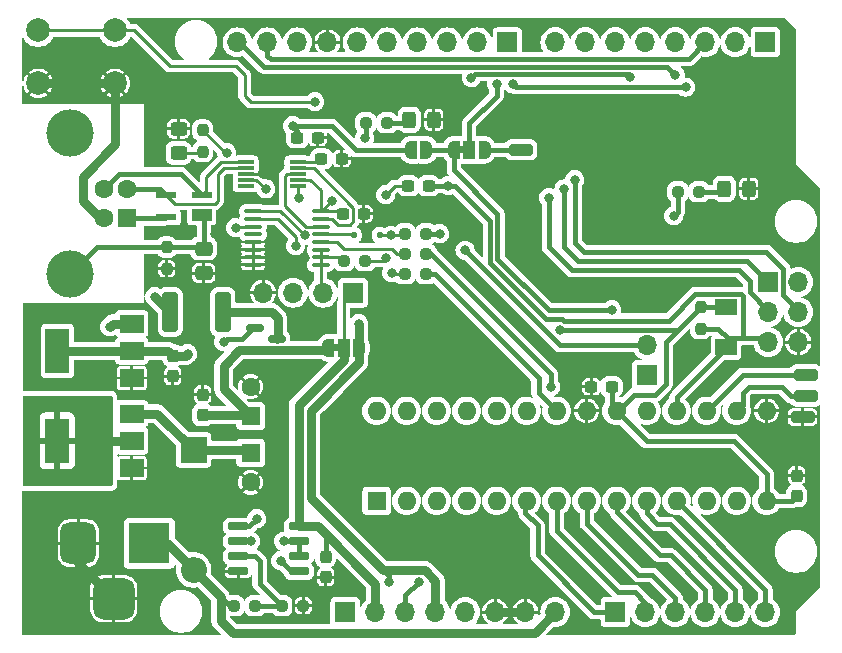
<source format=gbr>
%TF.GenerationSoftware,KiCad,Pcbnew,8.0.4*%
%TF.CreationDate,2024-10-26T11:38:59+11:00*%
%TF.ProjectId,INK-128DA28,494e4b2d-3132-4384-9441-32382e6b6963,1.1*%
%TF.SameCoordinates,Original*%
%TF.FileFunction,Copper,L1,Top*%
%TF.FilePolarity,Positive*%
%FSLAX46Y46*%
G04 Gerber Fmt 4.6, Leading zero omitted, Abs format (unit mm)*
G04 Created by KiCad (PCBNEW 8.0.4) date 2024-10-26 11:38:59*
%MOMM*%
%LPD*%
G01*
G04 APERTURE LIST*
G04 Aperture macros list*
%AMRoundRect*
0 Rectangle with rounded corners*
0 $1 Rounding radius*
0 $2 $3 $4 $5 $6 $7 $8 $9 X,Y pos of 4 corners*
0 Add a 4 corners polygon primitive as box body*
4,1,4,$2,$3,$4,$5,$6,$7,$8,$9,$2,$3,0*
0 Add four circle primitives for the rounded corners*
1,1,$1+$1,$2,$3*
1,1,$1+$1,$4,$5*
1,1,$1+$1,$6,$7*
1,1,$1+$1,$8,$9*
0 Add four rect primitives between the rounded corners*
20,1,$1+$1,$2,$3,$4,$5,0*
20,1,$1+$1,$4,$5,$6,$7,0*
20,1,$1+$1,$6,$7,$8,$9,0*
20,1,$1+$1,$8,$9,$2,$3,0*%
%AMFreePoly0*
4,1,19,0.550000,-0.750000,0.000000,-0.750000,0.000000,-0.744911,-0.071157,-0.744911,-0.207708,-0.704816,-0.327430,-0.627875,-0.420627,-0.520320,-0.479746,-0.390866,-0.500000,-0.250000,-0.500000,0.250000,-0.479746,0.390866,-0.420627,0.520320,-0.327430,0.627875,-0.207708,0.704816,-0.071157,0.744911,0.000000,0.744911,0.000000,0.750000,0.550000,0.750000,0.550000,-0.750000,0.550000,-0.750000,
$1*%
%AMFreePoly1*
4,1,19,0.000000,0.744911,0.071157,0.744911,0.207708,0.704816,0.327430,0.627875,0.420627,0.520320,0.479746,0.390866,0.500000,0.250000,0.500000,-0.250000,0.479746,-0.390866,0.420627,-0.520320,0.327430,-0.627875,0.207708,-0.704816,0.071157,-0.744911,0.000000,-0.744911,0.000000,-0.750000,-0.550000,-0.750000,-0.550000,0.750000,0.000000,0.750000,0.000000,0.744911,0.000000,0.744911,
$1*%
%AMFreePoly2*
4,1,19,0.500000,-0.750000,0.000000,-0.750000,0.000000,-0.744911,-0.071157,-0.744911,-0.207708,-0.704816,-0.327430,-0.627875,-0.420627,-0.520320,-0.479746,-0.390866,-0.500000,-0.250000,-0.500000,0.250000,-0.479746,0.390866,-0.420627,0.520320,-0.327430,0.627875,-0.207708,0.704816,-0.071157,0.744911,0.000000,0.744911,0.000000,0.750000,0.500000,0.750000,0.500000,-0.750000,0.500000,-0.750000,
$1*%
%AMFreePoly3*
4,1,19,0.000000,0.744911,0.071157,0.744911,0.207708,0.704816,0.327430,0.627875,0.420627,0.520320,0.479746,0.390866,0.500000,0.250000,0.500000,-0.250000,0.479746,-0.390866,0.420627,-0.520320,0.327430,-0.627875,0.207708,-0.704816,0.071157,-0.744911,0.000000,-0.744911,0.000000,-0.750000,-0.500000,-0.750000,-0.500000,0.750000,0.000000,0.750000,0.000000,0.744911,0.000000,0.744911,
$1*%
G04 Aperture macros list end*
%TA.AperFunction,EtchedComponent*%
%ADD10C,0.000000*%
%TD*%
%TA.AperFunction,SMDPad,CuDef*%
%ADD11FreePoly0,0.000000*%
%TD*%
%TA.AperFunction,SMDPad,CuDef*%
%ADD12R,1.000000X1.500000*%
%TD*%
%TA.AperFunction,SMDPad,CuDef*%
%ADD13FreePoly1,0.000000*%
%TD*%
%TA.AperFunction,ComponentPad*%
%ADD14R,1.600000X1.600000*%
%TD*%
%TA.AperFunction,ComponentPad*%
%ADD15C,1.600000*%
%TD*%
%TA.AperFunction,SMDPad,CuDef*%
%ADD16RoundRect,0.237500X0.300000X0.237500X-0.300000X0.237500X-0.300000X-0.237500X0.300000X-0.237500X0*%
%TD*%
%TA.AperFunction,SMDPad,CuDef*%
%ADD17RoundRect,0.237500X0.250000X0.237500X-0.250000X0.237500X-0.250000X-0.237500X0.250000X-0.237500X0*%
%TD*%
%TA.AperFunction,ComponentPad*%
%ADD18O,1.600000X1.600000*%
%TD*%
%TA.AperFunction,SMDPad,CuDef*%
%ADD19RoundRect,0.250000X-0.750000X0.250000X-0.750000X-0.250000X0.750000X-0.250000X0.750000X0.250000X0*%
%TD*%
%TA.AperFunction,SMDPad,CuDef*%
%ADD20RoundRect,0.237500X-0.237500X0.300000X-0.237500X-0.300000X0.237500X-0.300000X0.237500X0.300000X0*%
%TD*%
%TA.AperFunction,ComponentPad*%
%ADD21R,1.700000X1.700000*%
%TD*%
%TA.AperFunction,ComponentPad*%
%ADD22O,1.700000X1.700000*%
%TD*%
%TA.AperFunction,SMDPad,CuDef*%
%ADD23R,1.400000X0.300000*%
%TD*%
%TA.AperFunction,ComponentPad*%
%ADD24C,2.000000*%
%TD*%
%TA.AperFunction,ComponentPad*%
%ADD25C,4.000000*%
%TD*%
%TA.AperFunction,SMDPad,CuDef*%
%ADD26RoundRect,0.237500X-0.237500X0.250000X-0.237500X-0.250000X0.237500X-0.250000X0.237500X0.250000X0*%
%TD*%
%TA.AperFunction,SMDPad,CuDef*%
%ADD27RoundRect,0.125000X-0.125000X-0.125000X0.125000X-0.125000X0.125000X0.125000X-0.125000X0.125000X0*%
%TD*%
%TA.AperFunction,SMDPad,CuDef*%
%ADD28RoundRect,0.100000X-0.637500X-0.100000X0.637500X-0.100000X0.637500X0.100000X-0.637500X0.100000X0*%
%TD*%
%TA.AperFunction,SMDPad,CuDef*%
%ADD29RoundRect,0.237500X-0.250000X-0.237500X0.250000X-0.237500X0.250000X0.237500X-0.250000X0.237500X0*%
%TD*%
%TA.AperFunction,SMDPad,CuDef*%
%ADD30RoundRect,0.250000X0.750000X-0.250000X0.750000X0.250000X-0.750000X0.250000X-0.750000X-0.250000X0*%
%TD*%
%TA.AperFunction,ComponentPad*%
%ADD31R,3.500000X3.500000*%
%TD*%
%TA.AperFunction,ComponentPad*%
%ADD32RoundRect,0.750000X-0.750000X-1.000000X0.750000X-1.000000X0.750000X1.000000X-0.750000X1.000000X0*%
%TD*%
%TA.AperFunction,ComponentPad*%
%ADD33RoundRect,0.875000X-0.875000X-0.875000X0.875000X-0.875000X0.875000X0.875000X-0.875000X0.875000X0*%
%TD*%
%TA.AperFunction,SMDPad,CuDef*%
%ADD34RoundRect,0.250000X0.325000X0.450000X-0.325000X0.450000X-0.325000X-0.450000X0.325000X-0.450000X0*%
%TD*%
%TA.AperFunction,SMDPad,CuDef*%
%ADD35R,2.000000X1.500000*%
%TD*%
%TA.AperFunction,SMDPad,CuDef*%
%ADD36R,2.000000X3.800000*%
%TD*%
%TA.AperFunction,ComponentPad*%
%ADD37R,2.200000X2.200000*%
%TD*%
%TA.AperFunction,ComponentPad*%
%ADD38O,2.200000X2.200000*%
%TD*%
%TA.AperFunction,SMDPad,CuDef*%
%ADD39RoundRect,0.250000X0.400000X1.450000X-0.400000X1.450000X-0.400000X-1.450000X0.400000X-1.450000X0*%
%TD*%
%TA.AperFunction,SMDPad,CuDef*%
%ADD40RoundRect,0.250000X-0.450000X0.325000X-0.450000X-0.325000X0.450000X-0.325000X0.450000X0.325000X0*%
%TD*%
%TA.AperFunction,SMDPad,CuDef*%
%ADD41R,1.700000X1.000000*%
%TD*%
%TA.AperFunction,SMDPad,CuDef*%
%ADD42R,1.700000X0.600000*%
%TD*%
%TA.AperFunction,SMDPad,CuDef*%
%ADD43RoundRect,0.070000X-0.830000X0.630000X-0.830000X-0.630000X0.830000X-0.630000X0.830000X0.630000X0*%
%TD*%
%TA.AperFunction,SMDPad,CuDef*%
%ADD44RoundRect,0.150000X-0.587500X-0.150000X0.587500X-0.150000X0.587500X0.150000X-0.587500X0.150000X0*%
%TD*%
%TA.AperFunction,SMDPad,CuDef*%
%ADD45RoundRect,0.237500X0.237500X-0.300000X0.237500X0.300000X-0.237500X0.300000X-0.237500X-0.300000X0*%
%TD*%
%TA.AperFunction,SMDPad,CuDef*%
%ADD46RoundRect,0.237500X-0.300000X-0.237500X0.300000X-0.237500X0.300000X0.237500X-0.300000X0.237500X0*%
%TD*%
%TA.AperFunction,SMDPad,CuDef*%
%ADD47RoundRect,0.250000X-0.475000X0.337500X-0.475000X-0.337500X0.475000X-0.337500X0.475000X0.337500X0*%
%TD*%
%TA.AperFunction,SMDPad,CuDef*%
%ADD48FreePoly2,0.000000*%
%TD*%
%TA.AperFunction,SMDPad,CuDef*%
%ADD49FreePoly3,0.000000*%
%TD*%
%TA.AperFunction,SMDPad,CuDef*%
%ADD50RoundRect,0.150000X-0.725000X-0.150000X0.725000X-0.150000X0.725000X0.150000X-0.725000X0.150000X0*%
%TD*%
%TA.AperFunction,ViaPad*%
%ADD51C,0.800000*%
%TD*%
%TA.AperFunction,ViaPad*%
%ADD52C,1.219200*%
%TD*%
%TA.AperFunction,Conductor*%
%ADD53C,0.400000*%
%TD*%
%TA.AperFunction,Conductor*%
%ADD54C,0.250000*%
%TD*%
%TA.AperFunction,Conductor*%
%ADD55C,0.750000*%
%TD*%
%TA.AperFunction,Conductor*%
%ADD56C,0.800000*%
%TD*%
G04 APERTURE END LIST*
D10*
%TA.AperFunction,EtchedComponent*%
%TO.C,JP1*%
G36*
X107296000Y-121458000D02*
G01*
X106796000Y-121458000D01*
X106796000Y-120858000D01*
X107296000Y-120858000D01*
X107296000Y-121458000D01*
G37*
%TD.AperFunction*%
%TA.AperFunction,EtchedComponent*%
%TO.C,JP2*%
G36*
X117934000Y-104694000D02*
G01*
X117434000Y-104694000D01*
X117434000Y-104094000D01*
X117934000Y-104094000D01*
X117934000Y-104694000D01*
G37*
%TD.AperFunction*%
%TD*%
D11*
%TO.P,JP1,1,A*%
%TO.N,+5V*%
X106396000Y-121158000D03*
D12*
%TO.P,JP1,2,C*%
%TO.N,VCC*%
X107696000Y-121158000D03*
D13*
%TO.P,JP1,3,B*%
%TO.N,+3.3V*%
X108996000Y-121158000D03*
%TD*%
D14*
%TO.P,C10,1*%
%TO.N,+5V*%
X99822000Y-126935113D03*
D15*
%TO.P,C10,2*%
%TO.N,Earth*%
X99822000Y-124435113D03*
%TD*%
D16*
%TO.P,C2,1*%
%TO.N,Earth*%
X107542500Y-105156000D03*
%TO.P,C2,2*%
%TO.N,Net-(U2-V3)*%
X105817500Y-105156000D03*
%TD*%
D17*
%TO.P,R12,1*%
%TO.N,Net-(U2-~{RTS})*%
X109532500Y-113790000D03*
%TO.P,R12,2*%
%TO.N,Net-(J6-Pin_2)*%
X107707500Y-113790000D03*
%TD*%
D14*
%TO.P,U3,1,PA7*%
%TO.N,Net-(U3-PA7)*%
X110490000Y-134112000D03*
D18*
%TO.P,U3,2,PC0*%
%TO.N,MOSI*%
X113030000Y-134112000D03*
%TO.P,U3,3,PC1*%
%TO.N,MISO*%
X115570000Y-134112000D03*
%TO.P,U3,4,PC2*%
%TO.N,SCK*%
X118110000Y-134112000D03*
%TO.P,U3,5,PC3*%
%TO.N,Net-(U3-PC3)*%
X120650000Y-134112000D03*
%TO.P,U3,6,PD0*%
%TO.N,Net-(U3-PD0)*%
X123190000Y-134112000D03*
%TO.P,U3,7,PD1*%
%TO.N,Net-(U3-PD1)*%
X125730000Y-134112000D03*
%TO.P,U3,8,PD2*%
%TO.N,Net-(U3-PD2)*%
X128270000Y-134112000D03*
%TO.P,U3,9,PD3*%
%TO.N,Net-(U3-PD3)*%
X130810000Y-134112000D03*
%TO.P,U3,10,PD4*%
%TO.N,Net-(U3-PD4)*%
X133350000Y-134112000D03*
%TO.P,U3,11,PD5*%
%TO.N,Net-(U3-PD5)*%
X135890000Y-134112000D03*
%TO.P,U3,12,PD6*%
%TO.N,Net-(U3-PD6)*%
X138430000Y-134112000D03*
%TO.P,U3,13,VREFA/PD7*%
%TO.N,AREF*%
X140970000Y-134112000D03*
%TO.P,U3,14,AVDD*%
%TO.N,VCC*%
X143510000Y-134112000D03*
%TO.P,U3,15,GND*%
%TO.N,Earth*%
X143510000Y-126492000D03*
%TO.P,U3,16,XTAL32K1/PF0*%
%TO.N,Net-(J3-Pin_1)*%
X140970000Y-126492000D03*
%TO.P,U3,17,XTAL32K2/PF1*%
%TO.N,Net-(J4-Pin_1)*%
X138430000Y-126492000D03*
%TO.P,U3,18,~{RESET}/PF6*%
%TO.N,/RESET*%
X135890000Y-126492000D03*
%TO.P,U3,19,UPDI*%
%TO.N,UPDI_C*%
X133350000Y-126492000D03*
%TO.P,U3,20,VDD*%
%TO.N,VCC*%
X130810000Y-126492000D03*
%TO.P,U3,21,GND*%
%TO.N,Earth*%
X128270000Y-126492000D03*
%TO.P,U3,22,PA0*%
%TO.N,Net-(U3-PA0)*%
X125730000Y-126492000D03*
%TO.P,U3,23,PA1*%
%TO.N,Net-(U3-PA1)*%
X123190000Y-126492000D03*
%TO.P,U3,24,PA2*%
%TO.N,/SDA*%
X120650000Y-126492000D03*
%TO.P,U3,25,PA3*%
%TO.N,/SCL*%
X118110000Y-126492000D03*
%TO.P,U3,26,PA4*%
%TO.N,Net-(U3-PA4)*%
X115570000Y-126492000D03*
%TO.P,U3,27,PA5*%
%TO.N,Net-(U3-PA5)*%
X113030000Y-126492000D03*
%TO.P,U3,28,PA6*%
%TO.N,Net-(U3-PA6)*%
X110490000Y-126492000D03*
%TD*%
D16*
%TO.P,C14,1*%
%TO.N,Earth*%
X109382500Y-109820000D03*
%TO.P,C14,2*%
%TO.N,VCC*%
X107657500Y-109820000D03*
%TD*%
D19*
%TO.P,J3,1,Pin_1*%
%TO.N,Net-(J3-Pin_1)*%
X146812000Y-125222000D03*
%TD*%
D20*
%TO.P,C11,1*%
%TO.N,+3.3V*%
X93218000Y-121819500D03*
%TO.P,C11,2*%
%TO.N,Earth*%
X93218000Y-123544500D03*
%TD*%
D21*
%TO.P,J6,1,Pin_1*%
%TO.N,VCC*%
X108500000Y-116490000D03*
D22*
%TO.P,J6,2,Pin_2*%
%TO.N,Net-(J6-Pin_2)*%
X105960000Y-116490000D03*
%TO.P,J6,3,Pin_3*%
X103420000Y-116490000D03*
%TO.P,J6,4,Pin_4*%
%TO.N,Earth*%
X100880000Y-116490000D03*
%TD*%
D19*
%TO.P,J4,1,Pin_1*%
%TO.N,Net-(J4-Pin_1)*%
X146812000Y-123444000D03*
%TD*%
D23*
%TO.P,U2,1,UD+*%
%TO.N,Net-(J1-D+)*%
X99400000Y-105426000D03*
%TO.P,U2,2,UD-*%
%TO.N,Net-(J1-D-)*%
X99400000Y-105926000D03*
%TO.P,U2,3,GND*%
%TO.N,Earth*%
X99400000Y-106426000D03*
%TO.P,U2,4,~{RTS}*%
%TO.N,Net-(U2-~{RTS})*%
X99400000Y-106926000D03*
%TO.P,U2,5,~{CTS}*%
%TO.N,unconnected-(U2-~{CTS}-Pad5)*%
X99400000Y-107426000D03*
%TO.P,U2,6,TNOW*%
%TO.N,Net-(U2-TNOW)*%
X103800000Y-107426000D03*
%TO.P,U2,7,VCC*%
%TO.N,VCC*%
X103800000Y-106926000D03*
%TO.P,U2,8,TXD*%
%TO.N,Net-(U2-TXD)*%
X103800000Y-106426000D03*
%TO.P,U2,9,RXD*%
%TO.N,Net-(U2-RXD)*%
X103800000Y-105926000D03*
%TO.P,U2,10,V3*%
%TO.N,Net-(U2-V3)*%
X103800000Y-105426000D03*
%TD*%
D24*
%TO.P,SW1,1,3*%
%TO.N,/RESET*%
X81840000Y-94270000D03*
X88340000Y-94270000D03*
%TO.P,SW1,2,4*%
%TO.N,Earth*%
X81840000Y-98770000D03*
X88340000Y-98770000D03*
%TD*%
D14*
%TO.P,J1,1,VBUS*%
%TO.N,Net-(J1-VBUS)*%
X89376000Y-110196000D03*
D15*
%TO.P,J1,2,D-*%
%TO.N,Net-(J1-D-)*%
X89376000Y-107696000D03*
%TO.P,J1,3,D+*%
%TO.N,Net-(J1-D+)*%
X87376000Y-107696000D03*
%TO.P,J1,4,GND*%
%TO.N,Earth*%
X87376000Y-110196000D03*
D25*
%TO.P,J1,5,Shield*%
%TO.N,Net-(J1-Shield)*%
X84516000Y-114946000D03*
X84516000Y-102946000D03*
%TD*%
D21*
%TO.P,AD0,1,1*%
%TO.N,Net-(U3-PD0)*%
X130707607Y-143534607D03*
D22*
%TO.P,AD0,2,2*%
%TO.N,Net-(U3-PD1)*%
X133247607Y-143534607D03*
%TO.P,AD0,3,3*%
%TO.N,Net-(U3-PD2)*%
X135787607Y-143534607D03*
%TO.P,AD0,4,4*%
%TO.N,Net-(U3-PD3)*%
X138327607Y-143534607D03*
%TO.P,AD0,5,5*%
%TO.N,Net-(U3-PD4)*%
X140867607Y-143534607D03*
%TO.P,AD0,6,6*%
%TO.N,Net-(U3-PD5)*%
X143407607Y-143534607D03*
%TD*%
D26*
%TO.P,R3,1*%
%TO.N,Net-(J1-Shield)*%
X92710000Y-112625500D03*
%TO.P,R3,2*%
%TO.N,Earth*%
X92710000Y-114450500D03*
%TD*%
D17*
%TO.P,R11,1*%
%TO.N,UPDI*%
X114704500Y-111506000D03*
%TO.P,R11,2*%
%TO.N,Net-(D8-A)*%
X112879500Y-111506000D03*
%TD*%
D27*
%TO.P,D8,1,K*%
%TO.N,Net-(D8-K)*%
X108562500Y-111610000D03*
%TO.P,D8,2,A*%
%TO.N,Net-(D8-A)*%
X110762500Y-111610000D03*
%TD*%
D21*
%TO.P,J8,1,Pin_1*%
%TO.N,UPDI_C*%
X133350000Y-123444000D03*
D22*
%TO.P,J8,2,Pin_2*%
%TO.N,UPDI*%
X133350000Y-120904000D03*
%TD*%
D20*
%TO.P,C7,1*%
%TO.N,Earth*%
X146050000Y-131979500D03*
%TO.P,C7,2*%
%TO.N,VCC*%
X146050000Y-133704500D03*
%TD*%
D28*
%TO.P,U7,1,B1*%
%TO.N,Net-(D8-A)*%
X100027500Y-109585000D03*
%TO.P,U7,2,B0*%
%TO.N,RX*%
X100027500Y-110235000D03*
%TO.P,U7,3,C1*%
%TO.N,+3.3V*%
X100027500Y-110885000D03*
%TO.P,U7,4,C*%
%TO.N,unconnected-(U7-C-Pad4)*%
X100027500Y-111535000D03*
%TO.P,U7,5,C0*%
%TO.N,Earth*%
X100027500Y-112185000D03*
%TO.P,U7,6,INH*%
X100027500Y-112835000D03*
%TO.P,U7,7,VEE*%
X100027500Y-113485000D03*
%TO.P,U7,8,VSS*%
X100027500Y-114135000D03*
%TO.P,U7,9,S3*%
%TO.N,Net-(J6-Pin_2)*%
X105752500Y-114135000D03*
%TO.P,U7,10,S2*%
X105752500Y-113485000D03*
%TO.P,U7,11,S1*%
X105752500Y-112835000D03*
%TO.P,U7,12,A0*%
%TO.N,TX*%
X105752500Y-112185000D03*
%TO.P,U7,13,A1*%
%TO.N,Net-(D8-K)*%
X105752500Y-111535000D03*
%TO.P,U7,14,A*%
%TO.N,Net-(U2-TXD)*%
X105752500Y-110885000D03*
%TO.P,U7,15,B*%
%TO.N,Net-(U2-RXD)*%
X105752500Y-110235000D03*
%TO.P,U7,16,VDD*%
%TO.N,VCC*%
X105752500Y-109585000D03*
%TD*%
D29*
%TO.P,R4,1*%
%TO.N,Net-(U1B--)*%
X109577500Y-102108000D03*
%TO.P,R4,2*%
%TO.N,Net-(D2-A)*%
X111402500Y-102108000D03*
%TD*%
D17*
%TO.P,R7,1*%
%TO.N,Net-(U3-PA0)*%
X114704500Y-114900000D03*
%TO.P,R7,2*%
%TO.N,RX*%
X112879500Y-114900000D03*
%TD*%
D16*
%TO.P,C12,1*%
%TO.N,Earth*%
X105510500Y-103378000D03*
%TO.P,C12,2*%
%TO.N,Net-(JP5-A)*%
X103785500Y-103378000D03*
%TD*%
%TO.P,C8,1*%
%TO.N,VCC*%
X130402500Y-124460000D03*
%TO.P,C8,2*%
%TO.N,Earth*%
X128677500Y-124460000D03*
%TD*%
D26*
%TO.P,R6,1*%
%TO.N,VCC*%
X137922000Y-117705500D03*
%TO.P,R6,2*%
%TO.N,/RESET*%
X137922000Y-119530500D03*
%TD*%
D30*
%TO.P,J7,1,Pin_1*%
%TO.N,Earth*%
X146558000Y-127000000D03*
%TD*%
D31*
%TO.P,J2,1*%
%TO.N,VIN*%
X91241607Y-137692607D03*
D32*
%TO.P,J2,2*%
%TO.N,Earth*%
X85241607Y-137692607D03*
D33*
%TO.P,J2,3*%
X88241607Y-142392607D03*
%TD*%
D34*
%TO.P,D6,1,K*%
%TO.N,Earth*%
X141995000Y-107696000D03*
%TO.P,D6,2,A*%
%TO.N,Net-(D6-A)*%
X139945000Y-107696000D03*
%TD*%
D35*
%TO.P,U5,1,GND*%
%TO.N,Earth*%
X89764000Y-123712000D03*
%TO.P,U5,2,VO*%
%TO.N,+3.3V*%
X89764000Y-121412000D03*
D36*
X83464000Y-121412000D03*
D35*
%TO.P,U5,3,VI*%
%TO.N,+5V*%
X89764000Y-119112000D03*
%TD*%
D37*
%TO.P,D5,1,K*%
%TO.N,Net-(D5-K)*%
X94996000Y-129794000D03*
D38*
%TO.P,D5,2,A*%
%TO.N,VIN*%
X94996000Y-139954000D03*
%TD*%
D39*
%TO.P,F1,1,1*%
%TO.N,VUSB*%
X97475000Y-118110000D03*
%TO.P,F1,2,2*%
%TO.N,Net-(J1-VBUS)*%
X93025000Y-118110000D03*
%TD*%
D40*
%TO.P,D3,1,K*%
%TO.N,Earth*%
X93726000Y-102607000D03*
%TO.P,D3,2,A*%
%TO.N,Net-(D3-A)*%
X93726000Y-104657000D03*
%TD*%
D11*
%TO.P,JP2,1,A*%
%TO.N,AREF*%
X117034000Y-104394000D03*
D12*
%TO.P,JP2,2,C*%
%TO.N,Net-(JP2-C)*%
X118334000Y-104394000D03*
D13*
%TO.P,JP2,3,B*%
%TO.N,Net-(J5-Pin_1)*%
X119634000Y-104394000D03*
%TD*%
D29*
%TO.P,R8,1*%
%TO.N,TX*%
X112879500Y-113230000D03*
%TO.P,R8,2*%
%TO.N,Net-(U3-PA1)*%
X114704500Y-113230000D03*
%TD*%
D41*
%TO.P,D1,1,1*%
%TO.N,Net-(J1-Shield)*%
X95670000Y-109890000D03*
D42*
%TO.P,D1,2,2*%
%TO.N,Net-(J1-D+)*%
X95670000Y-108190000D03*
%TO.P,D1,3,3*%
%TO.N,Net-(J1-D-)*%
X92670000Y-108190000D03*
%TO.P,D1,4,4*%
%TO.N,Net-(J1-VBUS)*%
X92670000Y-110090000D03*
%TD*%
D43*
%TO.P,D4,A,A*%
%TO.N,/RESET*%
X140070000Y-121110000D03*
%TO.P,D4,C,C*%
%TO.N,VCC*%
X140070000Y-117710000D03*
%TD*%
D44*
%TO.P,Q1,1,G*%
%TO.N,Net-(Q1-G)*%
X100154500Y-119446000D03*
%TO.P,Q1,2,S*%
%TO.N,+5V*%
X100154500Y-121346000D03*
%TO.P,Q1,3,D*%
%TO.N,VUSB*%
X102029500Y-120396000D03*
%TD*%
D35*
%TO.P,U4,1,GND*%
%TO.N,Earth*%
X89764000Y-131332000D03*
%TO.P,U4,2,VO*%
%TO.N,+5V*%
X89764000Y-129032000D03*
D36*
X83464000Y-129032000D03*
D35*
%TO.P,U4,3,VI*%
%TO.N,Net-(D5-K)*%
X89764000Y-126732000D03*
%TD*%
D29*
%TO.P,R1,1*%
%TO.N,VIN*%
X98401500Y-143002000D03*
%TO.P,R1,2*%
%TO.N,Net-(U1A-+)*%
X100226500Y-143002000D03*
%TD*%
D21*
%TO.P,POWER0,1,1*%
%TO.N,unconnected-(POWER0-Pad1)*%
X107845000Y-143525000D03*
D22*
%TO.P,POWER0,2,2*%
%TO.N,VCC*%
X110385000Y-143525000D03*
%TO.P,POWER0,3,3*%
%TO.N,/RESET*%
X112925000Y-143525000D03*
%TO.P,POWER0,4,4*%
%TO.N,+3.3V*%
X115465000Y-143525000D03*
%TO.P,POWER0,5,5*%
%TO.N,+5V*%
X118005000Y-143525000D03*
%TO.P,POWER0,6,6*%
%TO.N,Earth*%
X120545000Y-143525000D03*
%TO.P,POWER0,7,7*%
X123085000Y-143525000D03*
%TO.P,POWER0,8,8*%
%TO.N,VIN*%
X125625000Y-143525000D03*
%TD*%
D45*
%TO.P,C13,1*%
%TO.N,+5V*%
X95758000Y-126846500D03*
%TO.P,C13,2*%
%TO.N,Earth*%
X95758000Y-125121500D03*
%TD*%
D46*
%TO.P,C4,1*%
%TO.N,Net-(U2-~{RTS})*%
X113183500Y-107442000D03*
%TO.P,C4,2*%
%TO.N,/RESET*%
X114908500Y-107442000D03*
%TD*%
D47*
%TO.P,C1,1*%
%TO.N,Net-(J1-Shield)*%
X95850000Y-112754500D03*
%TO.P,C1,2*%
%TO.N,Earth*%
X95850000Y-114829500D03*
%TD*%
D26*
%TO.P,R5,1*%
%TO.N,Net-(U2-TNOW)*%
X95758000Y-102719500D03*
%TO.P,R5,2*%
%TO.N,Net-(D3-A)*%
X95758000Y-104544500D03*
%TD*%
D29*
%TO.P,R2,1*%
%TO.N,Net-(U1A-+)*%
X102465500Y-143002000D03*
%TO.P,R2,2*%
%TO.N,Earth*%
X104290500Y-143002000D03*
%TD*%
D34*
%TO.P,D2,1,K*%
%TO.N,Earth*%
X115325000Y-101854000D03*
%TO.P,D2,2,A*%
%TO.N,Net-(D2-A)*%
X113275000Y-101854000D03*
%TD*%
D29*
%TO.P,R9,1*%
%TO.N,VCC*%
X135993500Y-107950000D03*
%TO.P,R9,2*%
%TO.N,Net-(D6-A)*%
X137818500Y-107950000D03*
%TD*%
D20*
%TO.P,C3,1*%
%TO.N,VCC*%
X106172000Y-138837500D03*
%TO.P,C3,2*%
%TO.N,Earth*%
X106172000Y-140562500D03*
%TD*%
D21*
%TO.P,IOH0,1,1*%
%TO.N,Net-(U3-PD6)*%
X121570000Y-95280000D03*
D22*
%TO.P,IOH0,2,2*%
%TO.N,Net-(JP2-C)*%
X119030000Y-95280000D03*
%TO.P,IOH0,3,3*%
%TO.N,Net-(U3-PC3)*%
X116490000Y-95280000D03*
%TO.P,IOH0,4,4*%
%TO.N,MOSI*%
X113950000Y-95280000D03*
%TO.P,IOH0,5,5*%
%TO.N,MISO*%
X111410000Y-95280000D03*
%TO.P,IOH0,6,6*%
%TO.N,SCK*%
X108870000Y-95280000D03*
%TO.P,IOH0,7,7*%
%TO.N,Earth*%
X106330000Y-95280000D03*
%TO.P,IOH0,8,8*%
%TO.N,Net-(JP5-A)*%
X103790000Y-95280000D03*
%TO.P,IOH0,9,9*%
%TO.N,/SDA*%
X101250000Y-95280000D03*
%TO.P,IOH0,10,10*%
%TO.N,/SCL*%
X98710000Y-95280000D03*
%TD*%
D48*
%TO.P,JP5,1,A*%
%TO.N,Net-(JP5-A)*%
X113396000Y-104394000D03*
D49*
%TO.P,JP5,2,B*%
%TO.N,AREF*%
X114696000Y-104394000D03*
%TD*%
D50*
%TO.P,U1,1*%
%TO.N,Net-(Q1-G)*%
X98771000Y-136271000D03*
%TO.P,U1,2,-*%
%TO.N,+3.3V*%
X98771000Y-137541000D03*
%TO.P,U1,3,+*%
%TO.N,Net-(U1A-+)*%
X98771000Y-138811000D03*
%TO.P,U1,4,V-*%
%TO.N,Earth*%
X98771000Y-140081000D03*
%TO.P,U1,5,+*%
%TO.N,SCK*%
X103921000Y-140081000D03*
%TO.P,U1,6,-*%
%TO.N,Net-(U1B--)*%
X103921000Y-138811000D03*
%TO.P,U1,7*%
X103921000Y-137541000D03*
%TO.P,U1,8,V+*%
%TO.N,VCC*%
X103921000Y-136271000D03*
%TD*%
D14*
%TO.P,C9,1*%
%TO.N,Net-(D5-K)*%
X99822000Y-130048000D03*
D15*
%TO.P,C9,2*%
%TO.N,Earth*%
X99822000Y-132548000D03*
%TD*%
D21*
%TO.P,ICSP0,1,1*%
%TO.N,MISO*%
X143660000Y-115590000D03*
D22*
%TO.P,ICSP0,2,2*%
%TO.N,+5V*%
X146200000Y-115590000D03*
%TO.P,ICSP0,3,3*%
%TO.N,SCK*%
X143660000Y-118130000D03*
%TO.P,ICSP0,4,4*%
%TO.N,MOSI*%
X146200000Y-118130000D03*
%TO.P,ICSP0,5,5*%
%TO.N,/RESET*%
X143660000Y-120670000D03*
%TO.P,ICSP0,6,6*%
%TO.N,Earth*%
X146200000Y-120670000D03*
%TD*%
D21*
%TO.P,IOL0,1,1*%
%TO.N,Net-(U3-PA1)*%
X143407607Y-95274607D03*
D22*
%TO.P,IOL0,2,2*%
%TO.N,Net-(U3-PA0)*%
X140867607Y-95274607D03*
%TO.P,IOL0,3,3*%
%TO.N,/SDA*%
X138327607Y-95274607D03*
%TO.P,IOL0,4,4*%
%TO.N,/SCL*%
X135787607Y-95274607D03*
%TO.P,IOL0,5,5*%
%TO.N,Net-(U3-PA4)*%
X133247607Y-95274607D03*
%TO.P,IOL0,6,6*%
%TO.N,Net-(U3-PA5)*%
X130707607Y-95274607D03*
%TO.P,IOL0,7,7*%
%TO.N,Net-(U3-PA6)*%
X128167607Y-95274607D03*
%TO.P,IOL0,8,8*%
%TO.N,Net-(U3-PA7)*%
X125627607Y-95274607D03*
%TD*%
D30*
%TO.P,J5,1,Pin_1*%
%TO.N,Net-(J5-Pin_1)*%
X122700000Y-104380000D03*
%TD*%
D51*
%TO.N,Earth*%
X107696000Y-140716000D03*
D52*
X118618000Y-138938000D03*
X134540000Y-105860000D03*
D51*
X139446000Y-115570000D03*
D52*
X104394000Y-123190000D03*
D51*
X104902000Y-141224000D03*
X101346000Y-138176000D03*
X117094000Y-108966000D03*
D52*
X137650000Y-130900000D03*
X121920000Y-109474000D03*
X109728000Y-106426000D03*
D51*
X94140000Y-111470000D03*
X96774000Y-111506000D03*
X118872000Y-110744000D03*
X102362000Y-141224000D03*
X104394000Y-113538000D03*
D52*
X100584000Y-98552000D03*
X102108000Y-133858000D03*
X145034000Y-97536000D03*
X95250000Y-99060000D03*
X114046000Y-131572000D03*
D51*
X100860000Y-106430000D03*
X127000000Y-100076000D03*
D52*
X145034000Y-104394000D03*
X143170000Y-129150000D03*
X98044000Y-109474000D03*
X123595607Y-95274607D03*
X136906000Y-121920000D03*
X107696000Y-99060000D03*
X139740000Y-105230000D03*
X102362000Y-128270000D03*
X110490000Y-130302000D03*
D51*
X104140000Y-120142000D03*
X126880000Y-139690000D03*
D52*
X113792000Y-109728000D03*
X111760000Y-117348000D03*
D51*
%TO.N,+3.3V*%
X98552000Y-110998000D03*
X108966000Y-119126000D03*
X111506000Y-140970000D03*
X94488000Y-121666000D03*
X99822000Y-137541000D03*
%TO.N,VCC*%
X135636000Y-109982000D03*
X125984000Y-119634000D03*
X106680000Y-108712000D03*
%TO.N,Net-(U2-~{RTS})*%
X101089000Y-107699000D03*
X111252000Y-108204000D03*
X111252000Y-113538000D03*
%TO.N,/RESET*%
X116570000Y-107430000D03*
X105260000Y-100330000D03*
X114046000Y-140970000D03*
%TO.N,+5V*%
X85598000Y-129032000D03*
X83312000Y-125984000D03*
X81280000Y-129032000D03*
X83312000Y-132080000D03*
X87884000Y-119380000D03*
X87630000Y-132080000D03*
X87630000Y-125984000D03*
%TO.N,AREF*%
X130410000Y-117940000D03*
%TO.N,Net-(J1-VBUS)*%
X91694000Y-116840000D03*
%TO.N,MISO*%
X126350000Y-107700000D03*
%TO.N,SCK*%
X125070000Y-108440000D03*
X102362000Y-139192000D03*
%TO.N,MOSI*%
X127254000Y-106934000D03*
%TO.N,/SCL*%
X135787607Y-98044000D03*
%TO.N,Net-(U3-PA1)*%
X125222000Y-124460000D03*
%TO.N,Net-(JP5-A)*%
X103378000Y-102362000D03*
%TO.N,Net-(Q1-G)*%
X100330000Y-135636000D03*
X97536000Y-120650000D03*
%TO.N,Net-(U1B--)*%
X109474000Y-103378000D03*
X102616000Y-137541000D03*
%TO.N,Net-(U2-TNOW)*%
X103886000Y-108458000D03*
X97790000Y-104648000D03*
%TO.N,Net-(U3-PD6)*%
X136652000Y-99080000D03*
X122000000Y-98810000D03*
%TO.N,Net-(D8-A)*%
X111730000Y-111640000D03*
X104394000Y-111640000D03*
%TO.N,UPDI*%
X115824000Y-111506000D03*
X117983000Y-112903000D03*
%TO.N,RX*%
X103632000Y-112522000D03*
X111760000Y-114808000D03*
%TO.N,Net-(JP2-C)*%
X120650000Y-98806000D03*
%TO.N,Net-(U3-PC3)*%
X118520000Y-98298000D03*
X131920000Y-98260000D03*
%TD*%
D53*
%TO.N,Net-(U3-PD0)*%
X123090000Y-134212000D02*
X123090000Y-135170000D01*
X124120000Y-136200000D02*
X124120000Y-138740000D01*
X124120000Y-138740000D02*
X128914607Y-143534607D01*
X128914607Y-143534607D02*
X130707607Y-143534607D01*
X123190000Y-134112000D02*
X123090000Y-134212000D01*
X123090000Y-135170000D02*
X124120000Y-136200000D01*
%TO.N,Net-(U3-PD1)*%
X130900000Y-141830000D02*
X125730000Y-136660000D01*
X132340000Y-141830000D02*
X130900000Y-141830000D01*
X125730000Y-136660000D02*
X125730000Y-134112000D01*
X133247607Y-143534607D02*
X133247607Y-142737607D01*
X133247607Y-142737607D02*
X132340000Y-141830000D01*
%TO.N,Net-(U3-PD2)*%
X132650000Y-140390000D02*
X128320000Y-136060000D01*
X135787607Y-142337607D02*
X135787607Y-143534607D01*
X128320000Y-136060000D02*
X128320000Y-134162000D01*
X133840000Y-140390000D02*
X135787607Y-142337607D01*
X128320000Y-134162000D02*
X128270000Y-134112000D01*
X133840000Y-140390000D02*
X132650000Y-140390000D01*
%TO.N,Net-(U3-PD3)*%
X138327607Y-143534607D02*
X138327607Y-141629607D01*
X135419000Y-138721000D02*
X134451000Y-138721000D01*
X134451000Y-138721000D02*
X130810000Y-135080000D01*
X130810000Y-135080000D02*
X130810000Y-134112000D01*
X138327607Y-141629607D02*
X135419000Y-138721000D01*
%TO.N,Net-(U3-PD4)*%
X135318000Y-136080000D02*
X134250000Y-136080000D01*
X140867607Y-141629607D02*
X135318000Y-136080000D01*
X134250000Y-136080000D02*
X133350000Y-135180000D01*
X140867607Y-143534607D02*
X140867607Y-141629607D01*
X133350000Y-135180000D02*
X133350000Y-134112000D01*
%TO.N,Net-(U3-PD5)*%
X143407607Y-141629607D02*
X143407607Y-143534607D01*
X135890000Y-134112000D02*
X143407607Y-141629607D01*
%TO.N,Net-(J1-Shield)*%
X86836500Y-112625500D02*
X84516000Y-114946000D01*
X92710000Y-112625500D02*
X86836500Y-112625500D01*
X92710000Y-112625500D02*
X95471000Y-112625500D01*
X95850000Y-112246500D02*
X95850000Y-110070000D01*
X95850000Y-110070000D02*
X95670000Y-109890000D01*
X95471000Y-112625500D02*
X95850000Y-112246500D01*
D54*
%TO.N,Earth*%
X99400000Y-106426000D02*
X100856000Y-106426000D01*
D55*
X85241607Y-139392607D02*
X88241607Y-142392607D01*
X85241607Y-137692607D02*
X85241607Y-139392607D01*
X88340000Y-103938000D02*
X88340000Y-98770000D01*
X85598000Y-106680000D02*
X88340000Y-103938000D01*
X85598000Y-108712000D02*
X85598000Y-106680000D01*
X87376000Y-110196000D02*
X87082000Y-110196000D01*
X88340000Y-98770000D02*
X81840000Y-98770000D01*
X123085000Y-143525000D02*
X120545000Y-143525000D01*
X87082000Y-110196000D02*
X85598000Y-108712000D01*
%TO.N,+3.3V*%
X94334500Y-121819500D02*
X94488000Y-121666000D01*
D53*
X111506000Y-140462000D02*
X110998000Y-139954000D01*
D55*
X108996000Y-122398000D02*
X104902000Y-126492000D01*
X108996000Y-120904000D02*
X108996000Y-119156000D01*
D54*
X98665000Y-110885000D02*
X98552000Y-110998000D01*
D55*
X104902000Y-126492000D02*
X104902000Y-133858000D01*
X89764000Y-121412000D02*
X83464000Y-121412000D01*
D53*
X99822000Y-137541000D02*
X98771000Y-137541000D01*
D55*
X115465000Y-140865000D02*
X115465000Y-143525000D01*
X93218000Y-121819500D02*
X94334500Y-121819500D01*
X104902000Y-133858000D02*
X110998000Y-139954000D01*
X110998000Y-139954000D02*
X114554000Y-139954000D01*
D54*
X100027500Y-110885000D02*
X98665000Y-110885000D01*
D55*
X108996000Y-119156000D02*
X108966000Y-119126000D01*
D53*
X111506000Y-140970000D02*
X111506000Y-140462000D01*
D55*
X92810500Y-121412000D02*
X93218000Y-121819500D01*
X114554000Y-139954000D02*
X115465000Y-140865000D01*
X89764000Y-121412000D02*
X92810500Y-121412000D01*
X108996000Y-120904000D02*
X108996000Y-122398000D01*
D53*
%TO.N,VCC*%
X140065500Y-117705500D02*
X140070000Y-117710000D01*
X130402500Y-126084500D02*
X130810000Y-126492000D01*
D54*
X103800000Y-106926000D02*
X104894000Y-106926000D01*
D56*
X110385000Y-141119000D02*
X110385000Y-143525000D01*
X105537000Y-136271000D02*
X110385000Y-141119000D01*
D54*
X105752500Y-109585000D02*
X105807000Y-109585000D01*
D53*
X135993500Y-109624500D02*
X135636000Y-109982000D01*
X106172000Y-136906000D02*
X105537000Y-136271000D01*
D56*
X103886000Y-125984000D02*
X103886000Y-136236000D01*
D53*
X133350000Y-129032000D02*
X140716000Y-129032000D01*
X134960000Y-124235000D02*
X134960000Y-120667500D01*
X140716000Y-129032000D02*
X143510000Y-131826000D01*
D54*
X105752500Y-109585000D02*
X107422500Y-109585000D01*
D53*
X134045000Y-125150000D02*
X134960000Y-124235000D01*
X130810000Y-126492000D02*
X130948000Y-126492000D01*
X135993500Y-107950000D02*
X135993500Y-109624500D01*
X130402500Y-124460000D02*
X130402500Y-126084500D01*
D54*
X105752500Y-107784500D02*
X105752500Y-109585000D01*
D53*
X125984000Y-119634000D02*
X135993500Y-119634000D01*
D54*
X107422500Y-109585000D02*
X107657500Y-109820000D01*
D56*
X107696000Y-122174000D02*
X103886000Y-125984000D01*
X103921000Y-136271000D02*
X105537000Y-136271000D01*
D53*
X143510000Y-134112000D02*
X145642500Y-134112000D01*
X130948000Y-126492000D02*
X132290000Y-125150000D01*
D56*
X103886000Y-136236000D02*
X103921000Y-136271000D01*
D54*
X104894000Y-106926000D02*
X105752500Y-107784500D01*
X108500000Y-116490000D02*
X107696000Y-117294000D01*
D53*
X135993500Y-119634000D02*
X137922000Y-117705500D01*
D54*
X107696000Y-117294000D02*
X107696000Y-120904000D01*
X105807000Y-109585000D02*
X106680000Y-108712000D01*
D56*
X107696000Y-120904000D02*
X107696000Y-122174000D01*
D53*
X130810000Y-126492000D02*
X133350000Y-129032000D01*
X134960000Y-120667500D02*
X135993500Y-119634000D01*
X137922000Y-117705500D02*
X140065500Y-117705500D01*
X143510000Y-131826000D02*
X143510000Y-134112000D01*
X132290000Y-125150000D02*
X134045000Y-125150000D01*
X145642500Y-134112000D02*
X146050000Y-133704500D01*
X106172000Y-138837500D02*
X106172000Y-136906000D01*
D54*
%TO.N,Net-(U2-~{RTS})*%
X111252000Y-113538000D02*
X111000000Y-113790000D01*
X112014000Y-107442000D02*
X113183500Y-107442000D01*
X101089000Y-107699000D02*
X100316000Y-106926000D01*
X111252000Y-108204000D02*
X112014000Y-107442000D01*
X100316000Y-106926000D02*
X99400000Y-106926000D01*
X111000000Y-113790000D02*
X109532500Y-113790000D01*
D53*
%TO.N,/RESET*%
X124796000Y-118700000D02*
X120070000Y-113974000D01*
D54*
X92964000Y-97282000D02*
X89952000Y-94270000D01*
D53*
X141380000Y-116600000D02*
X137480000Y-116600000D01*
X143308000Y-120318000D02*
X143660000Y-120670000D01*
X120070000Y-113974000D02*
X120070000Y-110418000D01*
X137922000Y-119530500D02*
X139420500Y-119530500D01*
D54*
X99314000Y-99822000D02*
X99314000Y-98044000D01*
X105260000Y-100330000D02*
X99822000Y-100330000D01*
D53*
X141510000Y-120318000D02*
X143308000Y-120318000D01*
D54*
X89952000Y-94270000D02*
X88340000Y-94270000D01*
D53*
X140208000Y-121032000D02*
X140208000Y-120318000D01*
X112925000Y-142091000D02*
X112925000Y-143525000D01*
X117094000Y-107442000D02*
X114908500Y-107442000D01*
X126180000Y-118700000D02*
X124796000Y-118700000D01*
X141510000Y-116730000D02*
X141380000Y-116600000D01*
D54*
X98552000Y-97282000D02*
X92964000Y-97282000D01*
D53*
X135230000Y-118850000D02*
X126330000Y-118850000D01*
X120070000Y-110418000D02*
X117094000Y-107442000D01*
X139420500Y-119530500D02*
X140208000Y-120318000D01*
X114046000Y-140970000D02*
X112925000Y-142091000D01*
X140208000Y-120318000D02*
X141510000Y-120318000D01*
D54*
X99314000Y-98044000D02*
X98552000Y-97282000D01*
D53*
X141510000Y-120318000D02*
X141510000Y-116730000D01*
D54*
X99822000Y-100330000D02*
X99314000Y-99822000D01*
D53*
X137480000Y-116600000D02*
X135230000Y-118850000D01*
X135890000Y-126492000D02*
X135890000Y-125350000D01*
D54*
X81840000Y-94270000D02*
X88340000Y-94270000D01*
D53*
X126330000Y-118850000D02*
X126180000Y-118700000D01*
X135890000Y-125350000D02*
X140208000Y-121032000D01*
D55*
%TO.N,Net-(D5-K)*%
X94996000Y-129794000D02*
X99568000Y-129794000D01*
X99568000Y-129794000D02*
X99822000Y-130048000D01*
X89764000Y-126732000D02*
X91934000Y-126732000D01*
X91934000Y-126732000D02*
X94996000Y-129794000D01*
D56*
%TO.N,+5V*%
X89764000Y-129032000D02*
X87630000Y-129032000D01*
D55*
X97536000Y-122682000D02*
X97536000Y-124649113D01*
X97536000Y-124649113D02*
X99822000Y-126935113D01*
X100154500Y-121346000D02*
X98872000Y-121346000D01*
X88152000Y-119112000D02*
X89764000Y-119112000D01*
X100154500Y-121346000D02*
X106208000Y-121346000D01*
X106208000Y-121346000D02*
X106396000Y-121158000D01*
X95758000Y-126846500D02*
X99733387Y-126846500D01*
X99733387Y-126846500D02*
X99822000Y-126935113D01*
X98872000Y-121346000D02*
X97536000Y-122682000D01*
X87884000Y-119380000D02*
X88152000Y-119112000D01*
D53*
%TO.N,AREF*%
X117034000Y-106112000D02*
X117034000Y-104394000D01*
X120720000Y-113608000D02*
X120720000Y-109798000D01*
X117034000Y-104394000D02*
X114696000Y-104394000D01*
X125052000Y-117940000D02*
X120720000Y-113608000D01*
X120720000Y-109798000D02*
X117034000Y-106112000D01*
X130410000Y-117940000D02*
X125052000Y-117940000D01*
%TO.N,Net-(J1-D+)*%
X88646000Y-106426000D02*
X87376000Y-107696000D01*
D54*
X96050000Y-107810000D02*
X96050000Y-106730000D01*
X95670000Y-108190000D02*
X96050000Y-107810000D01*
X96050000Y-106730000D02*
X97354000Y-105426000D01*
X97354000Y-105426000D02*
X99400000Y-105426000D01*
D53*
X93906000Y-106426000D02*
X88646000Y-106426000D01*
X95670000Y-108190000D02*
X93906000Y-106426000D01*
D54*
%TO.N,Net-(J1-D-)*%
X93446000Y-108966000D02*
X96774000Y-108966000D01*
X97028000Y-106432000D02*
X97534000Y-105926000D01*
D53*
X92176000Y-107696000D02*
X92670000Y-108190000D01*
D54*
X92670000Y-108190000D02*
X93446000Y-108966000D01*
X97028000Y-108712000D02*
X97028000Y-106432000D01*
X96774000Y-108966000D02*
X97028000Y-108712000D01*
X97534000Y-105926000D02*
X99400000Y-105926000D01*
D53*
X89376000Y-107696000D02*
X92176000Y-107696000D01*
%TO.N,Net-(J1-VBUS)*%
X89376000Y-110196000D02*
X92564000Y-110196000D01*
X92564000Y-110196000D02*
X92670000Y-110090000D01*
D55*
X93025000Y-118110000D02*
X92964000Y-118110000D01*
X92964000Y-118110000D02*
X91694000Y-116840000D01*
D53*
%TO.N,Net-(D2-A)*%
X111402500Y-102108000D02*
X113021000Y-102108000D01*
X113021000Y-102108000D02*
X113275000Y-101854000D01*
D54*
%TO.N,Net-(D3-A)*%
X93726000Y-104657000D02*
X95645500Y-104657000D01*
X95645500Y-104657000D02*
X95758000Y-104544500D01*
D55*
%TO.N,VIN*%
X91241607Y-137692607D02*
X92734607Y-137692607D01*
D53*
X98044000Y-143002000D02*
X94996000Y-139954000D01*
D55*
X92734607Y-137692607D02*
X94996000Y-139954000D01*
D53*
X98401500Y-143002000D02*
X98044000Y-143002000D01*
D55*
X97282000Y-144272000D02*
X98298000Y-145288000D01*
X123862000Y-145288000D02*
X125625000Y-143525000D01*
X98298000Y-145288000D02*
X123862000Y-145288000D01*
X97282000Y-142240000D02*
X97282000Y-144272000D01*
X94996000Y-139954000D02*
X97282000Y-142240000D01*
D53*
%TO.N,Net-(D6-A)*%
X137818500Y-107950000D02*
X139691000Y-107950000D01*
X139691000Y-107950000D02*
X139945000Y-107696000D01*
D55*
%TO.N,VUSB*%
X102108000Y-120317500D02*
X102029500Y-120396000D01*
X102108000Y-118618000D02*
X102108000Y-120317500D01*
X101600000Y-118110000D02*
X102108000Y-118618000D01*
X97475000Y-118110000D02*
X101600000Y-118110000D01*
D53*
%TO.N,MISO*%
X126370000Y-107720000D02*
X126370000Y-112654000D01*
X141862000Y-113792000D02*
X143660000Y-115590000D01*
X126350000Y-107700000D02*
X126370000Y-107720000D01*
X126370000Y-112654000D02*
X127508000Y-113792000D01*
X127508000Y-113792000D02*
X141862000Y-113792000D01*
%TO.N,SCK*%
X103251000Y-140081000D02*
X103921000Y-140081000D01*
X125070000Y-108440000D02*
X125090000Y-108460000D01*
X143660000Y-118006000D02*
X143660000Y-118130000D01*
X141144000Y-114554000D02*
X142110000Y-115520000D01*
X125090000Y-112644000D02*
X127000000Y-114554000D01*
X125090000Y-108460000D02*
X125090000Y-112644000D01*
X102362000Y-139192000D02*
X103251000Y-140081000D01*
X142110000Y-116456000D02*
X143660000Y-118006000D01*
X127000000Y-114554000D02*
X141144000Y-114554000D01*
X142110000Y-115520000D02*
X142110000Y-116456000D01*
%TO.N,MOSI*%
X144930000Y-116690000D02*
X146200000Y-117960000D01*
X127254000Y-106934000D02*
X127254000Y-112268000D01*
X127254000Y-112268000D02*
X128016000Y-113030000D01*
X128016000Y-113030000D02*
X143490000Y-113030000D01*
X144930000Y-114470000D02*
X144930000Y-116690000D01*
X143490000Y-113030000D02*
X144930000Y-114470000D01*
%TO.N,/SDA*%
X101250000Y-96424000D02*
X101516000Y-96690000D01*
X101250000Y-95280000D02*
X101250000Y-96424000D01*
X101516000Y-96690000D02*
X136912214Y-96690000D01*
X136912214Y-96690000D02*
X138327607Y-95274607D01*
%TO.N,/SCL*%
X100916000Y-97360000D02*
X98836000Y-95280000D01*
X135103607Y-97360000D02*
X100916000Y-97360000D01*
X135787607Y-98044000D02*
X135103607Y-97360000D01*
X98836000Y-95280000D02*
X98710000Y-95280000D01*
%TO.N,Net-(U3-PA1)*%
X115100000Y-113230000D02*
X114704500Y-113230000D01*
X125222000Y-123352000D02*
X115100000Y-113230000D01*
X125222000Y-124460000D02*
X125222000Y-123352000D01*
%TO.N,Net-(U3-PA0)*%
X124206000Y-123698000D02*
X115408000Y-114900000D01*
X124206000Y-124968000D02*
X124206000Y-123698000D01*
X124206000Y-124968000D02*
X125730000Y-126492000D01*
X115408000Y-114900000D02*
X114704500Y-114900000D01*
%TO.N,Net-(JP5-A)*%
X106680000Y-102362000D02*
X108712000Y-104394000D01*
X103785500Y-102769500D02*
X103785500Y-103378000D01*
X103378000Y-102362000D02*
X106680000Y-102362000D01*
X103378000Y-102362000D02*
X103785500Y-102769500D01*
X108712000Y-104394000D02*
X113396000Y-104394000D01*
%TO.N,Net-(Q1-G)*%
X99695000Y-136271000D02*
X98771000Y-136271000D01*
X97790000Y-120396000D02*
X97536000Y-120650000D01*
X100010000Y-119446000D02*
X99060000Y-120396000D01*
X100154500Y-119446000D02*
X100010000Y-119446000D01*
X99060000Y-120396000D02*
X97790000Y-120396000D01*
X100330000Y-135636000D02*
X99695000Y-136271000D01*
%TO.N,Net-(U1A-+)*%
X100226500Y-143002000D02*
X102465500Y-143002000D01*
X98771000Y-138811000D02*
X100203000Y-138811000D01*
X100584000Y-141120500D02*
X102465500Y-143002000D01*
X100203000Y-138811000D02*
X100584000Y-139192000D01*
X100584000Y-139192000D02*
X100584000Y-141120500D01*
%TO.N,Net-(U1B--)*%
X109577500Y-102108000D02*
X109577500Y-103274500D01*
X103921000Y-138811000D02*
X103921000Y-137541000D01*
X102616000Y-137541000D02*
X103921000Y-137541000D01*
X109577500Y-103274500D02*
X109474000Y-103378000D01*
D54*
%TO.N,Net-(U2-TNOW)*%
X97686500Y-104648000D02*
X95758000Y-102719500D01*
X97790000Y-104648000D02*
X97686500Y-104648000D01*
X103800000Y-108372000D02*
X103886000Y-108458000D01*
X103800000Y-107426000D02*
X103800000Y-108372000D01*
%TO.N,Net-(U2-RXD)*%
X105753500Y-110236000D02*
X105752500Y-110235000D01*
X108204000Y-110744000D02*
X107188000Y-110744000D01*
X105164000Y-105926000D02*
X108520000Y-109282000D01*
X103800000Y-105926000D02*
X105164000Y-105926000D01*
X107188000Y-110744000D02*
X106680000Y-110236000D01*
X106680000Y-110236000D02*
X105753500Y-110236000D01*
X108520000Y-109282000D02*
X108520000Y-110428000D01*
X108520000Y-110428000D02*
X108204000Y-110744000D01*
%TO.N,Net-(U2-TXD)*%
X102750000Y-109120000D02*
X104515000Y-110885000D01*
X102750000Y-106610000D02*
X102750000Y-109120000D01*
X102934000Y-106426000D02*
X102750000Y-106610000D01*
X104515000Y-110885000D02*
X105752500Y-110885000D01*
X103800000Y-106426000D02*
X102934000Y-106426000D01*
D53*
%TO.N,Net-(U3-PD6)*%
X122270000Y-99080000D02*
X122000000Y-98810000D01*
X136652000Y-99080000D02*
X122270000Y-99080000D01*
%TO.N,Net-(J5-Pin_1)*%
X119648000Y-104380000D02*
X122700000Y-104380000D01*
X119634000Y-104394000D02*
X119648000Y-104380000D01*
D54*
%TO.N,Net-(U2-V3)*%
X105547500Y-105426000D02*
X105817500Y-105156000D01*
X103800000Y-105426000D02*
X105547500Y-105426000D01*
%TO.N,Net-(D8-K)*%
X105752500Y-111535000D02*
X108487500Y-111535000D01*
X108487500Y-111535000D02*
X108562500Y-111610000D01*
%TO.N,Net-(D8-A)*%
X102339000Y-109585000D02*
X100027500Y-109585000D01*
X110762500Y-111610000D02*
X111700000Y-111610000D01*
X111700000Y-111610000D02*
X111730000Y-111640000D01*
X104394000Y-111640000D02*
X102339000Y-109585000D01*
X111730000Y-111640000D02*
X112897500Y-111640000D01*
%TO.N,Net-(J6-Pin_2)*%
X105752500Y-114135000D02*
X105752500Y-112835000D01*
X105752500Y-113485000D02*
X107562500Y-113485000D01*
X105752500Y-114135000D02*
X105752500Y-116282500D01*
X105752500Y-116282500D02*
X105960000Y-116490000D01*
D53*
%TO.N,UPDI*%
X115824000Y-111506000D02*
X114704500Y-111506000D01*
X117983000Y-112903000D02*
X125984000Y-120904000D01*
X125984000Y-120904000D02*
X133350000Y-120904000D01*
D54*
%TO.N,TX*%
X111760000Y-112776000D02*
X112214000Y-113230000D01*
X107696000Y-112776000D02*
X111760000Y-112776000D01*
X107105000Y-112185000D02*
X107696000Y-112776000D01*
X112214000Y-113230000D02*
X112879500Y-113230000D01*
X105752500Y-112185000D02*
X107105000Y-112185000D01*
%TO.N,RX*%
X102107000Y-110235000D02*
X100027500Y-110235000D01*
X103632000Y-111760000D02*
X102107000Y-110235000D01*
X111852000Y-114900000D02*
X111760000Y-114808000D01*
X103632000Y-112522000D02*
X103632000Y-111760000D01*
X112879500Y-114900000D02*
X111852000Y-114900000D01*
D53*
%TO.N,Net-(JP2-C)*%
X120650000Y-98806000D02*
X120650000Y-99822000D01*
X118334000Y-102138000D02*
X118334000Y-104394000D01*
X120650000Y-99822000D02*
X118334000Y-102138000D01*
%TO.N,Net-(U3-PC3)*%
X131650000Y-97990000D02*
X131920000Y-98260000D01*
X118520000Y-98298000D02*
X118828000Y-97990000D01*
X118828000Y-97990000D02*
X131650000Y-97990000D01*
%TO.N,Net-(J3-Pin_1)*%
X141478000Y-124968000D02*
X141986000Y-124460000D01*
X145542000Y-125222000D02*
X146812000Y-125222000D01*
X141478000Y-125984000D02*
X141478000Y-124968000D01*
X140970000Y-126492000D02*
X141478000Y-125984000D01*
X144780000Y-124460000D02*
X145542000Y-125222000D01*
X141986000Y-124460000D02*
X144780000Y-124460000D01*
%TO.N,Net-(J4-Pin_1)*%
X146812000Y-123444000D02*
X141478000Y-123444000D01*
X141478000Y-123444000D02*
X138430000Y-126492000D01*
%TD*%
%TA.AperFunction,Conductor*%
%TO.N,Earth*%
G36*
X145035093Y-93219093D02*
G01*
X145996521Y-94180521D01*
X146011107Y-94215735D01*
X146011107Y-105625107D01*
X148003121Y-107617121D01*
X148017707Y-107652334D01*
X148017707Y-122613017D01*
X148003121Y-122648231D01*
X147967907Y-122662817D01*
X147942557Y-122655882D01*
X147824960Y-122586335D01*
X147665580Y-122540031D01*
X147661854Y-122539737D01*
X147628338Y-122537100D01*
X145995662Y-122537100D01*
X145965192Y-122539498D01*
X145958419Y-122540031D01*
X145799039Y-122586335D01*
X145656183Y-122670820D01*
X145538820Y-122788183D01*
X145524351Y-122812650D01*
X145493871Y-122835535D01*
X145481486Y-122837100D01*
X141398098Y-122837100D01*
X141243749Y-122878457D01*
X141243741Y-122878461D01*
X141105355Y-122958358D01*
X138758850Y-125304862D01*
X138723636Y-125319448D01*
X138710747Y-125317751D01*
X138640381Y-125298896D01*
X138640370Y-125298894D01*
X138430006Y-125280490D01*
X138429994Y-125280490D01*
X138219629Y-125298894D01*
X138219619Y-125298896D01*
X138015641Y-125353552D01*
X138015635Y-125353554D01*
X137824244Y-125442802D01*
X137824243Y-125442803D01*
X137651259Y-125563926D01*
X137501926Y-125713259D01*
X137380803Y-125886243D01*
X137380802Y-125886244D01*
X137291554Y-126077635D01*
X137291552Y-126077641D01*
X137236896Y-126281619D01*
X137236894Y-126281629D01*
X137218490Y-126491994D01*
X137218490Y-126492005D01*
X137236894Y-126702370D01*
X137236896Y-126702380D01*
X137291552Y-126906358D01*
X137291554Y-126906364D01*
X137316073Y-126958944D01*
X137380802Y-127097755D01*
X137501929Y-127270744D01*
X137651256Y-127420071D01*
X137824245Y-127541198D01*
X138015639Y-127630447D01*
X138219623Y-127685104D01*
X138219624Y-127685104D01*
X138219629Y-127685105D01*
X138429994Y-127703510D01*
X138430000Y-127703510D01*
X138430006Y-127703510D01*
X138640370Y-127685105D01*
X138640373Y-127685104D01*
X138640377Y-127685104D01*
X138844361Y-127630447D01*
X139035755Y-127541198D01*
X139208744Y-127420071D01*
X139358071Y-127270744D01*
X139479198Y-127097755D01*
X139568447Y-126906361D01*
X139623104Y-126702377D01*
X139623105Y-126702370D01*
X139641510Y-126492005D01*
X139641510Y-126491994D01*
X139624195Y-126294091D01*
X139623104Y-126281623D01*
X139604247Y-126211249D01*
X139609222Y-126173463D01*
X139617132Y-126163152D01*
X139747317Y-126032967D01*
X139782530Y-126018382D01*
X139817744Y-126032968D01*
X139832330Y-126068182D01*
X139830633Y-126081071D01*
X139776896Y-126281618D01*
X139776894Y-126281629D01*
X139758490Y-126491994D01*
X139758490Y-126492005D01*
X139776894Y-126702370D01*
X139776896Y-126702380D01*
X139831552Y-126906358D01*
X139831554Y-126906364D01*
X139856073Y-126958944D01*
X139920802Y-127097755D01*
X140041929Y-127270744D01*
X140191256Y-127420071D01*
X140364245Y-127541198D01*
X140555639Y-127630447D01*
X140759623Y-127685104D01*
X140759624Y-127685104D01*
X140759629Y-127685105D01*
X140969994Y-127703510D01*
X140970000Y-127703510D01*
X140970006Y-127703510D01*
X141180370Y-127685105D01*
X141180373Y-127685104D01*
X141180377Y-127685104D01*
X141384361Y-127630447D01*
X141575755Y-127541198D01*
X141748744Y-127420071D01*
X141898071Y-127270744D01*
X142019198Y-127097755D01*
X142108447Y-126906361D01*
X142163104Y-126702377D01*
X142163105Y-126702370D01*
X142181510Y-126492005D01*
X142181510Y-126491994D01*
X142170434Y-126365399D01*
X142464172Y-126365399D01*
X142464173Y-126365400D01*
X143129812Y-126365400D01*
X143110000Y-126439339D01*
X143110000Y-126544661D01*
X143129812Y-126618600D01*
X142464173Y-126618600D01*
X142472039Y-126698463D01*
X142532263Y-126896993D01*
X142532263Y-126896994D01*
X142630062Y-127079961D01*
X142761672Y-127240327D01*
X142922038Y-127371937D01*
X143105006Y-127469736D01*
X143303536Y-127529960D01*
X143383400Y-127537826D01*
X143383400Y-126872188D01*
X143457339Y-126892000D01*
X143562661Y-126892000D01*
X143636600Y-126872188D01*
X143636600Y-127537825D01*
X143716463Y-127529960D01*
X143914993Y-127469736D01*
X143914994Y-127469736D01*
X144097961Y-127371937D01*
X144187897Y-127298128D01*
X145304800Y-127298128D01*
X145311242Y-127358062D01*
X145311243Y-127358065D01*
X145361809Y-127493637D01*
X145448524Y-127609473D01*
X145448526Y-127609475D01*
X145564363Y-127696190D01*
X145564362Y-127696190D01*
X145699934Y-127746756D01*
X145699937Y-127746757D01*
X145759871Y-127753200D01*
X146431400Y-127753200D01*
X146684600Y-127753200D01*
X147356129Y-127753200D01*
X147416062Y-127746757D01*
X147416065Y-127746756D01*
X147551637Y-127696190D01*
X147667473Y-127609475D01*
X147667475Y-127609473D01*
X147754190Y-127493637D01*
X147804756Y-127358065D01*
X147804757Y-127358062D01*
X147811200Y-127298128D01*
X147811200Y-127126600D01*
X146684600Y-127126600D01*
X146684600Y-127753200D01*
X146431400Y-127753200D01*
X146431400Y-127126600D01*
X145304800Y-127126600D01*
X145304800Y-127298128D01*
X144187897Y-127298128D01*
X144258327Y-127240327D01*
X144389937Y-127079961D01*
X144487736Y-126896994D01*
X144487736Y-126896993D01*
X144546926Y-126701871D01*
X145304800Y-126701871D01*
X145304800Y-126873400D01*
X146431400Y-126873400D01*
X146684600Y-126873400D01*
X147811200Y-126873400D01*
X147811200Y-126701871D01*
X147804757Y-126641937D01*
X147804756Y-126641934D01*
X147754190Y-126506362D01*
X147667475Y-126390526D01*
X147667473Y-126390524D01*
X147551636Y-126303809D01*
X147551637Y-126303809D01*
X147416065Y-126253243D01*
X147416062Y-126253242D01*
X147356129Y-126246800D01*
X146684600Y-126246800D01*
X146684600Y-126873400D01*
X146431400Y-126873400D01*
X146431400Y-126246800D01*
X145759871Y-126246800D01*
X145699937Y-126253242D01*
X145699934Y-126253243D01*
X145564362Y-126303809D01*
X145448526Y-126390524D01*
X145448524Y-126390526D01*
X145361809Y-126506362D01*
X145311243Y-126641934D01*
X145311242Y-126641937D01*
X145304800Y-126701871D01*
X144546926Y-126701871D01*
X144547960Y-126698463D01*
X144555827Y-126618600D01*
X143890188Y-126618600D01*
X143910000Y-126544661D01*
X143910000Y-126439339D01*
X143890188Y-126365400D01*
X144555827Y-126365400D01*
X144555827Y-126365399D01*
X144547960Y-126285536D01*
X144487736Y-126087006D01*
X144487736Y-126087005D01*
X144389937Y-125904038D01*
X144258327Y-125743672D01*
X144097961Y-125612062D01*
X143914993Y-125514263D01*
X143716463Y-125454039D01*
X143636600Y-125446172D01*
X143636600Y-126111811D01*
X143562661Y-126092000D01*
X143457339Y-126092000D01*
X143383400Y-126111811D01*
X143383400Y-125446173D01*
X143383399Y-125446172D01*
X143303536Y-125454039D01*
X143105006Y-125514263D01*
X143105005Y-125514263D01*
X142922038Y-125612062D01*
X142761672Y-125743672D01*
X142630062Y-125904038D01*
X142532263Y-126087005D01*
X142532263Y-126087006D01*
X142472039Y-126285536D01*
X142464172Y-126365399D01*
X142170434Y-126365399D01*
X142163105Y-126281629D01*
X142163103Y-126281619D01*
X142144248Y-126211251D01*
X142108447Y-126077639D01*
X142090470Y-126039088D01*
X142089566Y-126037148D01*
X142084900Y-126016102D01*
X142084900Y-125240014D01*
X142099486Y-125204800D01*
X142222801Y-125081486D01*
X142258015Y-125066900D01*
X144507986Y-125066900D01*
X144543200Y-125081486D01*
X145056359Y-125594645D01*
X145169355Y-125707641D01*
X145307745Y-125787541D01*
X145462100Y-125828900D01*
X145481486Y-125828900D01*
X145516700Y-125843486D01*
X145524350Y-125853349D01*
X145538822Y-125877819D01*
X145656181Y-125995178D01*
X145799040Y-126079665D01*
X145958421Y-126125969D01*
X145995662Y-126128900D01*
X145995671Y-126128900D01*
X147628329Y-126128900D01*
X147628338Y-126128900D01*
X147665579Y-126125969D01*
X147824960Y-126079665D01*
X147942559Y-126010116D01*
X147980291Y-126004746D01*
X148010772Y-126027631D01*
X148017707Y-126052982D01*
X148017707Y-141443879D01*
X148003121Y-141479093D01*
X146011107Y-143471107D01*
X146011107Y-145010499D01*
X146011092Y-145011719D01*
X146008804Y-145105072D01*
X146007862Y-145113568D01*
X145971317Y-145297282D01*
X145968483Y-145306623D01*
X145910353Y-145446964D01*
X145883402Y-145473916D01*
X145864344Y-145477707D01*
X124898294Y-145477707D01*
X124863080Y-145463121D01*
X124848494Y-145427907D01*
X124863080Y-145392693D01*
X125281892Y-144973880D01*
X125465196Y-144790575D01*
X125500409Y-144775990D01*
X125504748Y-144776179D01*
X125507447Y-144776416D01*
X125624995Y-144786701D01*
X125625000Y-144786701D01*
X125625006Y-144786701D01*
X125844085Y-144767534D01*
X125844088Y-144767533D01*
X125844092Y-144767533D01*
X126056527Y-144710611D01*
X126255851Y-144617665D01*
X126436006Y-144491519D01*
X126591519Y-144336006D01*
X126717665Y-144155851D01*
X126810611Y-143956527D01*
X126867533Y-143744092D01*
X126867713Y-143742037D01*
X126886701Y-143525005D01*
X126886701Y-143524994D01*
X126867534Y-143305914D01*
X126867532Y-143305904D01*
X126820023Y-143128600D01*
X126810611Y-143093473D01*
X126717665Y-142894150D01*
X126591519Y-142713994D01*
X126436006Y-142558481D01*
X126434319Y-142557300D01*
X126305339Y-142466987D01*
X126255851Y-142432335D01*
X126252759Y-142430893D01*
X126056535Y-142339392D01*
X126056524Y-142339388D01*
X125844095Y-142282467D01*
X125844085Y-142282465D01*
X125625006Y-142263299D01*
X125624994Y-142263299D01*
X125405914Y-142282465D01*
X125405904Y-142282467D01*
X125193475Y-142339388D01*
X125193464Y-142339392D01*
X124994153Y-142432333D01*
X124994148Y-142432336D01*
X124813997Y-142558478D01*
X124658478Y-142713997D01*
X124532336Y-142894148D01*
X124532333Y-142894153D01*
X124439392Y-143093464D01*
X124439388Y-143093475D01*
X124382467Y-143305904D01*
X124382465Y-143305914D01*
X124363299Y-143524994D01*
X124363299Y-143524997D01*
X124363299Y-143525000D01*
X124368990Y-143590045D01*
X124373819Y-143645249D01*
X124362357Y-143681600D01*
X124359422Y-143684803D01*
X124253345Y-143790880D01*
X124218131Y-143805466D01*
X124182917Y-143790880D01*
X124168331Y-143755666D01*
X124170232Y-143742037D01*
X124174060Y-143728582D01*
X124181195Y-143651600D01*
X123568715Y-143651600D01*
X123585000Y-143590826D01*
X123585000Y-143459174D01*
X123568715Y-143398400D01*
X124181195Y-143398400D01*
X124174060Y-143321415D01*
X124118110Y-143124773D01*
X124026977Y-142941751D01*
X124026976Y-142941748D01*
X123903771Y-142778599D01*
X123903766Y-142778593D01*
X123752674Y-142640855D01*
X123578847Y-142533226D01*
X123388199Y-142459368D01*
X123211600Y-142426355D01*
X123211600Y-143041284D01*
X123150826Y-143025000D01*
X123019174Y-143025000D01*
X122958400Y-143041284D01*
X122958400Y-142426356D01*
X122958399Y-142426355D01*
X122781800Y-142459368D01*
X122591152Y-142533226D01*
X122417325Y-142640855D01*
X122266233Y-142778593D01*
X122266228Y-142778599D01*
X122143023Y-142941748D01*
X122143022Y-142941751D01*
X122051889Y-143124773D01*
X121995939Y-143321415D01*
X121988805Y-143398400D01*
X122601285Y-143398400D01*
X122585000Y-143459174D01*
X122585000Y-143590826D01*
X122601285Y-143651600D01*
X121988805Y-143651600D01*
X121995939Y-143728584D01*
X122051889Y-143925226D01*
X122143022Y-144108248D01*
X122143023Y-144108251D01*
X122266228Y-144271400D01*
X122266233Y-144271406D01*
X122417325Y-144409144D01*
X122425101Y-144413959D01*
X122447362Y-144444898D01*
X122441226Y-144482516D01*
X122410287Y-144504777D01*
X122398885Y-144506100D01*
X121231115Y-144506100D01*
X121195901Y-144491514D01*
X121181315Y-144456300D01*
X121195901Y-144421086D01*
X121204899Y-144413959D01*
X121212674Y-144409144D01*
X121363766Y-144271406D01*
X121363771Y-144271400D01*
X121486976Y-144108251D01*
X121486977Y-144108248D01*
X121578110Y-143925226D01*
X121634060Y-143728584D01*
X121641195Y-143651600D01*
X121028715Y-143651600D01*
X121045000Y-143590826D01*
X121045000Y-143459174D01*
X121028715Y-143398400D01*
X121641195Y-143398400D01*
X121634060Y-143321415D01*
X121578110Y-143124773D01*
X121486977Y-142941751D01*
X121486976Y-142941748D01*
X121363771Y-142778599D01*
X121363766Y-142778593D01*
X121212674Y-142640855D01*
X121038847Y-142533226D01*
X120848199Y-142459368D01*
X120671600Y-142426355D01*
X120671600Y-143041284D01*
X120610826Y-143025000D01*
X120479174Y-143025000D01*
X120418400Y-143041284D01*
X120418400Y-142426356D01*
X120418399Y-142426355D01*
X120241800Y-142459368D01*
X120051152Y-142533226D01*
X119877325Y-142640855D01*
X119726233Y-142778593D01*
X119726228Y-142778599D01*
X119603023Y-142941748D01*
X119603022Y-142941751D01*
X119511889Y-143124773D01*
X119455939Y-143321415D01*
X119448805Y-143398400D01*
X120061285Y-143398400D01*
X120045000Y-143459174D01*
X120045000Y-143590826D01*
X120061285Y-143651600D01*
X119448805Y-143651600D01*
X119455939Y-143728584D01*
X119511889Y-143925226D01*
X119603022Y-144108248D01*
X119603023Y-144108251D01*
X119726228Y-144271400D01*
X119726233Y-144271406D01*
X119877325Y-144409144D01*
X119885101Y-144413959D01*
X119907362Y-144444898D01*
X119901226Y-144482516D01*
X119870287Y-144504777D01*
X119858885Y-144506100D01*
X118921652Y-144506100D01*
X118886438Y-144491514D01*
X118871852Y-144456300D01*
X118886437Y-144421087D01*
X118971519Y-144336006D01*
X119097665Y-144155851D01*
X119190611Y-143956527D01*
X119247533Y-143744092D01*
X119247713Y-143742037D01*
X119266701Y-143525005D01*
X119266701Y-143524994D01*
X119247534Y-143305914D01*
X119247532Y-143305904D01*
X119200023Y-143128600D01*
X119190611Y-143093473D01*
X119097665Y-142894150D01*
X118971519Y-142713994D01*
X118816006Y-142558481D01*
X118814319Y-142557300D01*
X118685339Y-142466987D01*
X118635851Y-142432335D01*
X118632759Y-142430893D01*
X118436535Y-142339392D01*
X118436524Y-142339388D01*
X118224095Y-142282467D01*
X118224085Y-142282465D01*
X118005006Y-142263299D01*
X118004994Y-142263299D01*
X117785914Y-142282465D01*
X117785904Y-142282467D01*
X117573475Y-142339388D01*
X117573464Y-142339392D01*
X117374153Y-142432333D01*
X117374148Y-142432336D01*
X117193997Y-142558478D01*
X117038478Y-142713997D01*
X116912336Y-142894148D01*
X116912333Y-142894153D01*
X116819392Y-143093464D01*
X116819388Y-143093475D01*
X116783103Y-143228893D01*
X116759900Y-143259132D01*
X116722111Y-143264107D01*
X116691872Y-143240904D01*
X116686897Y-143228893D01*
X116659032Y-143124901D01*
X116650611Y-143093473D01*
X116557665Y-142894150D01*
X116431519Y-142713994D01*
X116276006Y-142558481D01*
X116268133Y-142552968D01*
X116247656Y-142520822D01*
X116246900Y-142512176D01*
X116246900Y-140787994D01*
X116246900Y-140787990D01*
X116218193Y-140643669D01*
X116216854Y-140636937D01*
X116216853Y-140636935D01*
X116216852Y-140636928D01*
X116169622Y-140522904D01*
X116157913Y-140494635D01*
X116157911Y-140494633D01*
X116157911Y-140494632D01*
X116108777Y-140421098D01*
X116072344Y-140366571D01*
X115052428Y-139346655D01*
X114934362Y-139267767D01*
X114924368Y-139261089D01*
X114924366Y-139261088D01*
X114924364Y-139261086D01*
X114792919Y-139206641D01*
X114782072Y-139202148D01*
X114782068Y-139202147D01*
X114782062Y-139202145D01*
X114631012Y-139172100D01*
X114631010Y-139172100D01*
X111342501Y-139172100D01*
X111307287Y-139157514D01*
X105698486Y-133548713D01*
X105683900Y-133513499D01*
X105683900Y-133279975D01*
X109283100Y-133279975D01*
X109283100Y-134944024D01*
X109298190Y-135039304D01*
X109354650Y-135150113D01*
X109356708Y-135154151D01*
X109447849Y-135245292D01*
X109562694Y-135303809D01*
X109657976Y-135318900D01*
X111322024Y-135318900D01*
X111417306Y-135303809D01*
X111532151Y-135245292D01*
X111623292Y-135154151D01*
X111681809Y-135039306D01*
X111696900Y-134944024D01*
X111696900Y-134111994D01*
X111818490Y-134111994D01*
X111818490Y-134112005D01*
X111836894Y-134322370D01*
X111836896Y-134322380D01*
X111891552Y-134526358D01*
X111891554Y-134526364D01*
X111948694Y-134648899D01*
X111980802Y-134717755D01*
X112101929Y-134890744D01*
X112251256Y-135040071D01*
X112424245Y-135161198D01*
X112615639Y-135250447D01*
X112819623Y-135305104D01*
X112819624Y-135305104D01*
X112819629Y-135305105D01*
X113029994Y-135323510D01*
X113030000Y-135323510D01*
X113030006Y-135323510D01*
X113240370Y-135305105D01*
X113240373Y-135305104D01*
X113240377Y-135305104D01*
X113444361Y-135250447D01*
X113635755Y-135161198D01*
X113808744Y-135040071D01*
X113958071Y-134890744D01*
X114079198Y-134717755D01*
X114168447Y-134526361D01*
X114223104Y-134322377D01*
X114241510Y-134112000D01*
X114241510Y-134111994D01*
X114358490Y-134111994D01*
X114358490Y-134112005D01*
X114376894Y-134322370D01*
X114376896Y-134322380D01*
X114431552Y-134526358D01*
X114431554Y-134526364D01*
X114488694Y-134648899D01*
X114520802Y-134717755D01*
X114641929Y-134890744D01*
X114791256Y-135040071D01*
X114964245Y-135161198D01*
X115155639Y-135250447D01*
X115359623Y-135305104D01*
X115359624Y-135305104D01*
X115359629Y-135305105D01*
X115569994Y-135323510D01*
X115570000Y-135323510D01*
X115570006Y-135323510D01*
X115780370Y-135305105D01*
X115780373Y-135305104D01*
X115780377Y-135305104D01*
X115984361Y-135250447D01*
X116175755Y-135161198D01*
X116348744Y-135040071D01*
X116498071Y-134890744D01*
X116619198Y-134717755D01*
X116708447Y-134526361D01*
X116763104Y-134322377D01*
X116781510Y-134112000D01*
X116781510Y-134111994D01*
X116898490Y-134111994D01*
X116898490Y-134112005D01*
X116916894Y-134322370D01*
X116916896Y-134322380D01*
X116971552Y-134526358D01*
X116971554Y-134526364D01*
X117028694Y-134648899D01*
X117060802Y-134717755D01*
X117181929Y-134890744D01*
X117331256Y-135040071D01*
X117504245Y-135161198D01*
X117695639Y-135250447D01*
X117899623Y-135305104D01*
X117899624Y-135305104D01*
X117899629Y-135305105D01*
X118109994Y-135323510D01*
X118110000Y-135323510D01*
X118110006Y-135323510D01*
X118320370Y-135305105D01*
X118320373Y-135305104D01*
X118320377Y-135305104D01*
X118524361Y-135250447D01*
X118715755Y-135161198D01*
X118888744Y-135040071D01*
X119038071Y-134890744D01*
X119159198Y-134717755D01*
X119248447Y-134526361D01*
X119303104Y-134322377D01*
X119321510Y-134112000D01*
X119321510Y-134111994D01*
X119438490Y-134111994D01*
X119438490Y-134112005D01*
X119456894Y-134322370D01*
X119456896Y-134322380D01*
X119511552Y-134526358D01*
X119511554Y-134526364D01*
X119568694Y-134648899D01*
X119600802Y-134717755D01*
X119721929Y-134890744D01*
X119871256Y-135040071D01*
X120044245Y-135161198D01*
X120235639Y-135250447D01*
X120439623Y-135305104D01*
X120439624Y-135305104D01*
X120439629Y-135305105D01*
X120649994Y-135323510D01*
X120650000Y-135323510D01*
X120650006Y-135323510D01*
X120860370Y-135305105D01*
X120860373Y-135305104D01*
X120860377Y-135305104D01*
X121064361Y-135250447D01*
X121255755Y-135161198D01*
X121428744Y-135040071D01*
X121578071Y-134890744D01*
X121699198Y-134717755D01*
X121788447Y-134526361D01*
X121843104Y-134322377D01*
X121861510Y-134112000D01*
X121861510Y-134111994D01*
X121978490Y-134111994D01*
X121978490Y-134112005D01*
X121996894Y-134322370D01*
X121996896Y-134322380D01*
X122051552Y-134526358D01*
X122051554Y-134526364D01*
X122108694Y-134648899D01*
X122140802Y-134717755D01*
X122261929Y-134890744D01*
X122411256Y-135040071D01*
X122411259Y-135040073D01*
X122411264Y-135040077D01*
X122461863Y-135075506D01*
X122482343Y-135107652D01*
X122483100Y-135116300D01*
X122483100Y-135249901D01*
X122524457Y-135404250D01*
X122524458Y-135404252D01*
X122524459Y-135404255D01*
X122552397Y-135452644D01*
X122604358Y-135542644D01*
X123498514Y-136436800D01*
X123513100Y-136472014D01*
X123513100Y-138819901D01*
X123554457Y-138974250D01*
X123554458Y-138974252D01*
X123554459Y-138974255D01*
X123571979Y-139004600D01*
X123630998Y-139106825D01*
X123634359Y-139112645D01*
X128428966Y-143907252D01*
X128541962Y-144020248D01*
X128680352Y-144100148D01*
X128834707Y-144141507D01*
X129400907Y-144141507D01*
X129436121Y-144156093D01*
X129450707Y-144191307D01*
X129450707Y-144416631D01*
X129465797Y-144511911D01*
X129519681Y-144617665D01*
X129524315Y-144626758D01*
X129615456Y-144717899D01*
X129730301Y-144776416D01*
X129825583Y-144791507D01*
X131589631Y-144791507D01*
X131684913Y-144776416D01*
X131799758Y-144717899D01*
X131890899Y-144626758D01*
X131949416Y-144511913D01*
X131964507Y-144416631D01*
X131964507Y-143980566D01*
X131979093Y-143945352D01*
X132014307Y-143930766D01*
X132049521Y-143945352D01*
X132060496Y-143964372D01*
X132061255Y-143964096D01*
X132061999Y-143966142D01*
X132150575Y-144156093D01*
X132154942Y-144165458D01*
X132281088Y-144345613D01*
X132436601Y-144501126D01*
X132616756Y-144627272D01*
X132649130Y-144642368D01*
X132811106Y-144717899D01*
X132816080Y-144720218D01*
X132992658Y-144767532D01*
X133017378Y-144774156D01*
X133028515Y-144777140D01*
X133028516Y-144777140D01*
X133028521Y-144777141D01*
X133247601Y-144796308D01*
X133247607Y-144796308D01*
X133247613Y-144796308D01*
X133466692Y-144777141D01*
X133466695Y-144777140D01*
X133466699Y-144777140D01*
X133679134Y-144720218D01*
X133878458Y-144627272D01*
X134058613Y-144501126D01*
X134214126Y-144345613D01*
X134340272Y-144165458D01*
X134433218Y-143966134D01*
X134469504Y-143830712D01*
X134492707Y-143800474D01*
X134530496Y-143795499D01*
X134560735Y-143818702D01*
X134565710Y-143830713D01*
X134601995Y-143966131D01*
X134601999Y-143966142D01*
X134690575Y-144156093D01*
X134694942Y-144165458D01*
X134821088Y-144345613D01*
X134976601Y-144501126D01*
X135156756Y-144627272D01*
X135189130Y-144642368D01*
X135351106Y-144717899D01*
X135356080Y-144720218D01*
X135532658Y-144767532D01*
X135557378Y-144774156D01*
X135568515Y-144777140D01*
X135568516Y-144777140D01*
X135568521Y-144777141D01*
X135787601Y-144796308D01*
X135787607Y-144796308D01*
X135787613Y-144796308D01*
X136006692Y-144777141D01*
X136006695Y-144777140D01*
X136006699Y-144777140D01*
X136219134Y-144720218D01*
X136418458Y-144627272D01*
X136598613Y-144501126D01*
X136754126Y-144345613D01*
X136880272Y-144165458D01*
X136973218Y-143966134D01*
X137009504Y-143830712D01*
X137032707Y-143800474D01*
X137070496Y-143795499D01*
X137100735Y-143818702D01*
X137105710Y-143830713D01*
X137141995Y-143966131D01*
X137141999Y-143966142D01*
X137230575Y-144156093D01*
X137234942Y-144165458D01*
X137361088Y-144345613D01*
X137516601Y-144501126D01*
X137696756Y-144627272D01*
X137729130Y-144642368D01*
X137891106Y-144717899D01*
X137896080Y-144720218D01*
X138072658Y-144767532D01*
X138097378Y-144774156D01*
X138108515Y-144777140D01*
X138108516Y-144777140D01*
X138108521Y-144777141D01*
X138327601Y-144796308D01*
X138327607Y-144796308D01*
X138327613Y-144796308D01*
X138546692Y-144777141D01*
X138546695Y-144777140D01*
X138546699Y-144777140D01*
X138759134Y-144720218D01*
X138958458Y-144627272D01*
X139138613Y-144501126D01*
X139294126Y-144345613D01*
X139420272Y-144165458D01*
X139513218Y-143966134D01*
X139549504Y-143830712D01*
X139572707Y-143800474D01*
X139610496Y-143795499D01*
X139640735Y-143818702D01*
X139645710Y-143830713D01*
X139681995Y-143966131D01*
X139681999Y-143966142D01*
X139770575Y-144156093D01*
X139774942Y-144165458D01*
X139901088Y-144345613D01*
X140056601Y-144501126D01*
X140236756Y-144627272D01*
X140269130Y-144642368D01*
X140431106Y-144717899D01*
X140436080Y-144720218D01*
X140612658Y-144767532D01*
X140637378Y-144774156D01*
X140648515Y-144777140D01*
X140648516Y-144777140D01*
X140648521Y-144777141D01*
X140867601Y-144796308D01*
X140867607Y-144796308D01*
X140867613Y-144796308D01*
X141086692Y-144777141D01*
X141086695Y-144777140D01*
X141086699Y-144777140D01*
X141299134Y-144720218D01*
X141498458Y-144627272D01*
X141678613Y-144501126D01*
X141834126Y-144345613D01*
X141960272Y-144165458D01*
X142053218Y-143966134D01*
X142089504Y-143830712D01*
X142112707Y-143800474D01*
X142150496Y-143795499D01*
X142180735Y-143818702D01*
X142185710Y-143830713D01*
X142221995Y-143966131D01*
X142221999Y-143966142D01*
X142310575Y-144156093D01*
X142314942Y-144165458D01*
X142441088Y-144345613D01*
X142596601Y-144501126D01*
X142776756Y-144627272D01*
X142809130Y-144642368D01*
X142971106Y-144717899D01*
X142976080Y-144720218D01*
X143152658Y-144767532D01*
X143177378Y-144774156D01*
X143188515Y-144777140D01*
X143188516Y-144777140D01*
X143188521Y-144777141D01*
X143407601Y-144796308D01*
X143407607Y-144796308D01*
X143407613Y-144796308D01*
X143626692Y-144777141D01*
X143626695Y-144777140D01*
X143626699Y-144777140D01*
X143839134Y-144720218D01*
X144038458Y-144627272D01*
X144218613Y-144501126D01*
X144374126Y-144345613D01*
X144500272Y-144165458D01*
X144593218Y-143966134D01*
X144650140Y-143753699D01*
X144650141Y-143753692D01*
X144669308Y-143534612D01*
X144669308Y-143534601D01*
X144650141Y-143315521D01*
X144650139Y-143315511D01*
X144629504Y-143238500D01*
X144593218Y-143103080D01*
X144500272Y-142903757D01*
X144374126Y-142723601D01*
X144218613Y-142568088D01*
X144212593Y-142563873D01*
X144074226Y-142466987D01*
X144038458Y-142441942D01*
X144038457Y-142441941D01*
X144036677Y-142440695D01*
X144037317Y-142439780D01*
X144016196Y-142412221D01*
X144014507Y-142399361D01*
X144014507Y-141549707D01*
X144014506Y-141549705D01*
X143994831Y-141476277D01*
X143973148Y-141395352D01*
X143893248Y-141256962D01*
X143780252Y-141143966D01*
X140909177Y-138272891D01*
X144207607Y-138272891D01*
X144207607Y-138509322D01*
X144238464Y-138743704D01*
X144238466Y-138743711D01*
X144299651Y-138972059D01*
X144299655Y-138972070D01*
X144376468Y-139157514D01*
X144390126Y-139190486D01*
X144397108Y-139202579D01*
X144508332Y-139395226D01*
X144652247Y-139582781D01*
X144652253Y-139582788D01*
X144819425Y-139749960D01*
X144819432Y-139749966D01*
X145006987Y-139893881D01*
X145058452Y-139923594D01*
X145211728Y-140012088D01*
X145430147Y-140102560D01*
X145658507Y-140163749D01*
X145892899Y-140194607D01*
X145892903Y-140194607D01*
X146129311Y-140194607D01*
X146129315Y-140194607D01*
X146363707Y-140163749D01*
X146592067Y-140102560D01*
X146810486Y-140012088D01*
X147015228Y-139893880D01*
X147202789Y-139749960D01*
X147369960Y-139582789D01*
X147513880Y-139395228D01*
X147632088Y-139190486D01*
X147722560Y-138972067D01*
X147783749Y-138743707D01*
X147814607Y-138509315D01*
X147814607Y-138272899D01*
X147810994Y-138245459D01*
X147797996Y-138146727D01*
X147783749Y-138038507D01*
X147722560Y-137810147D01*
X147632088Y-137591728D01*
X147558757Y-137464716D01*
X147513881Y-137386987D01*
X147369966Y-137199432D01*
X147369960Y-137199425D01*
X147202788Y-137032253D01*
X147202781Y-137032247D01*
X147015226Y-136888332D01*
X146810489Y-136770128D01*
X146810486Y-136770126D01*
X146810484Y-136770125D01*
X146810482Y-136770124D01*
X146592070Y-136679655D01*
X146592059Y-136679651D01*
X146363711Y-136618466D01*
X146363704Y-136618464D01*
X146129322Y-136587607D01*
X146129315Y-136587607D01*
X145892899Y-136587607D01*
X145892891Y-136587607D01*
X145658509Y-136618464D01*
X145658502Y-136618466D01*
X145430154Y-136679651D01*
X145430143Y-136679655D01*
X145211731Y-136770124D01*
X145211724Y-136770128D01*
X145006987Y-136888332D01*
X144819432Y-137032247D01*
X144819425Y-137032253D01*
X144652253Y-137199425D01*
X144652247Y-137199432D01*
X144508332Y-137386987D01*
X144390128Y-137591724D01*
X144390124Y-137591731D01*
X144299655Y-137810143D01*
X144299651Y-137810154D01*
X144238466Y-138038502D01*
X144238464Y-138038509D01*
X144207607Y-138272891D01*
X140909177Y-138272891D01*
X137970969Y-135334683D01*
X137956383Y-135299469D01*
X137970969Y-135264255D01*
X138006183Y-135249669D01*
X138019065Y-135251365D01*
X138219623Y-135305104D01*
X138219624Y-135305104D01*
X138219629Y-135305105D01*
X138429994Y-135323510D01*
X138430000Y-135323510D01*
X138430006Y-135323510D01*
X138640370Y-135305105D01*
X138640373Y-135305104D01*
X138640377Y-135305104D01*
X138844361Y-135250447D01*
X139035755Y-135161198D01*
X139208744Y-135040071D01*
X139358071Y-134890744D01*
X139479198Y-134717755D01*
X139568447Y-134526361D01*
X139623104Y-134322377D01*
X139641510Y-134112000D01*
X139641510Y-134111994D01*
X139758490Y-134111994D01*
X139758490Y-134112005D01*
X139776894Y-134322370D01*
X139776896Y-134322380D01*
X139831552Y-134526358D01*
X139831554Y-134526364D01*
X139888694Y-134648899D01*
X139920802Y-134717755D01*
X140041929Y-134890744D01*
X140191256Y-135040071D01*
X140364245Y-135161198D01*
X140555639Y-135250447D01*
X140759623Y-135305104D01*
X140759624Y-135305104D01*
X140759629Y-135305105D01*
X140969994Y-135323510D01*
X140970000Y-135323510D01*
X140970006Y-135323510D01*
X141180370Y-135305105D01*
X141180373Y-135305104D01*
X141180377Y-135305104D01*
X141384361Y-135250447D01*
X141575755Y-135161198D01*
X141748744Y-135040071D01*
X141898071Y-134890744D01*
X142019198Y-134717755D01*
X142108447Y-134526361D01*
X142163104Y-134322377D01*
X142181510Y-134112000D01*
X142181510Y-134111994D01*
X142163105Y-133901629D01*
X142163103Y-133901619D01*
X142156646Y-133877521D01*
X142108447Y-133697639D01*
X142019198Y-133506245D01*
X141898071Y-133333256D01*
X141748744Y-133183929D01*
X141575755Y-133062802D01*
X141521877Y-133037678D01*
X141384364Y-132973554D01*
X141384358Y-132973552D01*
X141180380Y-132918896D01*
X141180370Y-132918894D01*
X140970006Y-132900490D01*
X140969994Y-132900490D01*
X140759629Y-132918894D01*
X140759619Y-132918896D01*
X140555641Y-132973552D01*
X140555635Y-132973554D01*
X140364244Y-133062802D01*
X140364243Y-133062803D01*
X140191259Y-133183926D01*
X140041926Y-133333259D01*
X139920803Y-133506243D01*
X139920802Y-133506244D01*
X139831554Y-133697635D01*
X139831552Y-133697641D01*
X139776896Y-133901619D01*
X139776894Y-133901629D01*
X139758490Y-134111994D01*
X139641510Y-134111994D01*
X139623105Y-133901629D01*
X139623103Y-133901619D01*
X139616646Y-133877521D01*
X139568447Y-133697639D01*
X139479198Y-133506245D01*
X139358071Y-133333256D01*
X139208744Y-133183929D01*
X139035755Y-133062802D01*
X138981877Y-133037678D01*
X138844364Y-132973554D01*
X138844358Y-132973552D01*
X138640380Y-132918896D01*
X138640370Y-132918894D01*
X138430006Y-132900490D01*
X138429994Y-132900490D01*
X138219629Y-132918894D01*
X138219619Y-132918896D01*
X138015641Y-132973552D01*
X138015635Y-132973554D01*
X137824244Y-133062802D01*
X137824243Y-133062803D01*
X137651259Y-133183926D01*
X137501926Y-133333259D01*
X137380803Y-133506243D01*
X137380802Y-133506244D01*
X137291554Y-133697635D01*
X137291552Y-133697641D01*
X137236896Y-133901619D01*
X137236894Y-133901629D01*
X137218490Y-134111994D01*
X137218490Y-134112005D01*
X137236894Y-134322370D01*
X137236896Y-134322380D01*
X137283069Y-134494701D01*
X137289238Y-134517723D01*
X137290633Y-134522927D01*
X137285658Y-134560716D01*
X137255419Y-134583919D01*
X137217630Y-134578944D01*
X137207316Y-134571030D01*
X137077136Y-134440850D01*
X137062550Y-134405636D01*
X137064245Y-134392754D01*
X137083104Y-134322377D01*
X137101510Y-134112000D01*
X137101510Y-134111994D01*
X137083105Y-133901629D01*
X137083103Y-133901619D01*
X137076646Y-133877521D01*
X137028447Y-133697639D01*
X136939198Y-133506245D01*
X136818071Y-133333256D01*
X136668744Y-133183929D01*
X136495755Y-133062802D01*
X136441877Y-133037678D01*
X136304364Y-132973554D01*
X136304358Y-132973552D01*
X136100380Y-132918896D01*
X136100370Y-132918894D01*
X135890006Y-132900490D01*
X135889994Y-132900490D01*
X135679629Y-132918894D01*
X135679619Y-132918896D01*
X135475641Y-132973552D01*
X135475635Y-132973554D01*
X135284244Y-133062802D01*
X135284243Y-133062803D01*
X135111259Y-133183926D01*
X134961926Y-133333259D01*
X134840803Y-133506243D01*
X134840802Y-133506244D01*
X134751554Y-133697635D01*
X134751552Y-133697641D01*
X134696896Y-133901619D01*
X134696894Y-133901629D01*
X134678490Y-134111994D01*
X134678490Y-134112005D01*
X134696894Y-134322370D01*
X134696896Y-134322380D01*
X134751552Y-134526358D01*
X134751554Y-134526364D01*
X134808694Y-134648899D01*
X134840802Y-134717755D01*
X134961929Y-134890744D01*
X135111256Y-135040071D01*
X135284245Y-135161198D01*
X135475639Y-135250447D01*
X135679623Y-135305104D01*
X135679624Y-135305104D01*
X135679629Y-135305105D01*
X135889994Y-135323510D01*
X135890000Y-135323510D01*
X135890006Y-135323510D01*
X136016226Y-135312466D01*
X136100377Y-135305104D01*
X136170749Y-135286247D01*
X136208535Y-135291221D01*
X136218850Y-135299136D01*
X142786121Y-141866407D01*
X142800707Y-141901621D01*
X142800707Y-142399362D01*
X142786121Y-142434576D01*
X142778401Y-142440500D01*
X142778538Y-142440695D01*
X142596604Y-142568085D01*
X142441085Y-142723604D01*
X142314943Y-142903755D01*
X142314940Y-142903760D01*
X142221999Y-143103071D01*
X142221995Y-143103082D01*
X142185710Y-143238500D01*
X142162507Y-143268739D01*
X142124718Y-143273714D01*
X142094479Y-143250511D01*
X142089504Y-143238500D01*
X142060056Y-143128600D01*
X142053218Y-143103080D01*
X141960272Y-142903757D01*
X141834126Y-142723601D01*
X141678613Y-142568088D01*
X141672593Y-142563873D01*
X141534226Y-142466987D01*
X141498458Y-142441942D01*
X141498457Y-142441941D01*
X141496677Y-142440695D01*
X141497317Y-142439780D01*
X141476196Y-142412221D01*
X141474507Y-142399361D01*
X141474507Y-141549706D01*
X141470711Y-141535541D01*
X141470711Y-141535540D01*
X141433149Y-141395356D01*
X141433148Y-141395352D01*
X141353248Y-141256961D01*
X135690645Y-135594359D01*
X135690644Y-135594358D01*
X135552258Y-135514461D01*
X135552255Y-135514459D01*
X135552252Y-135514458D01*
X135552250Y-135514457D01*
X135397901Y-135473100D01*
X135397900Y-135473100D01*
X134522014Y-135473100D01*
X134486800Y-135458514D01*
X134133764Y-135105478D01*
X134119178Y-135070264D01*
X134133763Y-135035051D01*
X134278071Y-134890744D01*
X134399198Y-134717755D01*
X134488447Y-134526361D01*
X134543104Y-134322377D01*
X134561510Y-134112000D01*
X134561510Y-134111994D01*
X134543105Y-133901629D01*
X134543103Y-133901619D01*
X134536646Y-133877521D01*
X134488447Y-133697639D01*
X134399198Y-133506245D01*
X134278071Y-133333256D01*
X134128744Y-133183929D01*
X133955755Y-133062802D01*
X133901877Y-133037678D01*
X133764364Y-132973554D01*
X133764358Y-132973552D01*
X133560380Y-132918896D01*
X133560370Y-132918894D01*
X133350006Y-132900490D01*
X133349994Y-132900490D01*
X133139629Y-132918894D01*
X133139619Y-132918896D01*
X132935641Y-132973552D01*
X132935635Y-132973554D01*
X132744244Y-133062802D01*
X132744243Y-133062803D01*
X132571259Y-133183926D01*
X132421926Y-133333259D01*
X132300803Y-133506243D01*
X132300802Y-133506244D01*
X132211554Y-133697635D01*
X132211552Y-133697641D01*
X132156896Y-133901619D01*
X132156894Y-133901629D01*
X132138490Y-134111994D01*
X132138490Y-134112005D01*
X132156894Y-134322370D01*
X132156896Y-134322380D01*
X132211552Y-134526358D01*
X132211554Y-134526364D01*
X132268694Y-134648899D01*
X132300802Y-134717755D01*
X132421929Y-134890744D01*
X132571256Y-135040071D01*
X132721864Y-135145527D01*
X132742343Y-135177672D01*
X132743100Y-135186320D01*
X132743100Y-135259901D01*
X132784457Y-135414250D01*
X132784461Y-135414258D01*
X132863292Y-135550798D01*
X132864359Y-135552645D01*
X133877355Y-136565641D01*
X134015745Y-136645541D01*
X134170100Y-136686900D01*
X134329900Y-136686900D01*
X135045986Y-136686900D01*
X135081200Y-136701486D01*
X140246121Y-141866407D01*
X140260707Y-141901621D01*
X140260707Y-142399362D01*
X140246121Y-142434576D01*
X140238401Y-142440500D01*
X140238538Y-142440695D01*
X140056604Y-142568085D01*
X139901085Y-142723604D01*
X139774943Y-142903755D01*
X139774940Y-142903760D01*
X139681999Y-143103071D01*
X139681995Y-143103082D01*
X139645710Y-143238500D01*
X139622507Y-143268739D01*
X139584718Y-143273714D01*
X139554479Y-143250511D01*
X139549504Y-143238500D01*
X139520056Y-143128600D01*
X139513218Y-143103080D01*
X139420272Y-142903757D01*
X139294126Y-142723601D01*
X139138613Y-142568088D01*
X139132593Y-142563873D01*
X138994226Y-142466987D01*
X138958458Y-142441942D01*
X138958457Y-142441941D01*
X138956677Y-142440695D01*
X138957317Y-142439780D01*
X138936196Y-142412221D01*
X138934507Y-142399361D01*
X138934507Y-141549706D01*
X138930711Y-141535541D01*
X138930711Y-141535540D01*
X138893149Y-141395356D01*
X138893148Y-141395352D01*
X138813248Y-141256961D01*
X135791645Y-138235359D01*
X135791644Y-138235358D01*
X135677088Y-138169219D01*
X135653255Y-138155459D01*
X135653252Y-138155458D01*
X135653250Y-138155457D01*
X135498901Y-138114100D01*
X135498900Y-138114100D01*
X134723014Y-138114100D01*
X134687800Y-138099514D01*
X131643764Y-135055478D01*
X131629178Y-135020264D01*
X131643764Y-134985050D01*
X131738071Y-134890744D01*
X131859198Y-134717755D01*
X131948447Y-134526361D01*
X132003104Y-134322377D01*
X132021510Y-134112000D01*
X132021510Y-134111994D01*
X132003105Y-133901629D01*
X132003103Y-133901619D01*
X131996646Y-133877521D01*
X131948447Y-133697639D01*
X131859198Y-133506245D01*
X131738071Y-133333256D01*
X131588744Y-133183929D01*
X131415755Y-133062802D01*
X131361877Y-133037678D01*
X131224364Y-132973554D01*
X131224358Y-132973552D01*
X131020380Y-132918896D01*
X131020370Y-132918894D01*
X130810006Y-132900490D01*
X130809994Y-132900490D01*
X130599629Y-132918894D01*
X130599619Y-132918896D01*
X130395641Y-132973552D01*
X130395635Y-132973554D01*
X130204244Y-133062802D01*
X130204243Y-133062803D01*
X130031259Y-133183926D01*
X129881926Y-133333259D01*
X129760803Y-133506243D01*
X129760802Y-133506244D01*
X129671554Y-133697635D01*
X129671552Y-133697641D01*
X129616896Y-133901619D01*
X129616894Y-133901629D01*
X129598490Y-134111994D01*
X129598490Y-134112005D01*
X129616894Y-134322370D01*
X129616896Y-134322380D01*
X129671552Y-134526358D01*
X129671554Y-134526364D01*
X129728694Y-134648899D01*
X129760802Y-134717755D01*
X129881929Y-134890744D01*
X130031256Y-135040071D01*
X130188415Y-135150113D01*
X130207954Y-135178018D01*
X130244457Y-135314250D01*
X130244458Y-135314252D01*
X130244459Y-135314255D01*
X130256253Y-135334683D01*
X130296422Y-135404258D01*
X130324359Y-135452645D01*
X133965359Y-139093645D01*
X134078355Y-139206641D01*
X134216745Y-139286541D01*
X134371100Y-139327900D01*
X134530901Y-139327900D01*
X135146986Y-139327900D01*
X135182200Y-139342486D01*
X137706121Y-141866407D01*
X137720707Y-141901621D01*
X137720707Y-142399362D01*
X137706121Y-142434576D01*
X137698401Y-142440500D01*
X137698538Y-142440695D01*
X137516604Y-142568085D01*
X137361085Y-142723604D01*
X137234943Y-142903755D01*
X137234940Y-142903760D01*
X137141999Y-143103071D01*
X137141995Y-143103082D01*
X137105710Y-143238500D01*
X137082507Y-143268739D01*
X137044718Y-143273714D01*
X137014479Y-143250511D01*
X137009504Y-143238500D01*
X136980056Y-143128600D01*
X136973218Y-143103080D01*
X136880272Y-142903757D01*
X136754126Y-142723601D01*
X136598613Y-142568088D01*
X136592593Y-142563873D01*
X136454226Y-142466987D01*
X136418458Y-142441942D01*
X136418457Y-142441941D01*
X136416677Y-142440695D01*
X136417317Y-142439780D01*
X136396196Y-142412221D01*
X136394507Y-142399361D01*
X136394507Y-142257707D01*
X136394506Y-142257705D01*
X136392968Y-142251966D01*
X136353148Y-142103352D01*
X136273248Y-141964962D01*
X136160252Y-141851966D01*
X134212645Y-139904359D01*
X134212644Y-139904358D01*
X134091501Y-139834416D01*
X134074255Y-139824459D01*
X134074252Y-139824458D01*
X134074250Y-139824457D01*
X133919901Y-139783100D01*
X133919900Y-139783100D01*
X132922014Y-139783100D01*
X132886800Y-139768514D01*
X128941486Y-135823200D01*
X128926900Y-135787986D01*
X128926900Y-135151310D01*
X128941486Y-135116096D01*
X128948131Y-135110519D01*
X129048744Y-135040071D01*
X129198071Y-134890744D01*
X129319198Y-134717755D01*
X129408447Y-134526361D01*
X129463104Y-134322377D01*
X129481510Y-134112000D01*
X129481510Y-134111994D01*
X129463105Y-133901629D01*
X129463103Y-133901619D01*
X129456646Y-133877521D01*
X129408447Y-133697639D01*
X129319198Y-133506245D01*
X129198071Y-133333256D01*
X129048744Y-133183929D01*
X128875755Y-133062802D01*
X128821877Y-133037678D01*
X128684364Y-132973554D01*
X128684358Y-132973552D01*
X128480380Y-132918896D01*
X128480370Y-132918894D01*
X128270006Y-132900490D01*
X128269994Y-132900490D01*
X128059629Y-132918894D01*
X128059619Y-132918896D01*
X127855641Y-132973552D01*
X127855635Y-132973554D01*
X127664244Y-133062802D01*
X127664243Y-133062803D01*
X127491259Y-133183926D01*
X127341926Y-133333259D01*
X127220803Y-133506243D01*
X127220802Y-133506244D01*
X127131554Y-133697635D01*
X127131552Y-133697641D01*
X127076896Y-133901619D01*
X127076894Y-133901629D01*
X127058490Y-134111994D01*
X127058490Y-134112005D01*
X127076894Y-134322370D01*
X127076896Y-134322380D01*
X127131552Y-134526358D01*
X127131554Y-134526364D01*
X127188694Y-134648899D01*
X127220802Y-134717755D01*
X127341929Y-134890744D01*
X127491256Y-135040071D01*
X127664245Y-135161198D01*
X127664246Y-135161198D01*
X127664247Y-135161199D01*
X127684346Y-135170571D01*
X127710096Y-135198672D01*
X127713100Y-135215705D01*
X127713100Y-136139901D01*
X127754457Y-136294250D01*
X127754461Y-136294258D01*
X127820484Y-136408614D01*
X127834359Y-136432645D01*
X132164359Y-140762645D01*
X132277355Y-140875641D01*
X132415745Y-140955541D01*
X132570100Y-140996900D01*
X133567986Y-140996900D01*
X133603200Y-141011486D01*
X135042386Y-142450672D01*
X135056972Y-142485886D01*
X135042386Y-142521100D01*
X135035737Y-142526679D01*
X134976607Y-142568083D01*
X134976604Y-142568085D01*
X134821085Y-142723604D01*
X134694943Y-142903755D01*
X134694940Y-142903760D01*
X134601999Y-143103071D01*
X134601995Y-143103082D01*
X134565710Y-143238500D01*
X134542507Y-143268739D01*
X134504718Y-143273714D01*
X134474479Y-143250511D01*
X134469504Y-143238500D01*
X134440056Y-143128600D01*
X134433218Y-143103080D01*
X134340272Y-142903757D01*
X134214126Y-142723601D01*
X134058613Y-142568088D01*
X134052593Y-142563873D01*
X133978762Y-142512176D01*
X133878458Y-142441942D01*
X133754800Y-142384279D01*
X133735951Y-142367005D01*
X133735237Y-142367554D01*
X133733247Y-142364961D01*
X132712644Y-141344358D01*
X132574258Y-141264461D01*
X132574255Y-141264459D01*
X132574252Y-141264458D01*
X132574250Y-141264457D01*
X132419901Y-141223100D01*
X132419900Y-141223100D01*
X131172014Y-141223100D01*
X131136800Y-141208514D01*
X126351486Y-136423200D01*
X126336900Y-136387986D01*
X126336900Y-135186320D01*
X126351486Y-135151106D01*
X126358131Y-135145529D01*
X126508744Y-135040071D01*
X126658071Y-134890744D01*
X126779198Y-134717755D01*
X126868447Y-134526361D01*
X126923104Y-134322377D01*
X126941510Y-134112000D01*
X126941510Y-134111994D01*
X126923105Y-133901629D01*
X126923103Y-133901619D01*
X126916646Y-133877521D01*
X126868447Y-133697639D01*
X126779198Y-133506245D01*
X126658071Y-133333256D01*
X126508744Y-133183929D01*
X126335755Y-133062802D01*
X126281877Y-133037678D01*
X126144364Y-132973554D01*
X126144358Y-132973552D01*
X125940380Y-132918896D01*
X125940370Y-132918894D01*
X125730006Y-132900490D01*
X125729994Y-132900490D01*
X125519629Y-132918894D01*
X125519619Y-132918896D01*
X125315641Y-132973552D01*
X125315635Y-132973554D01*
X125124244Y-133062802D01*
X125124243Y-133062803D01*
X124951259Y-133183926D01*
X124801926Y-133333259D01*
X124680803Y-133506243D01*
X124680802Y-133506244D01*
X124591554Y-133697635D01*
X124591552Y-133697641D01*
X124536896Y-133901619D01*
X124536894Y-133901629D01*
X124518490Y-134111994D01*
X124518490Y-134112005D01*
X124536894Y-134322370D01*
X124536896Y-134322380D01*
X124591552Y-134526358D01*
X124591554Y-134526364D01*
X124648694Y-134648899D01*
X124680802Y-134717755D01*
X124801929Y-134890744D01*
X124951256Y-135040071D01*
X125101864Y-135145527D01*
X125122343Y-135177672D01*
X125123100Y-135186320D01*
X125123100Y-136739901D01*
X125164457Y-136894250D01*
X125164458Y-136894252D01*
X125164459Y-136894255D01*
X125188613Y-136936091D01*
X125244358Y-137032644D01*
X130404407Y-142192693D01*
X130418993Y-142227907D01*
X130404407Y-142263121D01*
X130369193Y-142277707D01*
X129825583Y-142277707D01*
X129730302Y-142292797D01*
X129615456Y-142351314D01*
X129524314Y-142442456D01*
X129465797Y-142557302D01*
X129450707Y-142652582D01*
X129450707Y-142877907D01*
X129436121Y-142913121D01*
X129400907Y-142927707D01*
X129186621Y-142927707D01*
X129151407Y-142913121D01*
X124741486Y-138503200D01*
X124726900Y-138467986D01*
X124726900Y-136120100D01*
X124726899Y-136120098D01*
X124685542Y-135965749D01*
X124685541Y-135965745D01*
X124605641Y-135827355D01*
X124492645Y-135714359D01*
X123922257Y-135143971D01*
X123907671Y-135108757D01*
X123922257Y-135073543D01*
X123928894Y-135067972D01*
X123968744Y-135040071D01*
X124118071Y-134890744D01*
X124239198Y-134717755D01*
X124328447Y-134526361D01*
X124383104Y-134322377D01*
X124401510Y-134112000D01*
X124401510Y-134111994D01*
X124383105Y-133901629D01*
X124383103Y-133901619D01*
X124376646Y-133877521D01*
X124328447Y-133697639D01*
X124239198Y-133506245D01*
X124118071Y-133333256D01*
X123968744Y-133183929D01*
X123795755Y-133062802D01*
X123741877Y-133037678D01*
X123604364Y-132973554D01*
X123604358Y-132973552D01*
X123400380Y-132918896D01*
X123400370Y-132918894D01*
X123190006Y-132900490D01*
X123189994Y-132900490D01*
X122979629Y-132918894D01*
X122979619Y-132918896D01*
X122775641Y-132973552D01*
X122775635Y-132973554D01*
X122584244Y-133062802D01*
X122584243Y-133062803D01*
X122411259Y-133183926D01*
X122261926Y-133333259D01*
X122140803Y-133506243D01*
X122140802Y-133506244D01*
X122051554Y-133697635D01*
X122051552Y-133697641D01*
X121996896Y-133901619D01*
X121996894Y-133901629D01*
X121978490Y-134111994D01*
X121861510Y-134111994D01*
X121843105Y-133901629D01*
X121843103Y-133901619D01*
X121836646Y-133877521D01*
X121788447Y-133697639D01*
X121699198Y-133506245D01*
X121578071Y-133333256D01*
X121428744Y-133183929D01*
X121255755Y-133062802D01*
X121201877Y-133037678D01*
X121064364Y-132973554D01*
X121064358Y-132973552D01*
X120860380Y-132918896D01*
X120860370Y-132918894D01*
X120650006Y-132900490D01*
X120649994Y-132900490D01*
X120439629Y-132918894D01*
X120439619Y-132918896D01*
X120235641Y-132973552D01*
X120235635Y-132973554D01*
X120044244Y-133062802D01*
X120044243Y-133062803D01*
X119871259Y-133183926D01*
X119721926Y-133333259D01*
X119600803Y-133506243D01*
X119600802Y-133506244D01*
X119511554Y-133697635D01*
X119511552Y-133697641D01*
X119456896Y-133901619D01*
X119456894Y-133901629D01*
X119438490Y-134111994D01*
X119321510Y-134111994D01*
X119303105Y-133901629D01*
X119303103Y-133901619D01*
X119296646Y-133877521D01*
X119248447Y-133697639D01*
X119159198Y-133506245D01*
X119038071Y-133333256D01*
X118888744Y-133183929D01*
X118715755Y-133062802D01*
X118661877Y-133037678D01*
X118524364Y-132973554D01*
X118524358Y-132973552D01*
X118320380Y-132918896D01*
X118320370Y-132918894D01*
X118110006Y-132900490D01*
X118109994Y-132900490D01*
X117899629Y-132918894D01*
X117899619Y-132918896D01*
X117695641Y-132973552D01*
X117695635Y-132973554D01*
X117504244Y-133062802D01*
X117504243Y-133062803D01*
X117331259Y-133183926D01*
X117181926Y-133333259D01*
X117060803Y-133506243D01*
X117060802Y-133506244D01*
X116971554Y-133697635D01*
X116971552Y-133697641D01*
X116916896Y-133901619D01*
X116916894Y-133901629D01*
X116898490Y-134111994D01*
X116781510Y-134111994D01*
X116763105Y-133901629D01*
X116763103Y-133901619D01*
X116756646Y-133877521D01*
X116708447Y-133697639D01*
X116619198Y-133506245D01*
X116498071Y-133333256D01*
X116348744Y-133183929D01*
X116175755Y-133062802D01*
X116121877Y-133037678D01*
X115984364Y-132973554D01*
X115984358Y-132973552D01*
X115780380Y-132918896D01*
X115780370Y-132918894D01*
X115570006Y-132900490D01*
X115569994Y-132900490D01*
X115359629Y-132918894D01*
X115359619Y-132918896D01*
X115155641Y-132973552D01*
X115155635Y-132973554D01*
X114964244Y-133062802D01*
X114964243Y-133062803D01*
X114791259Y-133183926D01*
X114641926Y-133333259D01*
X114520803Y-133506243D01*
X114520802Y-133506244D01*
X114431554Y-133697635D01*
X114431552Y-133697641D01*
X114376896Y-133901619D01*
X114376894Y-133901629D01*
X114358490Y-134111994D01*
X114241510Y-134111994D01*
X114223105Y-133901629D01*
X114223103Y-133901619D01*
X114216646Y-133877521D01*
X114168447Y-133697639D01*
X114079198Y-133506245D01*
X113958071Y-133333256D01*
X113808744Y-133183929D01*
X113635755Y-133062802D01*
X113581877Y-133037678D01*
X113444364Y-132973554D01*
X113444358Y-132973552D01*
X113240380Y-132918896D01*
X113240370Y-132918894D01*
X113030006Y-132900490D01*
X113029994Y-132900490D01*
X112819629Y-132918894D01*
X112819619Y-132918896D01*
X112615641Y-132973552D01*
X112615635Y-132973554D01*
X112424244Y-133062802D01*
X112424243Y-133062803D01*
X112251259Y-133183926D01*
X112101926Y-133333259D01*
X111980803Y-133506243D01*
X111980802Y-133506244D01*
X111891554Y-133697635D01*
X111891552Y-133697641D01*
X111836896Y-133901619D01*
X111836894Y-133901629D01*
X111818490Y-134111994D01*
X111696900Y-134111994D01*
X111696900Y-133279976D01*
X111681809Y-133184694D01*
X111623292Y-133069849D01*
X111532151Y-132978708D01*
X111532150Y-132978707D01*
X111532151Y-132978707D01*
X111417304Y-132920190D01*
X111322024Y-132905100D01*
X109657976Y-132905100D01*
X109562695Y-132920190D01*
X109447849Y-132978707D01*
X109356707Y-133069849D01*
X109298190Y-133184695D01*
X109283100Y-133279975D01*
X105683900Y-133279975D01*
X105683900Y-126836501D01*
X105698486Y-126801287D01*
X106007779Y-126491994D01*
X109278490Y-126491994D01*
X109278490Y-126492005D01*
X109296894Y-126702370D01*
X109296896Y-126702380D01*
X109351552Y-126906358D01*
X109351554Y-126906364D01*
X109376073Y-126958944D01*
X109440802Y-127097755D01*
X109561929Y-127270744D01*
X109711256Y-127420071D01*
X109884245Y-127541198D01*
X110075639Y-127630447D01*
X110279623Y-127685104D01*
X110279624Y-127685104D01*
X110279629Y-127685105D01*
X110489994Y-127703510D01*
X110490000Y-127703510D01*
X110490006Y-127703510D01*
X110700370Y-127685105D01*
X110700373Y-127685104D01*
X110700377Y-127685104D01*
X110904361Y-127630447D01*
X111095755Y-127541198D01*
X111268744Y-127420071D01*
X111418071Y-127270744D01*
X111539198Y-127097755D01*
X111628447Y-126906361D01*
X111683104Y-126702377D01*
X111683105Y-126702370D01*
X111701510Y-126492005D01*
X111701510Y-126491994D01*
X111818490Y-126491994D01*
X111818490Y-126492005D01*
X111836894Y-126702370D01*
X111836896Y-126702380D01*
X111891552Y-126906358D01*
X111891554Y-126906364D01*
X111916073Y-126958944D01*
X111980802Y-127097755D01*
X112101929Y-127270744D01*
X112251256Y-127420071D01*
X112424245Y-127541198D01*
X112615639Y-127630447D01*
X112819623Y-127685104D01*
X112819624Y-127685104D01*
X112819629Y-127685105D01*
X113029994Y-127703510D01*
X113030000Y-127703510D01*
X113030006Y-127703510D01*
X113240370Y-127685105D01*
X113240373Y-127685104D01*
X113240377Y-127685104D01*
X113444361Y-127630447D01*
X113635755Y-127541198D01*
X113808744Y-127420071D01*
X113958071Y-127270744D01*
X114079198Y-127097755D01*
X114168447Y-126906361D01*
X114223104Y-126702377D01*
X114223105Y-126702370D01*
X114241510Y-126492005D01*
X114241510Y-126491994D01*
X114358490Y-126491994D01*
X114358490Y-126492005D01*
X114376894Y-126702370D01*
X114376896Y-126702380D01*
X114431552Y-126906358D01*
X114431554Y-126906364D01*
X114456073Y-126958944D01*
X114520802Y-127097755D01*
X114641929Y-127270744D01*
X114791256Y-127420071D01*
X114964245Y-127541198D01*
X115155639Y-127630447D01*
X115359623Y-127685104D01*
X115359624Y-127685104D01*
X115359629Y-127685105D01*
X115569994Y-127703510D01*
X115570000Y-127703510D01*
X115570006Y-127703510D01*
X115780370Y-127685105D01*
X115780373Y-127685104D01*
X115780377Y-127685104D01*
X115984361Y-127630447D01*
X116175755Y-127541198D01*
X116348744Y-127420071D01*
X116498071Y-127270744D01*
X116619198Y-127097755D01*
X116708447Y-126906361D01*
X116763104Y-126702377D01*
X116763105Y-126702370D01*
X116781510Y-126492005D01*
X116781510Y-126491994D01*
X116898490Y-126491994D01*
X116898490Y-126492005D01*
X116916894Y-126702370D01*
X116916896Y-126702380D01*
X116971552Y-126906358D01*
X116971554Y-126906364D01*
X116996073Y-126958944D01*
X117060802Y-127097755D01*
X117181929Y-127270744D01*
X117331256Y-127420071D01*
X117504245Y-127541198D01*
X117695639Y-127630447D01*
X117899623Y-127685104D01*
X117899624Y-127685104D01*
X117899629Y-127685105D01*
X118109994Y-127703510D01*
X118110000Y-127703510D01*
X118110006Y-127703510D01*
X118320370Y-127685105D01*
X118320373Y-127685104D01*
X118320377Y-127685104D01*
X118524361Y-127630447D01*
X118715755Y-127541198D01*
X118888744Y-127420071D01*
X119038071Y-127270744D01*
X119159198Y-127097755D01*
X119248447Y-126906361D01*
X119303104Y-126702377D01*
X119303105Y-126702370D01*
X119321510Y-126492005D01*
X119321510Y-126491994D01*
X119438490Y-126491994D01*
X119438490Y-126492005D01*
X119456894Y-126702370D01*
X119456896Y-126702380D01*
X119511552Y-126906358D01*
X119511554Y-126906364D01*
X119536073Y-126958944D01*
X119600802Y-127097755D01*
X119721929Y-127270744D01*
X119871256Y-127420071D01*
X120044245Y-127541198D01*
X120235639Y-127630447D01*
X120439623Y-127685104D01*
X120439624Y-127685104D01*
X120439629Y-127685105D01*
X120649994Y-127703510D01*
X120650000Y-127703510D01*
X120650006Y-127703510D01*
X120860370Y-127685105D01*
X120860373Y-127685104D01*
X120860377Y-127685104D01*
X121064361Y-127630447D01*
X121255755Y-127541198D01*
X121428744Y-127420071D01*
X121578071Y-127270744D01*
X121699198Y-127097755D01*
X121788447Y-126906361D01*
X121843104Y-126702377D01*
X121843105Y-126702370D01*
X121861510Y-126492005D01*
X121861510Y-126491994D01*
X121843105Y-126281629D01*
X121843103Y-126281619D01*
X121824248Y-126211251D01*
X121788447Y-126077639D01*
X121699198Y-125886245D01*
X121578071Y-125713256D01*
X121428744Y-125563929D01*
X121255755Y-125442802D01*
X121191521Y-125412849D01*
X121064364Y-125353554D01*
X121064358Y-125353552D01*
X120860380Y-125298896D01*
X120860370Y-125298894D01*
X120650006Y-125280490D01*
X120649994Y-125280490D01*
X120439629Y-125298894D01*
X120439619Y-125298896D01*
X120235641Y-125353552D01*
X120235635Y-125353554D01*
X120044244Y-125442802D01*
X120044243Y-125442803D01*
X119871259Y-125563926D01*
X119721926Y-125713259D01*
X119600803Y-125886243D01*
X119600802Y-125886244D01*
X119511554Y-126077635D01*
X119511552Y-126077641D01*
X119456896Y-126281619D01*
X119456894Y-126281629D01*
X119438490Y-126491994D01*
X119321510Y-126491994D01*
X119303105Y-126281629D01*
X119303103Y-126281619D01*
X119284248Y-126211251D01*
X119248447Y-126077639D01*
X119159198Y-125886245D01*
X119038071Y-125713256D01*
X118888744Y-125563929D01*
X118715755Y-125442802D01*
X118651521Y-125412849D01*
X118524364Y-125353554D01*
X118524358Y-125353552D01*
X118320380Y-125298896D01*
X118320370Y-125298894D01*
X118110006Y-125280490D01*
X118109994Y-125280490D01*
X117899629Y-125298894D01*
X117899619Y-125298896D01*
X117695641Y-125353552D01*
X117695635Y-125353554D01*
X117504244Y-125442802D01*
X117504243Y-125442803D01*
X117331259Y-125563926D01*
X117181926Y-125713259D01*
X117060803Y-125886243D01*
X117060802Y-125886244D01*
X116971554Y-126077635D01*
X116971552Y-126077641D01*
X116916896Y-126281619D01*
X116916894Y-126281629D01*
X116898490Y-126491994D01*
X116781510Y-126491994D01*
X116763105Y-126281629D01*
X116763103Y-126281619D01*
X116744248Y-126211251D01*
X116708447Y-126077639D01*
X116619198Y-125886245D01*
X116498071Y-125713256D01*
X116348744Y-125563929D01*
X116175755Y-125442802D01*
X116111521Y-125412849D01*
X115984364Y-125353554D01*
X115984358Y-125353552D01*
X115780380Y-125298896D01*
X115780370Y-125298894D01*
X115570006Y-125280490D01*
X115569994Y-125280490D01*
X115359629Y-125298894D01*
X115359619Y-125298896D01*
X115155641Y-125353552D01*
X115155635Y-125353554D01*
X114964244Y-125442802D01*
X114964243Y-125442803D01*
X114791259Y-125563926D01*
X114641926Y-125713259D01*
X114520803Y-125886243D01*
X114520802Y-125886244D01*
X114431554Y-126077635D01*
X114431552Y-126077641D01*
X114376896Y-126281619D01*
X114376894Y-126281629D01*
X114358490Y-126491994D01*
X114241510Y-126491994D01*
X114223105Y-126281629D01*
X114223103Y-126281619D01*
X114204248Y-126211251D01*
X114168447Y-126077639D01*
X114079198Y-125886245D01*
X113958071Y-125713256D01*
X113808744Y-125563929D01*
X113635755Y-125442802D01*
X113571521Y-125412849D01*
X113444364Y-125353554D01*
X113444358Y-125353552D01*
X113240380Y-125298896D01*
X113240370Y-125298894D01*
X113030006Y-125280490D01*
X113029994Y-125280490D01*
X112819629Y-125298894D01*
X112819619Y-125298896D01*
X112615641Y-125353552D01*
X112615635Y-125353554D01*
X112424244Y-125442802D01*
X112424243Y-125442803D01*
X112251259Y-125563926D01*
X112101926Y-125713259D01*
X111980803Y-125886243D01*
X111980802Y-125886244D01*
X111891554Y-126077635D01*
X111891552Y-126077641D01*
X111836896Y-126281619D01*
X111836894Y-126281629D01*
X111818490Y-126491994D01*
X111701510Y-126491994D01*
X111683105Y-126281629D01*
X111683103Y-126281619D01*
X111664248Y-126211251D01*
X111628447Y-126077639D01*
X111539198Y-125886245D01*
X111418071Y-125713256D01*
X111268744Y-125563929D01*
X111095755Y-125442802D01*
X111031521Y-125412849D01*
X110904364Y-125353554D01*
X110904358Y-125353552D01*
X110700380Y-125298896D01*
X110700370Y-125298894D01*
X110490006Y-125280490D01*
X110489994Y-125280490D01*
X110279629Y-125298894D01*
X110279619Y-125298896D01*
X110075641Y-125353552D01*
X110075635Y-125353554D01*
X109884244Y-125442802D01*
X109884243Y-125442803D01*
X109711259Y-125563926D01*
X109561926Y-125713259D01*
X109440803Y-125886243D01*
X109440802Y-125886244D01*
X109351554Y-126077635D01*
X109351552Y-126077641D01*
X109296896Y-126281619D01*
X109296894Y-126281629D01*
X109278490Y-126491994D01*
X106007779Y-126491994D01*
X107635414Y-124864359D01*
X109603341Y-122896433D01*
X109604998Y-122893954D01*
X109642986Y-122837100D01*
X109688911Y-122768369D01*
X109747852Y-122626073D01*
X109762226Y-122553809D01*
X109777900Y-122475010D01*
X109777900Y-121894420D01*
X109785806Y-121867495D01*
X109795629Y-121852211D01*
X109855357Y-121721426D01*
X109888387Y-121608935D01*
X109908849Y-121466620D01*
X109908850Y-121349381D01*
X109908407Y-121346299D01*
X109907900Y-121339213D01*
X109907900Y-120976787D01*
X109908407Y-120969700D01*
X109908410Y-120969673D01*
X109908850Y-120966619D01*
X109908849Y-120849380D01*
X109888387Y-120707065D01*
X109855357Y-120594574D01*
X109795629Y-120463789D01*
X109785804Y-120448502D01*
X109777900Y-120421579D01*
X109777900Y-119129738D01*
X109778006Y-119127856D01*
X109778006Y-119124155D01*
X109777900Y-119122263D01*
X109777900Y-119078993D01*
X109777900Y-119078990D01*
X109766334Y-119020849D01*
X109765691Y-119016713D01*
X109760630Y-118971791D01*
X109757647Y-118945312D01*
X109741270Y-118898510D01*
X109697594Y-118773687D01*
X109697592Y-118773685D01*
X109697592Y-118773684D01*
X109600852Y-118619723D01*
X109472277Y-118491148D01*
X109318316Y-118394408D01*
X109318315Y-118394407D01*
X109318314Y-118394407D01*
X109318312Y-118394405D01*
X109146692Y-118334354D01*
X109146684Y-118334352D01*
X108966000Y-118313994D01*
X108785315Y-118334352D01*
X108785307Y-118334354D01*
X108613687Y-118394405D01*
X108613685Y-118394407D01*
X108459725Y-118491146D01*
X108331145Y-118619726D01*
X108319866Y-118637677D01*
X108288781Y-118659733D01*
X108251204Y-118653347D01*
X108229148Y-118622262D01*
X108227900Y-118611181D01*
X108227900Y-117796700D01*
X108242486Y-117761486D01*
X108277700Y-117746900D01*
X109382024Y-117746900D01*
X109477306Y-117731809D01*
X109592151Y-117673292D01*
X109683292Y-117582151D01*
X109741809Y-117467306D01*
X109756900Y-117372024D01*
X109756900Y-115607976D01*
X109741809Y-115512694D01*
X109683292Y-115397849D01*
X109592151Y-115306708D01*
X109592150Y-115306707D01*
X109592151Y-115306707D01*
X109477304Y-115248190D01*
X109382024Y-115233100D01*
X107617976Y-115233100D01*
X107522695Y-115248190D01*
X107407849Y-115306707D01*
X107316707Y-115397849D01*
X107258190Y-115512695D01*
X107243100Y-115607975D01*
X107243100Y-116044040D01*
X107228514Y-116079254D01*
X107193300Y-116093840D01*
X107158086Y-116079254D01*
X107147105Y-116060236D01*
X107146352Y-116060511D01*
X107145613Y-116058480D01*
X107145611Y-116058473D01*
X107140892Y-116048354D01*
X107091905Y-115943300D01*
X107052665Y-115859150D01*
X106926519Y-115678994D01*
X106771006Y-115523481D01*
X106590851Y-115397335D01*
X106590847Y-115397333D01*
X106391530Y-115304390D01*
X106391527Y-115304389D01*
X106351141Y-115293567D01*
X106321310Y-115285574D01*
X106291072Y-115262371D01*
X106284400Y-115237471D01*
X106284400Y-114791699D01*
X106298986Y-114756485D01*
X106334200Y-114741899D01*
X106438483Y-114741899D01*
X106438488Y-114741899D01*
X106498857Y-114735410D01*
X106635430Y-114684471D01*
X106752119Y-114597119D01*
X106839471Y-114480430D01*
X106856105Y-114435830D01*
X106882077Y-114407934D01*
X106920168Y-114406574D01*
X106941089Y-114424098D01*
X106942354Y-114423118D01*
X106944274Y-114425593D01*
X106944275Y-114425594D01*
X106944277Y-114425597D01*
X107059403Y-114540723D01*
X107199544Y-114623602D01*
X107355892Y-114669025D01*
X107392421Y-114671900D01*
X108022578Y-114671899D01*
X108059108Y-114669025D01*
X108215456Y-114623602D01*
X108355597Y-114540723D01*
X108470723Y-114425597D01*
X108553602Y-114285456D01*
X108572177Y-114221518D01*
X108596008Y-114191773D01*
X108633894Y-114187590D01*
X108663640Y-114211421D01*
X108667823Y-114221519D01*
X108686398Y-114285456D01*
X108769274Y-114425593D01*
X108769277Y-114425597D01*
X108884403Y-114540723D01*
X109024544Y-114623602D01*
X109180892Y-114669025D01*
X109217421Y-114671900D01*
X109847578Y-114671899D01*
X109884108Y-114669025D01*
X110040456Y-114623602D01*
X110180597Y-114540723D01*
X110295723Y-114425597D01*
X110342589Y-114346349D01*
X110373069Y-114323465D01*
X110385454Y-114321900D01*
X110929974Y-114321900D01*
X111022363Y-114321900D01*
X111057577Y-114336486D01*
X111072163Y-114371700D01*
X111064530Y-114398195D01*
X111028407Y-114455685D01*
X111028405Y-114455687D01*
X110968354Y-114627307D01*
X110968352Y-114627315D01*
X110947994Y-114808000D01*
X110968352Y-114988684D01*
X110968354Y-114988692D01*
X111028405Y-115160312D01*
X111028407Y-115160314D01*
X111028408Y-115160316D01*
X111125148Y-115314277D01*
X111253723Y-115442852D01*
X111407684Y-115539592D01*
X111407685Y-115539592D01*
X111407687Y-115539594D01*
X111543511Y-115587119D01*
X111579312Y-115599647D01*
X111760000Y-115620006D01*
X111940688Y-115599647D01*
X112035296Y-115566542D01*
X112088674Y-115547865D01*
X112126729Y-115550002D01*
X112140336Y-115559656D01*
X112231403Y-115650723D01*
X112371544Y-115733602D01*
X112527892Y-115779025D01*
X112564421Y-115781900D01*
X113194578Y-115781899D01*
X113231108Y-115779025D01*
X113387456Y-115733602D01*
X113527597Y-115650723D01*
X113642723Y-115535597D01*
X113725602Y-115395456D01*
X113744177Y-115331518D01*
X113768008Y-115301773D01*
X113805894Y-115297590D01*
X113835640Y-115321421D01*
X113839823Y-115331519D01*
X113858398Y-115395456D01*
X113934111Y-115523481D01*
X113941277Y-115535597D01*
X114056403Y-115650723D01*
X114196544Y-115733602D01*
X114352892Y-115779025D01*
X114389421Y-115781900D01*
X115019578Y-115781899D01*
X115056108Y-115779025D01*
X115212456Y-115733602D01*
X115286570Y-115689769D01*
X115324305Y-115684399D01*
X115347135Y-115697421D01*
X123584514Y-123934800D01*
X123599100Y-123970014D01*
X123599100Y-125047901D01*
X123640457Y-125202250D01*
X123640458Y-125202252D01*
X123640459Y-125202255D01*
X123679177Y-125269316D01*
X123694318Y-125295541D01*
X123699293Y-125333330D01*
X123676090Y-125363569D01*
X123638301Y-125368544D01*
X123630144Y-125365575D01*
X123604369Y-125353556D01*
X123604358Y-125353552D01*
X123400380Y-125298896D01*
X123400370Y-125298894D01*
X123190006Y-125280490D01*
X123189994Y-125280490D01*
X122979629Y-125298894D01*
X122979619Y-125298896D01*
X122775641Y-125353552D01*
X122775635Y-125353554D01*
X122584244Y-125442802D01*
X122584243Y-125442803D01*
X122411259Y-125563926D01*
X122261926Y-125713259D01*
X122140803Y-125886243D01*
X122140802Y-125886244D01*
X122051554Y-126077635D01*
X122051552Y-126077641D01*
X121996896Y-126281619D01*
X121996894Y-126281629D01*
X121978490Y-126491994D01*
X121978490Y-126492005D01*
X121996894Y-126702370D01*
X121996896Y-126702380D01*
X122051552Y-126906358D01*
X122051554Y-126906364D01*
X122076073Y-126958944D01*
X122140802Y-127097755D01*
X122261929Y-127270744D01*
X122411256Y-127420071D01*
X122584245Y-127541198D01*
X122775639Y-127630447D01*
X122979623Y-127685104D01*
X122979624Y-127685104D01*
X122979629Y-127685105D01*
X123189994Y-127703510D01*
X123190000Y-127703510D01*
X123190006Y-127703510D01*
X123400370Y-127685105D01*
X123400373Y-127685104D01*
X123400377Y-127685104D01*
X123604361Y-127630447D01*
X123795755Y-127541198D01*
X123968744Y-127420071D01*
X124118071Y-127270744D01*
X124239198Y-127097755D01*
X124328447Y-126906361D01*
X124383104Y-126702377D01*
X124383105Y-126702370D01*
X124401510Y-126492005D01*
X124401510Y-126491994D01*
X124383105Y-126281629D01*
X124383103Y-126281619D01*
X124364248Y-126211251D01*
X124329366Y-126081069D01*
X124334341Y-126043283D01*
X124364580Y-126020080D01*
X124402369Y-126025055D01*
X124412683Y-126032969D01*
X124542862Y-126163148D01*
X124557448Y-126198362D01*
X124555751Y-126211251D01*
X124536896Y-126281618D01*
X124536894Y-126281629D01*
X124518490Y-126491994D01*
X124518490Y-126492005D01*
X124536894Y-126702370D01*
X124536896Y-126702380D01*
X124591552Y-126906358D01*
X124591554Y-126906364D01*
X124616073Y-126958944D01*
X124680802Y-127097755D01*
X124801929Y-127270744D01*
X124951256Y-127420071D01*
X125124245Y-127541198D01*
X125315639Y-127630447D01*
X125519623Y-127685104D01*
X125519624Y-127685104D01*
X125519629Y-127685105D01*
X125729994Y-127703510D01*
X125730000Y-127703510D01*
X125730006Y-127703510D01*
X125940370Y-127685105D01*
X125940373Y-127685104D01*
X125940377Y-127685104D01*
X126144361Y-127630447D01*
X126335755Y-127541198D01*
X126508744Y-127420071D01*
X126658071Y-127270744D01*
X126779198Y-127097755D01*
X126868447Y-126906361D01*
X126923104Y-126702377D01*
X126923105Y-126702370D01*
X126941510Y-126492005D01*
X126941510Y-126491994D01*
X126930434Y-126365399D01*
X127224172Y-126365399D01*
X127224173Y-126365400D01*
X127889812Y-126365400D01*
X127870000Y-126439339D01*
X127870000Y-126544661D01*
X127889812Y-126618600D01*
X127224173Y-126618600D01*
X127232039Y-126698463D01*
X127292263Y-126896993D01*
X127292263Y-126896994D01*
X127390062Y-127079961D01*
X127521672Y-127240327D01*
X127682038Y-127371937D01*
X127865006Y-127469736D01*
X128063536Y-127529960D01*
X128143400Y-127537826D01*
X128143400Y-126872188D01*
X128217339Y-126892000D01*
X128322661Y-126892000D01*
X128396600Y-126872188D01*
X128396600Y-127537825D01*
X128476463Y-127529960D01*
X128674993Y-127469736D01*
X128674994Y-127469736D01*
X128857961Y-127371937D01*
X129018327Y-127240327D01*
X129149937Y-127079961D01*
X129247736Y-126896994D01*
X129247736Y-126896993D01*
X129307960Y-126698463D01*
X129315827Y-126618600D01*
X128650188Y-126618600D01*
X128670000Y-126544661D01*
X128670000Y-126439339D01*
X128650188Y-126365400D01*
X129315827Y-126365400D01*
X129315827Y-126365399D01*
X129307960Y-126285536D01*
X129247736Y-126087006D01*
X129247736Y-126087005D01*
X129149937Y-125904038D01*
X129018327Y-125743672D01*
X128857961Y-125612062D01*
X128674993Y-125514263D01*
X128476463Y-125454039D01*
X128396600Y-125446172D01*
X128396600Y-126111811D01*
X128322661Y-126092000D01*
X128217339Y-126092000D01*
X128143400Y-126111811D01*
X128143400Y-125446173D01*
X128143399Y-125446172D01*
X128063536Y-125454039D01*
X127865006Y-125514263D01*
X127865005Y-125514263D01*
X127682038Y-125612062D01*
X127521672Y-125743672D01*
X127390062Y-125904038D01*
X127292263Y-126087005D01*
X127292263Y-126087006D01*
X127232039Y-126285536D01*
X127224172Y-126365399D01*
X126930434Y-126365399D01*
X126923105Y-126281629D01*
X126923103Y-126281619D01*
X126904248Y-126211251D01*
X126868447Y-126077639D01*
X126779198Y-125886245D01*
X126658071Y-125713256D01*
X126508744Y-125563929D01*
X126335755Y-125442802D01*
X126271521Y-125412849D01*
X126144364Y-125353554D01*
X126144358Y-125353552D01*
X125940380Y-125298896D01*
X125940370Y-125298894D01*
X125730006Y-125280490D01*
X125729994Y-125280490D01*
X125579541Y-125293653D01*
X125543190Y-125282192D01*
X125525591Y-125248383D01*
X125537052Y-125212032D01*
X125558752Y-125197037D01*
X125574316Y-125191592D01*
X125728277Y-125094852D01*
X125856852Y-124966277D01*
X125953592Y-124812316D01*
X125953593Y-124812312D01*
X125953594Y-124812312D01*
X125977346Y-124744430D01*
X127886800Y-124744430D01*
X127893082Y-124802877D01*
X127893083Y-124802880D01*
X127942393Y-124935085D01*
X128026954Y-125048043D01*
X128026956Y-125048045D01*
X128139915Y-125132606D01*
X128139914Y-125132606D01*
X128272119Y-125181916D01*
X128272122Y-125181917D01*
X128330569Y-125188200D01*
X128550900Y-125188200D01*
X128550900Y-124586600D01*
X127886800Y-124586600D01*
X127886800Y-124744430D01*
X125977346Y-124744430D01*
X125987574Y-124715200D01*
X126013647Y-124640688D01*
X126034006Y-124460000D01*
X126013647Y-124279312D01*
X125995919Y-124228649D01*
X125977346Y-124175569D01*
X127886800Y-124175569D01*
X127886800Y-124333400D01*
X128550900Y-124333400D01*
X128550900Y-123731800D01*
X128330569Y-123731800D01*
X128272122Y-123738082D01*
X128272119Y-123738083D01*
X128139914Y-123787393D01*
X128026956Y-123871954D01*
X128026954Y-123871956D01*
X127942393Y-123984914D01*
X127893083Y-124117119D01*
X127893082Y-124117122D01*
X127886800Y-124175569D01*
X125977346Y-124175569D01*
X125953594Y-124107687D01*
X125953592Y-124107685D01*
X125953592Y-124107684D01*
X125856852Y-123953723D01*
X125843485Y-123940356D01*
X125828900Y-123905143D01*
X125828900Y-123272100D01*
X125828899Y-123272098D01*
X125808929Y-123197569D01*
X125787541Y-123117745D01*
X125707641Y-122979355D01*
X125594645Y-122866359D01*
X115595585Y-112867299D01*
X115582976Y-112845978D01*
X115550602Y-112734544D01*
X115543365Y-112722307D01*
X115467723Y-112594403D01*
X115352597Y-112479277D01*
X115327544Y-112464461D01*
X115271007Y-112431025D01*
X115236917Y-112410864D01*
X115214033Y-112380385D01*
X115219403Y-112342650D01*
X115236918Y-112325135D01*
X115248097Y-112318524D01*
X115352597Y-112256723D01*
X115379806Y-112229514D01*
X115382216Y-112227104D01*
X115417429Y-112212517D01*
X115443924Y-112220149D01*
X115471684Y-112237592D01*
X115471685Y-112237592D01*
X115471687Y-112237594D01*
X115607511Y-112285119D01*
X115643312Y-112297647D01*
X115824000Y-112318006D01*
X116004688Y-112297647D01*
X116121643Y-112256723D01*
X116176312Y-112237594D01*
X116176312Y-112237593D01*
X116176316Y-112237592D01*
X116330277Y-112140852D01*
X116458852Y-112012277D01*
X116555592Y-111858316D01*
X116555593Y-111858312D01*
X116555594Y-111858312D01*
X116595643Y-111743856D01*
X116615647Y-111686688D01*
X116636006Y-111506000D01*
X116615647Y-111325312D01*
X116603119Y-111289511D01*
X116555594Y-111153687D01*
X116555592Y-111153685D01*
X116555592Y-111153684D01*
X116458852Y-110999723D01*
X116330277Y-110871148D01*
X116329091Y-110870403D01*
X116235325Y-110811486D01*
X116176316Y-110774408D01*
X116176315Y-110774407D01*
X116176314Y-110774407D01*
X116176312Y-110774405D01*
X116004692Y-110714354D01*
X116004684Y-110714352D01*
X115824000Y-110693994D01*
X115643315Y-110714352D01*
X115643307Y-110714354D01*
X115471687Y-110774406D01*
X115471684Y-110774407D01*
X115443923Y-110791850D01*
X115406346Y-110798233D01*
X115382217Y-110784897D01*
X115352597Y-110755277D01*
X115283396Y-110714352D01*
X115212456Y-110672398D01*
X115056109Y-110626975D01*
X115052787Y-110626713D01*
X115019579Y-110624100D01*
X115019569Y-110624100D01*
X114389430Y-110624100D01*
X114352890Y-110626975D01*
X114196543Y-110672398D01*
X114056405Y-110755275D01*
X113941275Y-110870405D01*
X113858398Y-111010543D01*
X113839823Y-111074480D01*
X113815991Y-111104226D01*
X113778106Y-111108409D01*
X113748360Y-111084577D01*
X113744177Y-111074480D01*
X113732268Y-111033489D01*
X113725602Y-111010544D01*
X113642723Y-110870403D01*
X113527597Y-110755277D01*
X113458396Y-110714352D01*
X113387456Y-110672398D01*
X113231109Y-110626975D01*
X113227787Y-110626713D01*
X113194579Y-110624100D01*
X113194569Y-110624100D01*
X112564430Y-110624100D01*
X112527890Y-110626975D01*
X112371543Y-110672398D01*
X112231405Y-110755275D01*
X112116275Y-110870404D01*
X112112610Y-110876602D01*
X112082129Y-110899485D01*
X112053299Y-110898254D01*
X111910692Y-110848354D01*
X111910684Y-110848352D01*
X111730000Y-110827994D01*
X111549315Y-110848352D01*
X111549307Y-110848354D01*
X111377687Y-110908405D01*
X111377685Y-110908407D01*
X111223724Y-111005147D01*
X111223720Y-111005150D01*
X111216163Y-111012707D01*
X111180948Y-111027291D01*
X111153881Y-111018187D01*
X111153608Y-111018674D01*
X111151048Y-111017234D01*
X111150860Y-111017171D01*
X111150641Y-111017005D01*
X111150639Y-111017004D01*
X111014619Y-110963365D01*
X110929143Y-110953100D01*
X110929138Y-110953100D01*
X110595861Y-110953100D01*
X110595860Y-110953100D01*
X110595858Y-110953101D01*
X110538873Y-110959943D01*
X110510380Y-110963365D01*
X110374361Y-111017004D01*
X110374356Y-111017007D01*
X110257854Y-111105353D01*
X110257853Y-111105354D01*
X110169507Y-111221856D01*
X110169504Y-111221861D01*
X110115865Y-111357880D01*
X110105600Y-111443361D01*
X110105600Y-111776638D01*
X110105601Y-111776642D01*
X110115865Y-111862119D01*
X110169505Y-111998141D01*
X110209948Y-112051473D01*
X110257853Y-112114645D01*
X110257854Y-112114646D01*
X110310566Y-112154619D01*
X110329811Y-112187519D01*
X110320156Y-112224391D01*
X110287256Y-112243636D01*
X110280475Y-112244100D01*
X109044525Y-112244100D01*
X109009311Y-112229514D01*
X108994725Y-112194300D01*
X109009311Y-112159086D01*
X109014434Y-112154619D01*
X109031206Y-112141900D01*
X109067146Y-112114646D01*
X109155495Y-111998141D01*
X109209135Y-111862119D01*
X109219400Y-111776643D01*
X109219399Y-111443358D01*
X109209135Y-111357881D01*
X109155495Y-111221859D01*
X109067146Y-111105354D01*
X108950641Y-111017005D01*
X108829480Y-110969225D01*
X108802073Y-110942738D01*
X108801422Y-110904629D01*
X108812536Y-110887684D01*
X108829817Y-110870403D01*
X108945626Y-110754595D01*
X109015652Y-110633306D01*
X109028566Y-110585111D01*
X109051769Y-110554872D01*
X109076669Y-110548200D01*
X109255900Y-110548200D01*
X109509100Y-110548200D01*
X109729431Y-110548200D01*
X109787877Y-110541917D01*
X109787880Y-110541916D01*
X109920085Y-110492606D01*
X110033043Y-110408045D01*
X110033045Y-110408043D01*
X110117606Y-110295085D01*
X110166916Y-110162880D01*
X110166917Y-110162877D01*
X110173200Y-110104430D01*
X110173200Y-109946600D01*
X109509100Y-109946600D01*
X109509100Y-110548200D01*
X109255900Y-110548200D01*
X109255900Y-109693400D01*
X109509100Y-109693400D01*
X110173200Y-109693400D01*
X110173200Y-109535569D01*
X110166917Y-109477122D01*
X110166916Y-109477119D01*
X110117606Y-109344914D01*
X110033045Y-109231956D01*
X110033043Y-109231954D01*
X109920084Y-109147393D01*
X109920085Y-109147393D01*
X109787880Y-109098083D01*
X109787877Y-109098082D01*
X109729431Y-109091800D01*
X109509100Y-109091800D01*
X109509100Y-109693400D01*
X109255900Y-109693400D01*
X109255900Y-109091800D01*
X109053125Y-109091800D01*
X109017911Y-109077214D01*
X109009997Y-109066900D01*
X108993608Y-109038514D01*
X108945626Y-108955406D01*
X108846594Y-108856374D01*
X106113133Y-106122913D01*
X106098547Y-106087699D01*
X106113133Y-106052485D01*
X106148347Y-106037899D01*
X106182569Y-106037899D01*
X106182578Y-106037899D01*
X106219108Y-106035025D01*
X106375456Y-105989602D01*
X106515597Y-105906723D01*
X106630723Y-105791597D01*
X106713602Y-105651456D01*
X106716358Y-105641968D01*
X106740186Y-105612222D01*
X106778071Y-105608036D01*
X106804240Y-105628998D01*
X106805260Y-105628235D01*
X106891954Y-105744043D01*
X106891956Y-105744045D01*
X107004915Y-105828606D01*
X107004914Y-105828606D01*
X107137119Y-105877916D01*
X107137122Y-105877917D01*
X107195569Y-105884200D01*
X107415900Y-105884200D01*
X107669100Y-105884200D01*
X107889431Y-105884200D01*
X107947877Y-105877917D01*
X107947880Y-105877916D01*
X108080085Y-105828606D01*
X108193043Y-105744045D01*
X108193045Y-105744043D01*
X108277606Y-105631085D01*
X108326916Y-105498880D01*
X108326917Y-105498877D01*
X108333200Y-105440430D01*
X108333200Y-105282600D01*
X107669100Y-105282600D01*
X107669100Y-105884200D01*
X107415900Y-105884200D01*
X107415900Y-104427800D01*
X107195569Y-104427800D01*
X107137122Y-104434082D01*
X107137119Y-104434083D01*
X107004914Y-104483393D01*
X106891956Y-104567954D01*
X106891954Y-104567956D01*
X106805260Y-104683765D01*
X106804208Y-104682977D01*
X106778197Y-104703926D01*
X106740301Y-104699840D01*
X106716394Y-104670155D01*
X106716358Y-104670030D01*
X106713603Y-104660546D01*
X106706184Y-104648000D01*
X106630723Y-104520403D01*
X106515597Y-104405277D01*
X106375456Y-104322398D01*
X106283509Y-104295685D01*
X106219109Y-104276975D01*
X106215787Y-104276713D01*
X106182579Y-104274100D01*
X106182569Y-104274100D01*
X105452430Y-104274100D01*
X105415890Y-104276975D01*
X105259543Y-104322398D01*
X105119405Y-104405275D01*
X105004275Y-104520405D01*
X104921398Y-104660543D01*
X104875975Y-104816890D01*
X104875975Y-104816892D01*
X104873510Y-104848208D01*
X104856207Y-104882168D01*
X104823864Y-104894100D01*
X104658709Y-104894100D01*
X104636100Y-104888672D01*
X104627304Y-104884190D01*
X104532024Y-104869100D01*
X103067976Y-104869100D01*
X102972695Y-104884190D01*
X102857849Y-104942707D01*
X102766707Y-105033849D01*
X102708190Y-105148695D01*
X102693100Y-105243975D01*
X102693100Y-105608024D01*
X102702632Y-105668210D01*
X102702632Y-105683790D01*
X102693100Y-105743975D01*
X102693100Y-105922146D01*
X102678514Y-105957360D01*
X102668200Y-105965274D01*
X102607406Y-106000373D01*
X102324373Y-106283406D01*
X102254350Y-106404690D01*
X102254346Y-106404698D01*
X102218100Y-106539972D01*
X102218100Y-109003300D01*
X102203514Y-109038514D01*
X102168300Y-109053100D01*
X100950477Y-109053100D01*
X100920633Y-109043167D01*
X100910431Y-109035530D01*
X100910430Y-109035529D01*
X100910428Y-109035528D01*
X100910429Y-109035528D01*
X100773859Y-108984590D01*
X100773856Y-108984589D01*
X100738811Y-108980822D01*
X100713489Y-108978100D01*
X100713483Y-108978100D01*
X99341516Y-108978100D01*
X99281141Y-108984590D01*
X99144571Y-109035528D01*
X99144568Y-109035530D01*
X99027881Y-109122881D01*
X98940530Y-109239568D01*
X98940528Y-109239571D01*
X98889590Y-109376140D01*
X98889589Y-109376143D01*
X98885368Y-109415409D01*
X98883100Y-109436511D01*
X98883100Y-109436515D01*
X98883100Y-109436516D01*
X98883100Y-109733484D01*
X98889590Y-109793858D01*
X98926417Y-109892597D01*
X98926417Y-109927403D01*
X98889590Y-110026140D01*
X98889589Y-110026143D01*
X98888728Y-110034157D01*
X98883100Y-110086511D01*
X98883100Y-110086516D01*
X98883100Y-110188797D01*
X98868514Y-110224011D01*
X98833300Y-110238597D01*
X98816853Y-110235803D01*
X98773953Y-110220792D01*
X98732688Y-110206353D01*
X98732686Y-110206352D01*
X98732684Y-110206352D01*
X98552000Y-110185994D01*
X98371315Y-110206352D01*
X98371307Y-110206354D01*
X98199687Y-110266405D01*
X98199685Y-110266407D01*
X98045725Y-110363146D01*
X97917146Y-110491725D01*
X97820407Y-110645685D01*
X97820405Y-110645687D01*
X97760354Y-110817307D01*
X97760352Y-110817315D01*
X97739994Y-110998000D01*
X97760352Y-111178684D01*
X97760354Y-111178692D01*
X97820405Y-111350312D01*
X97820407Y-111350314D01*
X97820408Y-111350316D01*
X97917148Y-111504277D01*
X98045723Y-111632852D01*
X98199684Y-111729592D01*
X98199685Y-111729592D01*
X98199687Y-111729594D01*
X98318759Y-111771258D01*
X98371312Y-111789647D01*
X98552000Y-111810006D01*
X98732688Y-111789647D01*
X98840528Y-111751912D01*
X98878582Y-111754049D01*
X98903634Y-111781512D01*
X98940529Y-111880430D01*
X99027881Y-111997119D01*
X99027882Y-111997120D01*
X99029581Y-111999389D01*
X99039007Y-112036320D01*
X99038994Y-112036411D01*
X99036800Y-112051473D01*
X99036800Y-112058400D01*
X99093168Y-112058400D01*
X99123013Y-112068334D01*
X99140582Y-112081486D01*
X99144570Y-112084471D01*
X99281143Y-112135410D01*
X99341511Y-112141900D01*
X100713488Y-112141899D01*
X100773857Y-112135410D01*
X100910430Y-112084471D01*
X100923755Y-112074495D01*
X100931987Y-112068334D01*
X100961832Y-112058400D01*
X101018199Y-112058400D01*
X101018199Y-112051472D01*
X101016005Y-112036417D01*
X101025360Y-111999467D01*
X101025417Y-111999391D01*
X101027116Y-111997121D01*
X101027119Y-111997119D01*
X101114471Y-111880430D01*
X101165410Y-111743857D01*
X101171900Y-111683489D01*
X101171899Y-111386512D01*
X101165410Y-111326143D01*
X101128581Y-111227402D01*
X101128581Y-111192596D01*
X101165410Y-111093857D01*
X101171900Y-111033489D01*
X101171899Y-110816699D01*
X101186485Y-110781486D01*
X101221699Y-110766900D01*
X101866052Y-110766900D01*
X101901266Y-110781486D01*
X103031111Y-111911331D01*
X103045697Y-111946545D01*
X103031111Y-111981758D01*
X102997153Y-112015716D01*
X102997147Y-112015724D01*
X102900407Y-112169685D01*
X102900405Y-112169687D01*
X102840354Y-112341307D01*
X102840352Y-112341315D01*
X102819994Y-112522000D01*
X102840352Y-112702684D01*
X102840354Y-112702692D01*
X102900405Y-112874312D01*
X102900407Y-112874314D01*
X102900408Y-112874316D01*
X102922685Y-112909769D01*
X102989838Y-113016644D01*
X102997148Y-113028277D01*
X103125723Y-113156852D01*
X103279684Y-113253592D01*
X103279685Y-113253592D01*
X103279687Y-113253594D01*
X103415511Y-113301119D01*
X103451312Y-113313647D01*
X103632000Y-113334006D01*
X103812688Y-113313647D01*
X103919869Y-113276143D01*
X103984312Y-113253594D01*
X103984312Y-113253593D01*
X103984316Y-113253592D01*
X104138277Y-113156852D01*
X104266852Y-113028277D01*
X104363592Y-112874316D01*
X104363593Y-112874312D01*
X104363594Y-112874312D01*
X104416224Y-112723901D01*
X104423647Y-112702688D01*
X104444006Y-112522000D01*
X104441167Y-112496805D01*
X104451719Y-112460180D01*
X104485077Y-112441743D01*
X104574688Y-112431647D01*
X104574691Y-112431646D01*
X104576393Y-112431051D01*
X104577121Y-112431091D01*
X104577414Y-112431025D01*
X104577433Y-112431109D01*
X104614448Y-112433186D01*
X104639502Y-112460650D01*
X104651418Y-112492596D01*
X104651418Y-112527402D01*
X104614590Y-112626140D01*
X104614589Y-112626143D01*
X104610368Y-112665409D01*
X104608100Y-112686511D01*
X104608100Y-112686515D01*
X104608100Y-112686516D01*
X104608100Y-112983484D01*
X104614590Y-113043858D01*
X104651417Y-113142597D01*
X104651417Y-113177403D01*
X104614590Y-113276140D01*
X104614589Y-113276143D01*
X104612551Y-113295106D01*
X104608100Y-113336511D01*
X104608100Y-113336515D01*
X104608100Y-113336516D01*
X104608100Y-113633484D01*
X104614590Y-113693858D01*
X104651417Y-113792597D01*
X104651417Y-113827403D01*
X104614590Y-113926140D01*
X104614589Y-113926143D01*
X104610637Y-113962914D01*
X104608100Y-113986511D01*
X104608100Y-113986515D01*
X104608100Y-113986516D01*
X104608100Y-114283484D01*
X104614590Y-114343858D01*
X104656300Y-114455687D01*
X104665529Y-114480430D01*
X104752881Y-114597119D01*
X104869570Y-114684471D01*
X105006143Y-114735410D01*
X105066511Y-114741900D01*
X105170800Y-114741899D01*
X105206014Y-114756485D01*
X105220600Y-114791699D01*
X105220600Y-115447417D01*
X105206014Y-115482631D01*
X105199364Y-115488211D01*
X105148997Y-115523478D01*
X104993478Y-115678997D01*
X104867336Y-115859148D01*
X104867333Y-115859153D01*
X104774392Y-116058464D01*
X104774388Y-116058475D01*
X104738103Y-116193893D01*
X104714900Y-116224132D01*
X104677111Y-116229107D01*
X104646872Y-116205904D01*
X104641897Y-116193893D01*
X104626604Y-116136820D01*
X104605611Y-116058473D01*
X104600892Y-116048354D01*
X104551905Y-115943300D01*
X104512665Y-115859150D01*
X104386519Y-115678994D01*
X104231006Y-115523481D01*
X104050851Y-115397335D01*
X104050847Y-115397333D01*
X103851535Y-115304392D01*
X103851524Y-115304388D01*
X103639095Y-115247467D01*
X103639085Y-115247465D01*
X103420006Y-115228299D01*
X103419994Y-115228299D01*
X103200914Y-115247465D01*
X103200904Y-115247467D01*
X102988475Y-115304388D01*
X102988464Y-115304392D01*
X102789153Y-115397333D01*
X102789148Y-115397336D01*
X102608997Y-115523478D01*
X102453478Y-115678997D01*
X102327336Y-115859148D01*
X102327333Y-115859153D01*
X102234392Y-116058464D01*
X102234388Y-116058475D01*
X102177467Y-116270904D01*
X102177465Y-116270914D01*
X102158299Y-116489994D01*
X102158299Y-116490005D01*
X102177465Y-116709085D01*
X102177467Y-116709095D01*
X102234388Y-116921524D01*
X102234392Y-116921535D01*
X102305137Y-117073248D01*
X102327335Y-117120851D01*
X102346592Y-117148353D01*
X102435971Y-117276000D01*
X102453481Y-117301006D01*
X102608994Y-117456519D01*
X102789149Y-117582665D01*
X102888391Y-117628942D01*
X102983499Y-117673292D01*
X102988473Y-117675611D01*
X103200908Y-117732533D01*
X103200909Y-117732533D01*
X103200914Y-117732534D01*
X103419994Y-117751701D01*
X103420000Y-117751701D01*
X103420006Y-117751701D01*
X103639085Y-117732534D01*
X103639088Y-117732533D01*
X103639092Y-117732533D01*
X103851527Y-117675611D01*
X104050851Y-117582665D01*
X104231006Y-117456519D01*
X104386519Y-117301006D01*
X104512665Y-117120851D01*
X104605611Y-116921527D01*
X104641897Y-116786105D01*
X104665100Y-116755867D01*
X104702889Y-116750892D01*
X104733128Y-116774095D01*
X104738103Y-116786106D01*
X104774388Y-116921524D01*
X104774392Y-116921535D01*
X104845137Y-117073248D01*
X104867335Y-117120851D01*
X104886592Y-117148353D01*
X104975971Y-117276000D01*
X104993481Y-117301006D01*
X105148994Y-117456519D01*
X105329149Y-117582665D01*
X105428391Y-117628942D01*
X105523499Y-117673292D01*
X105528473Y-117675611D01*
X105740908Y-117732533D01*
X105740909Y-117732533D01*
X105740914Y-117732534D01*
X105959994Y-117751701D01*
X105960000Y-117751701D01*
X105960006Y-117751701D01*
X106179085Y-117732534D01*
X106179088Y-117732533D01*
X106179092Y-117732533D01*
X106391527Y-117675611D01*
X106590851Y-117582665D01*
X106771006Y-117456519D01*
X106926519Y-117301006D01*
X107052665Y-117120851D01*
X107145611Y-116921527D01*
X107145614Y-116921515D01*
X107146352Y-116919489D01*
X107147603Y-116919944D01*
X107168382Y-116892841D01*
X107206169Y-116887851D01*
X107236418Y-116911041D01*
X107243100Y-116935959D01*
X107243100Y-117001301D01*
X107236428Y-117026201D01*
X107200350Y-117088690D01*
X107200346Y-117088698D01*
X107164100Y-117223972D01*
X107164100Y-119958546D01*
X107149514Y-119993760D01*
X107122091Y-120007733D01*
X107078562Y-120014628D01*
X107062981Y-120014628D01*
X106946000Y-119996100D01*
X106324111Y-119996100D01*
X106324108Y-119996100D01*
X106208066Y-120012784D01*
X106070112Y-120053291D01*
X106070110Y-120053292D01*
X105963462Y-120101996D01*
X105963459Y-120101998D01*
X105842516Y-120179723D01*
X105842509Y-120179728D01*
X105753907Y-120256503D01*
X105753906Y-120256504D01*
X105659749Y-120365169D01*
X105596372Y-120463785D01*
X105563855Y-120534988D01*
X105535958Y-120560960D01*
X105518555Y-120564100D01*
X103223700Y-120564100D01*
X103188486Y-120549514D01*
X103173900Y-120514300D01*
X103173899Y-120202404D01*
X103173899Y-120202400D01*
X103163153Y-120112906D01*
X103106992Y-119970491D01*
X103014490Y-119848510D01*
X102916913Y-119774514D01*
X102909609Y-119768975D01*
X102890364Y-119736075D01*
X102889900Y-119729294D01*
X102889900Y-118540994D01*
X102889900Y-118540990D01*
X102867048Y-118426106D01*
X102859854Y-118389937D01*
X102859853Y-118389934D01*
X102859852Y-118389928D01*
X102816165Y-118284459D01*
X102800911Y-118247631D01*
X102715344Y-118119570D01*
X102715342Y-118119568D01*
X102098431Y-117502658D01*
X102098428Y-117502655D01*
X101995262Y-117433723D01*
X101970368Y-117417089D01*
X101970366Y-117417088D01*
X101970364Y-117417086D01*
X101857030Y-117370142D01*
X101828072Y-117358148D01*
X101828067Y-117358147D01*
X101828064Y-117358146D01*
X101708987Y-117334460D01*
X101677296Y-117313284D01*
X101669860Y-117275901D01*
X101685155Y-117248813D01*
X101698767Y-117236404D01*
X101698771Y-117236400D01*
X101821976Y-117073251D01*
X101821977Y-117073248D01*
X101913110Y-116890226D01*
X101969060Y-116693584D01*
X101976195Y-116616600D01*
X101363715Y-116616600D01*
X101380000Y-116555826D01*
X101380000Y-116424174D01*
X101363715Y-116363400D01*
X101976195Y-116363400D01*
X101969060Y-116286415D01*
X101913110Y-116089773D01*
X101821977Y-115906751D01*
X101821976Y-115906748D01*
X101698771Y-115743599D01*
X101698766Y-115743593D01*
X101547674Y-115605855D01*
X101373847Y-115498226D01*
X101183199Y-115424368D01*
X101006600Y-115391355D01*
X101006600Y-116006284D01*
X100945826Y-115990000D01*
X100814174Y-115990000D01*
X100753400Y-116006284D01*
X100753400Y-115391356D01*
X100753399Y-115391355D01*
X100576800Y-115424368D01*
X100386152Y-115498226D01*
X100212325Y-115605855D01*
X100061233Y-115743593D01*
X100061228Y-115743599D01*
X99938023Y-115906748D01*
X99938022Y-115906751D01*
X99846889Y-116089773D01*
X99790939Y-116286415D01*
X99783805Y-116363400D01*
X100396285Y-116363400D01*
X100380000Y-116424174D01*
X100380000Y-116555826D01*
X100396285Y-116616600D01*
X99783805Y-116616600D01*
X99790939Y-116693584D01*
X99846889Y-116890226D01*
X99938022Y-117073248D01*
X99938023Y-117073251D01*
X100061228Y-117236400D01*
X100061234Y-117236406D01*
X100066819Y-117241498D01*
X100083016Y-117276000D01*
X100070071Y-117311850D01*
X100035569Y-117328047D01*
X100033269Y-117328100D01*
X98581700Y-117328100D01*
X98546486Y-117313514D01*
X98531900Y-117278300D01*
X98531900Y-116593671D01*
X98531900Y-116593662D01*
X98528969Y-116556421D01*
X98482665Y-116397040D01*
X98398178Y-116254181D01*
X98280819Y-116136822D01*
X98242836Y-116114359D01*
X98137960Y-116052335D01*
X97978580Y-116006031D01*
X97974854Y-116005737D01*
X97941338Y-116003100D01*
X97008662Y-116003100D01*
X96978192Y-116005498D01*
X96971419Y-116006031D01*
X96812039Y-116052335D01*
X96669183Y-116136820D01*
X96551820Y-116254183D01*
X96467335Y-116397039D01*
X96421031Y-116556419D01*
X96421031Y-116556421D01*
X96418100Y-116593662D01*
X96418100Y-119626338D01*
X96419144Y-119639601D01*
X96421031Y-119663580D01*
X96467335Y-119822960D01*
X96488645Y-119858994D01*
X96551822Y-119965819D01*
X96669181Y-120083178D01*
X96812039Y-120167664D01*
X96812042Y-120167666D01*
X96814918Y-120168911D01*
X96814451Y-120169989D01*
X96841018Y-120191272D01*
X96845202Y-120229157D01*
X96839546Y-120241760D01*
X96804407Y-120297685D01*
X96804405Y-120297687D01*
X96744354Y-120469307D01*
X96744352Y-120469315D01*
X96723994Y-120650000D01*
X96744352Y-120830684D01*
X96744354Y-120830692D01*
X96804405Y-121002312D01*
X96804407Y-121002314D01*
X96804408Y-121002316D01*
X96901148Y-121156277D01*
X97029723Y-121284852D01*
X97183684Y-121381592D01*
X97183685Y-121381592D01*
X97183687Y-121381594D01*
X97319511Y-121429119D01*
X97355312Y-121441647D01*
X97535893Y-121461994D01*
X97569251Y-121480430D01*
X97579803Y-121517056D01*
X97565530Y-121546694D01*
X97037568Y-122074659D01*
X96928658Y-122183569D01*
X96928655Y-122183571D01*
X96843088Y-122311633D01*
X96843086Y-122311635D01*
X96784150Y-122453923D01*
X96784145Y-122453937D01*
X96754100Y-122604987D01*
X96754100Y-124726125D01*
X96784145Y-124877175D01*
X96784147Y-124877181D01*
X96784148Y-124877185D01*
X96784150Y-124877189D01*
X96843086Y-125019477D01*
X96843088Y-125019479D01*
X96843089Y-125019481D01*
X96860388Y-125045371D01*
X96928655Y-125147541D01*
X97760700Y-125979586D01*
X97775286Y-126014800D01*
X97760700Y-126050014D01*
X97725486Y-126064600D01*
X96445548Y-126064600D01*
X96410335Y-126050015D01*
X96403603Y-126043283D01*
X96393597Y-126033277D01*
X96393076Y-126032969D01*
X96253456Y-125950398D01*
X96243966Y-125947641D01*
X96214220Y-125923809D01*
X96210037Y-125885924D01*
X96230998Y-125859760D01*
X96230235Y-125858740D01*
X96346043Y-125772045D01*
X96346045Y-125772043D01*
X96430606Y-125659085D01*
X96479916Y-125526880D01*
X96479917Y-125526877D01*
X96486200Y-125468430D01*
X96486200Y-125248100D01*
X95029800Y-125248100D01*
X95029800Y-125468430D01*
X95036082Y-125526877D01*
X95036083Y-125526880D01*
X95085393Y-125659085D01*
X95169954Y-125772043D01*
X95169956Y-125772045D01*
X95285765Y-125858740D01*
X95284974Y-125859795D01*
X95305921Y-125885786D01*
X95301848Y-125923683D01*
X95272171Y-125947600D01*
X95272036Y-125947640D01*
X95262542Y-125950398D01*
X95122405Y-126033275D01*
X95007275Y-126148405D01*
X94924398Y-126288543D01*
X94878975Y-126444890D01*
X94878975Y-126444892D01*
X94876100Y-126481421D01*
X94876100Y-126481429D01*
X94876100Y-126481430D01*
X94876100Y-127211569D01*
X94878975Y-127248109D01*
X94924398Y-127404456D01*
X95005265Y-127541196D01*
X95007277Y-127544597D01*
X95122403Y-127659723D01*
X95262544Y-127742602D01*
X95418892Y-127788025D01*
X95455421Y-127790900D01*
X96060578Y-127790899D01*
X96097108Y-127788025D01*
X96253456Y-127742602D01*
X96393597Y-127659723D01*
X96410335Y-127642985D01*
X96445548Y-127628400D01*
X98565300Y-127628400D01*
X98600514Y-127642986D01*
X98615100Y-127678200D01*
X98615100Y-127767137D01*
X98630190Y-127862417D01*
X98674157Y-127948708D01*
X98688708Y-127977264D01*
X98779849Y-128068405D01*
X98894694Y-128126922D01*
X98989976Y-128142013D01*
X100654024Y-128142013D01*
X100749306Y-128126922D01*
X100864151Y-128068405D01*
X100955292Y-127977264D01*
X101013809Y-127862419D01*
X101028900Y-127767137D01*
X101028900Y-126103089D01*
X101024869Y-126077641D01*
X101019428Y-126043283D01*
X101013809Y-126007807D01*
X100955292Y-125892962D01*
X100864151Y-125801821D01*
X100864150Y-125801820D01*
X100864151Y-125801820D01*
X100749304Y-125743303D01*
X100654024Y-125728213D01*
X99741502Y-125728213D01*
X99706288Y-125713627D01*
X99541088Y-125548427D01*
X99526502Y-125513213D01*
X99541088Y-125477999D01*
X99576302Y-125463413D01*
X99590759Y-125465557D01*
X99615538Y-125473073D01*
X99821997Y-125493409D01*
X99822003Y-125493409D01*
X100028463Y-125473073D01*
X100226993Y-125412849D01*
X100226994Y-125412849D01*
X100409962Y-125315050D01*
X100471990Y-125264142D01*
X100001314Y-124793466D01*
X100067606Y-124755193D01*
X100142080Y-124680719D01*
X100180353Y-124614427D01*
X100651029Y-125085103D01*
X100701937Y-125023075D01*
X100799736Y-124840107D01*
X100799736Y-124840106D01*
X100859960Y-124641576D01*
X100880296Y-124435115D01*
X100880296Y-124435110D01*
X100859960Y-124228649D01*
X100799736Y-124030119D01*
X100799736Y-124030118D01*
X100701937Y-123847149D01*
X100701934Y-123847145D01*
X100651030Y-123785121D01*
X100180352Y-124255798D01*
X100142080Y-124189507D01*
X100067606Y-124115033D01*
X100001313Y-124076759D01*
X100471991Y-123606082D01*
X100471990Y-123606081D01*
X100409967Y-123555178D01*
X100409963Y-123555175D01*
X100226993Y-123457376D01*
X100028463Y-123397152D01*
X99822003Y-123376817D01*
X99821997Y-123376817D01*
X99615536Y-123397152D01*
X99417006Y-123457376D01*
X99417005Y-123457376D01*
X99234037Y-123555175D01*
X99172007Y-123606081D01*
X99642685Y-124076759D01*
X99576394Y-124115033D01*
X99501920Y-124189507D01*
X99463646Y-124255798D01*
X98992968Y-123785120D01*
X98942062Y-123847150D01*
X98844263Y-124030118D01*
X98844263Y-124030119D01*
X98784039Y-124228649D01*
X98763704Y-124435110D01*
X98763704Y-124435115D01*
X98784039Y-124641577D01*
X98791555Y-124666355D01*
X98787818Y-124704286D01*
X98758354Y-124728466D01*
X98720423Y-124724729D01*
X98708685Y-124716024D01*
X98332486Y-124339825D01*
X98317900Y-124304611D01*
X98317900Y-123026501D01*
X98332486Y-122991287D01*
X99181288Y-122142486D01*
X99216502Y-122127900D01*
X100077490Y-122127900D01*
X105814860Y-122127900D01*
X105841784Y-122135806D01*
X105958467Y-122210793D01*
X105963467Y-122214006D01*
X106070111Y-122262708D01*
X106208066Y-122303215D01*
X106299829Y-122316408D01*
X106332608Y-122335857D01*
X106342034Y-122372788D01*
X106327955Y-122400915D01*
X103371631Y-125357240D01*
X103259240Y-125469630D01*
X103259239Y-125469632D01*
X103170934Y-125601790D01*
X103110109Y-125748635D01*
X103110106Y-125748645D01*
X103079100Y-125904524D01*
X103079100Y-135534567D01*
X103064514Y-135569781D01*
X103047569Y-135580895D01*
X102920493Y-135631007D01*
X102920488Y-135631010D01*
X102798510Y-135723509D01*
X102798509Y-135723510D01*
X102706010Y-135845488D01*
X102706007Y-135845493D01*
X102649847Y-135987905D01*
X102639100Y-136077403D01*
X102639100Y-136464595D01*
X102639101Y-136464600D01*
X102649847Y-136554094D01*
X102663063Y-136587607D01*
X102693224Y-136664091D01*
X102692573Y-136702201D01*
X102665165Y-136728688D01*
X102641320Y-136731846D01*
X102616000Y-136728994D01*
X102435315Y-136749352D01*
X102435307Y-136749354D01*
X102263687Y-136809405D01*
X102263685Y-136809407D01*
X102109725Y-136906146D01*
X101981146Y-137034725D01*
X101884407Y-137188685D01*
X101884405Y-137188687D01*
X101824354Y-137360307D01*
X101824352Y-137360315D01*
X101803994Y-137541000D01*
X101824352Y-137721684D01*
X101824354Y-137721692D01*
X101884405Y-137893312D01*
X101884407Y-137893314D01*
X101884408Y-137893316D01*
X101981148Y-138047277D01*
X102109723Y-138175852D01*
X102154377Y-138203910D01*
X102263683Y-138272592D01*
X102281728Y-138278905D01*
X102313862Y-138290150D01*
X102342282Y-138315547D01*
X102344420Y-138353602D01*
X102319022Y-138382023D01*
X102302990Y-138386642D01*
X102181315Y-138400352D01*
X102181307Y-138400354D01*
X102009687Y-138460405D01*
X102009685Y-138460407D01*
X101855725Y-138557146D01*
X101727146Y-138685725D01*
X101630407Y-138839685D01*
X101630405Y-138839687D01*
X101570354Y-139011307D01*
X101570352Y-139011315D01*
X101549994Y-139192000D01*
X101570352Y-139372684D01*
X101570354Y-139372692D01*
X101630405Y-139544312D01*
X101630407Y-139544314D01*
X101630408Y-139544316D01*
X101727148Y-139698277D01*
X101855723Y-139826852D01*
X102009684Y-139923592D01*
X102009685Y-139923592D01*
X102009687Y-139923594D01*
X102139413Y-139968986D01*
X102181312Y-139983647D01*
X102292526Y-139996177D01*
X102322164Y-140010450D01*
X102634126Y-140322412D01*
X102648357Y-140351687D01*
X102649847Y-140364094D01*
X102706008Y-140506509D01*
X102798510Y-140628490D01*
X102920491Y-140720992D01*
X103062906Y-140777153D01*
X103152399Y-140787900D01*
X104689600Y-140787899D01*
X104779094Y-140777153D01*
X104921509Y-140720992D01*
X105043490Y-140628490D01*
X105135992Y-140506509D01*
X105192153Y-140364094D01*
X105202900Y-140274601D01*
X105202899Y-139887400D01*
X105192153Y-139797906D01*
X105135992Y-139655491D01*
X105043490Y-139533510D01*
X104980417Y-139485680D01*
X104961173Y-139452781D01*
X104970828Y-139415909D01*
X104980418Y-139406319D01*
X104994743Y-139395456D01*
X105043490Y-139358490D01*
X105135992Y-139236509D01*
X105192153Y-139094094D01*
X105192153Y-139094093D01*
X105193324Y-139091124D01*
X105194333Y-139091522D01*
X105214776Y-139064064D01*
X105252489Y-139058541D01*
X105283062Y-139081302D01*
X105290100Y-139106825D01*
X105290100Y-139202568D01*
X105292975Y-139239109D01*
X105338398Y-139395456D01*
X105420669Y-139534570D01*
X105421277Y-139535597D01*
X105536403Y-139650723D01*
X105676543Y-139733601D01*
X105676546Y-139733603D01*
X105686030Y-139736358D01*
X105715778Y-139760187D01*
X105719962Y-139798072D01*
X105699001Y-139824239D01*
X105699765Y-139825260D01*
X105583956Y-139911954D01*
X105583954Y-139911956D01*
X105499393Y-140024914D01*
X105450083Y-140157119D01*
X105450082Y-140157122D01*
X105443800Y-140215569D01*
X105443800Y-140435900D01*
X106900200Y-140435900D01*
X106900200Y-140215569D01*
X106893917Y-140157122D01*
X106893916Y-140157119D01*
X106844606Y-140024914D01*
X106760045Y-139911956D01*
X106760043Y-139911954D01*
X106644235Y-139825260D01*
X106645023Y-139824206D01*
X106624076Y-139798206D01*
X106628154Y-139760309D01*
X106657835Y-139736397D01*
X106667456Y-139733602D01*
X106807597Y-139650723D01*
X106922723Y-139535597D01*
X107005602Y-139395456D01*
X107051025Y-139239108D01*
X107053900Y-139202579D01*
X107053899Y-139049254D01*
X107068485Y-139014042D01*
X107103699Y-138999456D01*
X107138913Y-139014042D01*
X109563514Y-141438643D01*
X109578100Y-141473857D01*
X109578100Y-142533747D01*
X109563514Y-142568961D01*
X109418478Y-142713997D01*
X109292336Y-142894148D01*
X109292333Y-142894153D01*
X109199392Y-143093464D01*
X109198648Y-143095511D01*
X109197403Y-143095058D01*
X109176599Y-143122169D01*
X109138809Y-143127143D01*
X109108571Y-143103939D01*
X109101900Y-143079040D01*
X109101900Y-142642975D01*
X109090039Y-142568088D01*
X109086809Y-142547694D01*
X109028292Y-142432849D01*
X108937151Y-142341708D01*
X108937150Y-142341707D01*
X108937151Y-142341707D01*
X108822304Y-142283190D01*
X108727024Y-142268100D01*
X106962976Y-142268100D01*
X106867695Y-142283190D01*
X106752849Y-142341707D01*
X106661707Y-142432849D01*
X106603190Y-142547695D01*
X106594208Y-142604409D01*
X106588100Y-142642976D01*
X106588100Y-144407024D01*
X106594670Y-144448510D01*
X106585773Y-144485571D01*
X106553275Y-144505487D01*
X106545484Y-144506100D01*
X98642501Y-144506100D01*
X98607287Y-144491514D01*
X98084686Y-143968913D01*
X98070100Y-143933699D01*
X98084686Y-143898485D01*
X98119897Y-143883899D01*
X98716578Y-143883899D01*
X98753108Y-143881025D01*
X98909456Y-143835602D01*
X99049597Y-143752723D01*
X99164723Y-143637597D01*
X99247602Y-143497456D01*
X99266177Y-143433518D01*
X99290008Y-143403773D01*
X99327894Y-143399590D01*
X99357640Y-143423421D01*
X99361823Y-143433519D01*
X99380398Y-143497456D01*
X99447230Y-143610464D01*
X99463277Y-143637597D01*
X99578403Y-143752723D01*
X99718544Y-143835602D01*
X99874892Y-143881025D01*
X99911421Y-143883900D01*
X100541578Y-143883899D01*
X100578108Y-143881025D01*
X100734456Y-143835602D01*
X100874597Y-143752723D01*
X100989723Y-143637597D01*
X100992236Y-143633348D01*
X101022717Y-143610464D01*
X101035100Y-143608900D01*
X101656900Y-143608900D01*
X101692114Y-143623486D01*
X101699764Y-143633348D01*
X101702277Y-143637597D01*
X101817403Y-143752723D01*
X101957544Y-143835602D01*
X102113892Y-143881025D01*
X102150421Y-143883900D01*
X102780578Y-143883899D01*
X102817108Y-143881025D01*
X102973456Y-143835602D01*
X103113597Y-143752723D01*
X103228723Y-143637597D01*
X103311602Y-143497456D01*
X103357025Y-143341108D01*
X103359900Y-143304579D01*
X103359900Y-143286430D01*
X103549800Y-143286430D01*
X103556082Y-143344877D01*
X103556083Y-143344880D01*
X103605393Y-143477085D01*
X103689954Y-143590043D01*
X103689956Y-143590045D01*
X103802915Y-143674606D01*
X103802914Y-143674606D01*
X103935119Y-143723916D01*
X103935122Y-143723917D01*
X103993569Y-143730200D01*
X104163900Y-143730200D01*
X104417100Y-143730200D01*
X104587431Y-143730200D01*
X104645877Y-143723917D01*
X104645880Y-143723916D01*
X104778085Y-143674606D01*
X104891043Y-143590045D01*
X104891045Y-143590043D01*
X104975606Y-143477085D01*
X105024916Y-143344880D01*
X105024917Y-143344877D01*
X105031200Y-143286430D01*
X105031200Y-143128600D01*
X104417100Y-143128600D01*
X104417100Y-143730200D01*
X104163900Y-143730200D01*
X104163900Y-143128600D01*
X103549800Y-143128600D01*
X103549800Y-143286430D01*
X103359900Y-143286430D01*
X103359899Y-142717569D01*
X103549800Y-142717569D01*
X103549800Y-142875400D01*
X104163900Y-142875400D01*
X104417100Y-142875400D01*
X105031200Y-142875400D01*
X105031200Y-142717569D01*
X105024917Y-142659122D01*
X105024916Y-142659119D01*
X104975606Y-142526914D01*
X104891045Y-142413956D01*
X104891043Y-142413954D01*
X104778084Y-142329393D01*
X104778085Y-142329393D01*
X104645880Y-142280083D01*
X104645877Y-142280082D01*
X104587431Y-142273800D01*
X104417100Y-142273800D01*
X104417100Y-142875400D01*
X104163900Y-142875400D01*
X104163900Y-142273800D01*
X103993569Y-142273800D01*
X103935122Y-142280082D01*
X103935119Y-142280083D01*
X103802914Y-142329393D01*
X103689956Y-142413954D01*
X103689954Y-142413956D01*
X103605393Y-142526914D01*
X103556083Y-142659119D01*
X103556082Y-142659122D01*
X103549800Y-142717569D01*
X103359899Y-142717569D01*
X103359899Y-142699422D01*
X103357025Y-142662892D01*
X103311602Y-142506544D01*
X103228723Y-142366403D01*
X103113597Y-142251277D01*
X103074080Y-142227907D01*
X102973456Y-142168398D01*
X102817109Y-142122975D01*
X102813455Y-142122687D01*
X102780579Y-142120100D01*
X102780570Y-142120100D01*
X102462514Y-142120100D01*
X102427300Y-142105514D01*
X101231216Y-140909430D01*
X105443800Y-140909430D01*
X105450082Y-140967877D01*
X105450083Y-140967880D01*
X105499393Y-141100085D01*
X105583954Y-141213043D01*
X105583956Y-141213045D01*
X105696915Y-141297606D01*
X105696914Y-141297606D01*
X105829119Y-141346916D01*
X105829122Y-141346917D01*
X105887569Y-141353200D01*
X106045400Y-141353200D01*
X106298600Y-141353200D01*
X106456431Y-141353200D01*
X106514877Y-141346917D01*
X106514880Y-141346916D01*
X106647085Y-141297606D01*
X106760043Y-141213045D01*
X106760045Y-141213043D01*
X106844606Y-141100085D01*
X106893916Y-140967880D01*
X106893917Y-140967877D01*
X106900200Y-140909430D01*
X106900200Y-140689100D01*
X106298600Y-140689100D01*
X106298600Y-141353200D01*
X106045400Y-141353200D01*
X106045400Y-140689100D01*
X105443800Y-140689100D01*
X105443800Y-140909430D01*
X101231216Y-140909430D01*
X101205486Y-140883700D01*
X101190900Y-140848486D01*
X101190900Y-139112100D01*
X101190899Y-139112098D01*
X101189486Y-139106825D01*
X101149541Y-138957745D01*
X101110948Y-138890900D01*
X101069641Y-138819354D01*
X100575645Y-138325359D01*
X100575644Y-138325358D01*
X100437258Y-138245461D01*
X100437255Y-138245459D01*
X100437252Y-138245458D01*
X100437250Y-138245457D01*
X100379726Y-138230044D01*
X100349487Y-138206841D01*
X100344512Y-138169052D01*
X100357399Y-138146729D01*
X100456852Y-138047277D01*
X100553592Y-137893316D01*
X100553593Y-137893312D01*
X100553594Y-137893312D01*
X100583619Y-137807502D01*
X100613647Y-137721688D01*
X100634006Y-137541000D01*
X100613647Y-137360312D01*
X100580408Y-137265320D01*
X100553594Y-137188687D01*
X100553592Y-137188685D01*
X100553592Y-137188684D01*
X100456852Y-137034723D01*
X100328277Y-136906148D01*
X100328041Y-136906000D01*
X100174314Y-136809407D01*
X100174312Y-136809405D01*
X100131015Y-136794255D01*
X100102595Y-136768857D01*
X100100458Y-136730802D01*
X100112247Y-136712038D01*
X100369836Y-136454449D01*
X100399470Y-136440178D01*
X100510688Y-136427647D01*
X100596502Y-136397619D01*
X100682312Y-136367594D01*
X100682312Y-136367593D01*
X100682316Y-136367592D01*
X100836277Y-136270852D01*
X100964852Y-136142277D01*
X101061592Y-135988316D01*
X101061593Y-135988312D01*
X101061594Y-135988312D01*
X101091619Y-135902502D01*
X101121647Y-135816688D01*
X101142006Y-135636000D01*
X101121647Y-135455312D01*
X101103783Y-135404258D01*
X101061594Y-135283687D01*
X101061592Y-135283685D01*
X101061592Y-135283684D01*
X100964852Y-135129723D01*
X100836277Y-135001148D01*
X100682316Y-134904408D01*
X100682315Y-134904407D01*
X100682314Y-134904407D01*
X100682312Y-134904405D01*
X100510692Y-134844354D01*
X100510684Y-134844352D01*
X100330000Y-134823994D01*
X100149315Y-134844352D01*
X100149307Y-134844354D01*
X99977687Y-134904405D01*
X99977685Y-134904407D01*
X99823725Y-135001146D01*
X99695146Y-135129725D01*
X99598407Y-135283685D01*
X99598405Y-135283687D01*
X99538354Y-135455307D01*
X99538352Y-135455315D01*
X99531078Y-135519876D01*
X99512641Y-135553235D01*
X99481591Y-135564100D01*
X98002404Y-135564100D01*
X98002403Y-135564100D01*
X98002400Y-135564101D01*
X97912906Y-135574847D01*
X97912904Y-135574847D01*
X97912903Y-135574848D01*
X97770493Y-135631007D01*
X97770488Y-135631010D01*
X97648510Y-135723509D01*
X97648509Y-135723510D01*
X97556010Y-135845488D01*
X97556007Y-135845493D01*
X97499847Y-135987905D01*
X97489100Y-136077403D01*
X97489100Y-136464595D01*
X97489101Y-136464600D01*
X97499847Y-136554094D01*
X97556008Y-136696509D01*
X97596081Y-136749353D01*
X97648509Y-136818489D01*
X97648510Y-136818490D01*
X97711581Y-136866319D01*
X97730826Y-136899219D01*
X97721171Y-136936091D01*
X97711581Y-136945681D01*
X97648510Y-136993509D01*
X97648509Y-136993510D01*
X97556010Y-137115488D01*
X97556007Y-137115493D01*
X97499847Y-137257905D01*
X97489100Y-137347403D01*
X97489100Y-137734595D01*
X97489101Y-137734600D01*
X97499847Y-137824094D01*
X97556008Y-137966509D01*
X97556010Y-137966511D01*
X97648509Y-138088489D01*
X97648510Y-138088490D01*
X97711581Y-138136319D01*
X97730826Y-138169219D01*
X97721171Y-138206091D01*
X97711581Y-138215681D01*
X97648510Y-138263509D01*
X97648509Y-138263510D01*
X97556010Y-138385488D01*
X97556007Y-138385493D01*
X97504376Y-138516422D01*
X97499847Y-138527906D01*
X97490327Y-138607189D01*
X97489100Y-138617403D01*
X97489100Y-139004595D01*
X97489101Y-139004600D01*
X97499847Y-139094094D01*
X97556008Y-139236509D01*
X97648510Y-139358490D01*
X97770491Y-139450992D01*
X97853416Y-139483693D01*
X97880823Y-139510179D01*
X97881474Y-139548289D01*
X97857756Y-139574392D01*
X97806050Y-139600738D01*
X97715737Y-139691051D01*
X97657753Y-139804852D01*
X97642800Y-139899266D01*
X97642800Y-139954400D01*
X98847800Y-139954400D01*
X98883014Y-139968986D01*
X98897600Y-140004200D01*
X98897600Y-140634199D01*
X99527731Y-140634199D01*
X99622149Y-140619245D01*
X99735948Y-140561262D01*
X99826262Y-140470948D01*
X99882928Y-140359735D01*
X99911911Y-140334981D01*
X99949909Y-140337972D01*
X99974663Y-140366955D01*
X99977100Y-140382344D01*
X99977100Y-141200401D01*
X100018457Y-141354750D01*
X100018458Y-141354752D01*
X100018459Y-141354755D01*
X100041896Y-141395348D01*
X100098358Y-141493144D01*
X100652496Y-142047282D01*
X100667082Y-142082496D01*
X100652496Y-142117710D01*
X100617282Y-142132296D01*
X100603389Y-142130319D01*
X100578111Y-142122975D01*
X100569678Y-142122311D01*
X100541579Y-142120100D01*
X100541569Y-142120100D01*
X99911430Y-142120100D01*
X99874890Y-142122975D01*
X99718543Y-142168398D01*
X99578405Y-142251275D01*
X99463275Y-142366405D01*
X99380398Y-142506543D01*
X99361823Y-142570480D01*
X99337991Y-142600226D01*
X99300106Y-142604409D01*
X99270360Y-142580577D01*
X99266177Y-142570480D01*
X99265481Y-142568083D01*
X99247602Y-142506544D01*
X99164723Y-142366403D01*
X99049597Y-142251277D01*
X99010080Y-142227907D01*
X98909456Y-142168398D01*
X98753109Y-142122975D01*
X98749455Y-142122687D01*
X98716579Y-142120100D01*
X98716570Y-142120100D01*
X98096238Y-142120100D01*
X98061024Y-142105514D01*
X98047395Y-142080015D01*
X98033854Y-142011937D01*
X98033853Y-142011935D01*
X98033852Y-142011928D01*
X97991591Y-141909900D01*
X97974911Y-141869631D01*
X97972757Y-141866407D01*
X97889344Y-141741570D01*
X97889342Y-141741568D01*
X96479491Y-140331718D01*
X96464905Y-140296504D01*
X96466280Y-140284886D01*
X96471599Y-140262731D01*
X97642801Y-140262731D01*
X97657754Y-140357149D01*
X97715737Y-140470948D01*
X97806051Y-140561262D01*
X97919852Y-140619246D01*
X98014266Y-140634199D01*
X98644400Y-140634199D01*
X98644400Y-140207600D01*
X97642801Y-140207600D01*
X97642801Y-140262731D01*
X96471599Y-140262731D01*
X96488950Y-140190460D01*
X96501979Y-140024914D01*
X96507560Y-139954006D01*
X96507560Y-139953993D01*
X96494015Y-139781899D01*
X96488950Y-139717540D01*
X96433579Y-139486902D01*
X96342810Y-139267766D01*
X96342801Y-139267751D01*
X96218880Y-139065529D01*
X96166841Y-139004600D01*
X96064834Y-138885166D01*
X95899205Y-138743704D01*
X95884470Y-138731119D01*
X95682248Y-138607198D01*
X95682232Y-138607189D01*
X95463101Y-138516422D01*
X95463099Y-138516421D01*
X95232457Y-138461049D01*
X94996007Y-138442440D01*
X94995993Y-138442440D01*
X94759543Y-138461049D01*
X94759538Y-138461050D01*
X94665119Y-138483717D01*
X94627473Y-138477754D01*
X94618280Y-138470507D01*
X93413093Y-137265320D01*
X93398507Y-137230106D01*
X93398507Y-135910582D01*
X93383416Y-135815302D01*
X93383416Y-135815301D01*
X93324899Y-135700456D01*
X93233758Y-135609315D01*
X93233757Y-135609314D01*
X93233758Y-135609314D01*
X93118911Y-135550797D01*
X93023631Y-135535707D01*
X89459583Y-135535707D01*
X89364302Y-135550797D01*
X89249456Y-135609314D01*
X89158314Y-135700456D01*
X89099797Y-135815302D01*
X89084707Y-135910582D01*
X89084707Y-139474631D01*
X89099797Y-139569911D01*
X89143403Y-139655493D01*
X89158315Y-139684758D01*
X89249456Y-139775899D01*
X89364301Y-139834416D01*
X89459583Y-139849507D01*
X93023631Y-139849507D01*
X93118913Y-139834416D01*
X93233758Y-139775899D01*
X93324899Y-139684758D01*
X93383416Y-139569913D01*
X93384906Y-139560504D01*
X93404820Y-139528006D01*
X93441882Y-139519107D01*
X93469307Y-139533080D01*
X93512507Y-139576280D01*
X93527093Y-139611494D01*
X93525717Y-139623119D01*
X93503050Y-139717538D01*
X93503049Y-139717543D01*
X93484440Y-139953993D01*
X93484440Y-139954006D01*
X93503049Y-140190456D01*
X93503049Y-140190458D01*
X93558421Y-140421099D01*
X93558422Y-140421101D01*
X93649189Y-140640232D01*
X93649198Y-140640248D01*
X93773119Y-140842470D01*
X93801450Y-140875641D01*
X93927166Y-141022834D01*
X94017615Y-141100085D01*
X94107529Y-141176880D01*
X94309751Y-141300801D01*
X94309766Y-141300810D01*
X94528902Y-141391579D01*
X94759540Y-141446950D01*
X94812086Y-141451085D01*
X94995993Y-141465560D01*
X94996000Y-141465560D01*
X94996007Y-141465560D01*
X95146474Y-141453717D01*
X95232460Y-141446950D01*
X95326880Y-141424281D01*
X95364524Y-141430243D01*
X95373718Y-141437491D01*
X96485514Y-142549287D01*
X96500100Y-142584501D01*
X96500100Y-144349012D01*
X96530145Y-144500062D01*
X96530147Y-144500068D01*
X96530148Y-144500072D01*
X96532097Y-144504777D01*
X96589086Y-144642364D01*
X96589088Y-144642366D01*
X96674655Y-144770428D01*
X97296920Y-145392693D01*
X97311506Y-145427907D01*
X97296920Y-145463121D01*
X97261706Y-145477707D01*
X80554761Y-145477707D01*
X80519547Y-145463121D01*
X80504961Y-145427907D01*
X80504961Y-145427884D01*
X80505017Y-145306623D01*
X80506816Y-141431457D01*
X86238407Y-141431457D01*
X86238407Y-142266007D01*
X86757892Y-142266007D01*
X86741607Y-142326781D01*
X86741607Y-142458433D01*
X86757892Y-142519207D01*
X86238408Y-142519207D01*
X86238408Y-143353755D01*
X86241290Y-143402157D01*
X86241290Y-143402160D01*
X86287088Y-143612689D01*
X86287088Y-143612690D01*
X86371904Y-143810753D01*
X86371909Y-143810762D01*
X86492669Y-143989184D01*
X86645029Y-144141544D01*
X86823451Y-144262304D01*
X86823460Y-144262309D01*
X87021523Y-144347125D01*
X87232053Y-144392923D01*
X87280457Y-144395806D01*
X88115007Y-144395806D01*
X88115007Y-142892607D01*
X88368207Y-142892607D01*
X88368207Y-144395806D01*
X89202756Y-144395806D01*
X89251157Y-144392923D01*
X89251160Y-144392923D01*
X89461689Y-144347125D01*
X89461690Y-144347125D01*
X89659753Y-144262309D01*
X89659762Y-144262304D01*
X89838184Y-144141544D01*
X89990544Y-143989184D01*
X90111304Y-143810762D01*
X90111309Y-143810753D01*
X90196125Y-143612690D01*
X90196125Y-143612689D01*
X90241923Y-143402161D01*
X90241923Y-143402158D01*
X90244807Y-143353756D01*
X90244807Y-143352891D01*
X92137607Y-143352891D01*
X92137607Y-143589322D01*
X92168464Y-143823704D01*
X92168466Y-143823711D01*
X92229651Y-144052059D01*
X92229655Y-144052070D01*
X92320124Y-144270482D01*
X92320128Y-144270489D01*
X92438332Y-144475226D01*
X92582247Y-144662781D01*
X92582253Y-144662788D01*
X92749425Y-144829960D01*
X92749432Y-144829966D01*
X92936987Y-144973881D01*
X93000412Y-145010499D01*
X93141728Y-145092088D01*
X93360147Y-145182560D01*
X93588507Y-145243749D01*
X93822899Y-145274607D01*
X93822903Y-145274607D01*
X94059311Y-145274607D01*
X94059315Y-145274607D01*
X94293707Y-145243749D01*
X94522067Y-145182560D01*
X94740486Y-145092088D01*
X94945228Y-144973880D01*
X95132789Y-144829960D01*
X95299960Y-144662789D01*
X95443880Y-144475228D01*
X95562088Y-144270486D01*
X95652560Y-144052067D01*
X95713749Y-143823707D01*
X95744607Y-143589315D01*
X95744607Y-143352899D01*
X95713749Y-143118507D01*
X95656206Y-142903755D01*
X95652562Y-142890154D01*
X95652561Y-142890152D01*
X95652560Y-142890147D01*
X95562088Y-142671728D01*
X95482124Y-142533226D01*
X95443881Y-142466987D01*
X95299966Y-142279432D01*
X95299960Y-142279425D01*
X95132788Y-142112253D01*
X95132781Y-142112247D01*
X94945226Y-141968332D01*
X94789767Y-141878578D01*
X94740486Y-141850126D01*
X94740484Y-141850125D01*
X94740482Y-141850124D01*
X94522070Y-141759655D01*
X94522059Y-141759651D01*
X94293711Y-141698466D01*
X94293704Y-141698464D01*
X94059322Y-141667607D01*
X94059315Y-141667607D01*
X93822899Y-141667607D01*
X93822891Y-141667607D01*
X93588509Y-141698464D01*
X93588502Y-141698466D01*
X93360154Y-141759651D01*
X93360143Y-141759655D01*
X93141731Y-141850124D01*
X93141724Y-141850128D01*
X92936987Y-141968332D01*
X92749432Y-142112247D01*
X92749425Y-142112253D01*
X92582253Y-142279425D01*
X92582247Y-142279432D01*
X92438332Y-142466987D01*
X92320128Y-142671724D01*
X92320124Y-142671731D01*
X92229655Y-142890143D01*
X92229651Y-142890154D01*
X92168466Y-143118502D01*
X92168464Y-143118509D01*
X92137607Y-143352891D01*
X90244807Y-143352891D01*
X90244807Y-142519207D01*
X89725322Y-142519207D01*
X89741607Y-142458433D01*
X89741607Y-142326781D01*
X89725322Y-142266007D01*
X90244806Y-142266007D01*
X90244806Y-141431458D01*
X90241923Y-141383056D01*
X90241923Y-141383053D01*
X90196125Y-141172524D01*
X90196125Y-141172523D01*
X90111309Y-140974460D01*
X90111304Y-140974451D01*
X89990544Y-140796029D01*
X89838184Y-140643669D01*
X89659762Y-140522909D01*
X89659753Y-140522904D01*
X89461690Y-140438088D01*
X89251160Y-140392290D01*
X89202757Y-140389407D01*
X88368207Y-140389407D01*
X88368207Y-141892607D01*
X88115007Y-141892607D01*
X88115007Y-140389407D01*
X87280458Y-140389407D01*
X87232056Y-140392290D01*
X87232053Y-140392290D01*
X87021524Y-140438088D01*
X87021523Y-140438088D01*
X86823460Y-140522904D01*
X86823451Y-140522909D01*
X86645029Y-140643669D01*
X86492669Y-140796029D01*
X86371909Y-140974451D01*
X86371904Y-140974460D01*
X86287088Y-141172523D01*
X86287088Y-141172524D01*
X86241290Y-141383052D01*
X86241290Y-141383055D01*
X86238407Y-141431457D01*
X80506816Y-141431457D01*
X80509044Y-136634402D01*
X83488407Y-136634402D01*
X83488407Y-137566007D01*
X84741607Y-137566007D01*
X84741607Y-137819207D01*
X83488408Y-137819207D01*
X83488408Y-138750812D01*
X83499047Y-138870497D01*
X83499047Y-138870498D01*
X83555177Y-139066663D01*
X83649643Y-139247507D01*
X83778579Y-139405634D01*
X83936706Y-139534570D01*
X84117550Y-139629036D01*
X84313714Y-139685166D01*
X84433407Y-139695806D01*
X85115007Y-139695806D01*
X85115007Y-139176322D01*
X85175781Y-139192607D01*
X85307433Y-139192607D01*
X85368207Y-139176322D01*
X85368207Y-139695806D01*
X86049800Y-139695806D01*
X86049812Y-139695805D01*
X86169497Y-139685166D01*
X86169498Y-139685166D01*
X86365663Y-139629036D01*
X86546507Y-139534570D01*
X86704634Y-139405634D01*
X86833570Y-139247507D01*
X86928036Y-139066663D01*
X86984166Y-138870499D01*
X86994806Y-138750811D01*
X86994807Y-138750801D01*
X86994807Y-137819207D01*
X85741607Y-137819207D01*
X85741607Y-137566007D01*
X86994806Y-137566007D01*
X86994806Y-136634414D01*
X86994805Y-136634401D01*
X86984166Y-136514716D01*
X86984166Y-136514715D01*
X86928036Y-136318550D01*
X86833570Y-136137706D01*
X86704634Y-135979579D01*
X86546507Y-135850643D01*
X86365663Y-135756177D01*
X86169499Y-135700047D01*
X86049811Y-135689407D01*
X85368207Y-135689407D01*
X85368207Y-136208891D01*
X85307433Y-136192607D01*
X85175781Y-136192607D01*
X85115007Y-136208891D01*
X85115007Y-135689407D01*
X84433414Y-135689407D01*
X84433401Y-135689408D01*
X84313716Y-135700047D01*
X84313715Y-135700047D01*
X84117550Y-135756177D01*
X83936706Y-135850643D01*
X83778579Y-135979579D01*
X83649643Y-136137706D01*
X83555177Y-136318550D01*
X83499047Y-136514714D01*
X83488407Y-136634402D01*
X80509044Y-136634402D01*
X80510596Y-133292452D01*
X80525197Y-133257248D01*
X80560418Y-133242678D01*
X80567474Y-133243184D01*
X80642000Y-133253900D01*
X80642003Y-133253900D01*
X88013995Y-133253900D01*
X88014000Y-133253900D01*
X88101559Y-133244486D01*
X88153070Y-133233280D01*
X88153078Y-133233277D01*
X88153080Y-133233277D01*
X88178521Y-133225210D01*
X88225852Y-133210205D01*
X88245468Y-133197991D01*
X88266822Y-133184694D01*
X88335248Y-133142087D01*
X88388052Y-133096332D01*
X88458325Y-133017536D01*
X88476732Y-132978708D01*
X88513525Y-132901097D01*
X88513525Y-132901095D01*
X88513529Y-132901088D01*
X88533214Y-132834049D01*
X88549900Y-132718000D01*
X88549900Y-132547997D01*
X98763704Y-132547997D01*
X98763704Y-132548002D01*
X98784039Y-132754463D01*
X98844263Y-132952993D01*
X98844263Y-132952994D01*
X98942062Y-133135963D01*
X98942065Y-133135967D01*
X98992968Y-133197990D01*
X98992969Y-133197991D01*
X99463646Y-132727313D01*
X99501920Y-132793606D01*
X99576394Y-132868080D01*
X99642685Y-132906353D01*
X99172008Y-133377030D01*
X99234032Y-133427934D01*
X99234036Y-133427937D01*
X99417006Y-133525736D01*
X99615536Y-133585960D01*
X99821997Y-133606296D01*
X99822003Y-133606296D01*
X100028463Y-133585960D01*
X100226993Y-133525736D01*
X100226994Y-133525736D01*
X100409962Y-133427937D01*
X100471990Y-133377029D01*
X100001314Y-132906353D01*
X100067606Y-132868080D01*
X100142080Y-132793606D01*
X100180353Y-132727314D01*
X100651029Y-133197990D01*
X100701937Y-133135962D01*
X100799736Y-132952994D01*
X100799736Y-132952993D01*
X100859960Y-132754463D01*
X100880296Y-132548002D01*
X100880296Y-132547997D01*
X100859960Y-132341536D01*
X100799736Y-132143006D01*
X100799736Y-132143005D01*
X100701937Y-131960036D01*
X100701934Y-131960032D01*
X100651030Y-131898008D01*
X100180352Y-132368685D01*
X100142080Y-132302394D01*
X100067606Y-132227920D01*
X100001313Y-132189646D01*
X100471991Y-131718969D01*
X100471990Y-131718968D01*
X100409967Y-131668065D01*
X100409963Y-131668062D01*
X100226993Y-131570263D01*
X100028463Y-131510039D01*
X99822003Y-131489704D01*
X99821997Y-131489704D01*
X99615536Y-131510039D01*
X99417006Y-131570263D01*
X99417005Y-131570263D01*
X99234037Y-131668062D01*
X99172007Y-131718968D01*
X99642685Y-132189646D01*
X99576394Y-132227920D01*
X99501920Y-132302394D01*
X99463646Y-132368685D01*
X98992968Y-131898007D01*
X98942062Y-131960037D01*
X98844263Y-132143005D01*
X98844263Y-132143006D01*
X98784039Y-132341536D01*
X98763704Y-132547997D01*
X88549900Y-132547997D01*
X88549900Y-132336633D01*
X88564486Y-132301419D01*
X88599700Y-132286833D01*
X88627367Y-132295226D01*
X88665204Y-132320508D01*
X88665206Y-132320509D01*
X88739061Y-132335199D01*
X88739068Y-132335200D01*
X89637400Y-132335200D01*
X89890600Y-132335200D01*
X90788932Y-132335200D01*
X90788938Y-132335199D01*
X90862793Y-132320509D01*
X90862795Y-132320508D01*
X90946545Y-132264548D01*
X90946548Y-132264545D01*
X91002508Y-132180795D01*
X91002509Y-132180793D01*
X91017199Y-132106938D01*
X91017200Y-132106932D01*
X91017200Y-131458600D01*
X89890600Y-131458600D01*
X89890600Y-132335200D01*
X89637400Y-132335200D01*
X89637400Y-131205400D01*
X89890600Y-131205400D01*
X91017200Y-131205400D01*
X91017200Y-130557068D01*
X91017199Y-130557061D01*
X91002509Y-130483206D01*
X91002508Y-130483204D01*
X90946548Y-130399454D01*
X90946545Y-130399451D01*
X90862795Y-130343491D01*
X90862793Y-130343490D01*
X90788938Y-130328800D01*
X89890600Y-130328800D01*
X89890600Y-131205400D01*
X89637400Y-131205400D01*
X89637400Y-130328800D01*
X88739061Y-130328800D01*
X88665207Y-130343490D01*
X88627367Y-130368774D01*
X88589984Y-130376209D01*
X88558292Y-130355033D01*
X88549900Y-130327366D01*
X88549900Y-130210851D01*
X88564486Y-130175637D01*
X88599700Y-130161051D01*
X88622307Y-130166478D01*
X88636694Y-130173809D01*
X88731976Y-130188900D01*
X90796024Y-130188900D01*
X90891306Y-130173809D01*
X91006151Y-130115292D01*
X91097292Y-130024151D01*
X91155809Y-129909306D01*
X91170900Y-129814024D01*
X91170900Y-128249976D01*
X91155809Y-128154694D01*
X91097292Y-128039849D01*
X91006151Y-127948708D01*
X91006150Y-127948707D01*
X91006148Y-127948706D01*
X90962315Y-127926372D01*
X90937560Y-127897389D01*
X90940551Y-127859392D01*
X90962315Y-127837628D01*
X90978102Y-127829584D01*
X91006149Y-127815293D01*
X91006150Y-127815293D01*
X91033419Y-127788024D01*
X91097292Y-127724151D01*
X91155809Y-127609306D01*
X91164266Y-127555910D01*
X91184181Y-127523411D01*
X91213453Y-127513900D01*
X91589499Y-127513900D01*
X91624713Y-127528486D01*
X93474514Y-129378287D01*
X93489100Y-129413501D01*
X93489100Y-130926024D01*
X93504190Y-131021304D01*
X93539269Y-131090151D01*
X93562708Y-131136151D01*
X93653849Y-131227292D01*
X93768694Y-131285809D01*
X93863976Y-131300900D01*
X96128024Y-131300900D01*
X96223306Y-131285809D01*
X96338151Y-131227292D01*
X96429292Y-131136151D01*
X96487809Y-131021306D01*
X96502900Y-130926024D01*
X96502900Y-130625700D01*
X96517486Y-130590486D01*
X96552700Y-130575900D01*
X98565300Y-130575900D01*
X98600514Y-130590486D01*
X98615100Y-130625700D01*
X98615100Y-130880024D01*
X98630190Y-130975304D01*
X98630190Y-130975305D01*
X98630191Y-130975306D01*
X98688708Y-131090151D01*
X98779849Y-131181292D01*
X98894694Y-131239809D01*
X98989976Y-131254900D01*
X100654024Y-131254900D01*
X100749306Y-131239809D01*
X100864151Y-131181292D01*
X100955292Y-131090151D01*
X101013809Y-130975306D01*
X101028900Y-130880024D01*
X101028900Y-129215976D01*
X101013809Y-129120694D01*
X100955292Y-129005849D01*
X100864151Y-128914708D01*
X100864150Y-128914707D01*
X100864151Y-128914707D01*
X100749304Y-128856190D01*
X100654024Y-128841100D01*
X98989976Y-128841100D01*
X98894695Y-128856190D01*
X98779849Y-128914707D01*
X98738446Y-128956110D01*
X98697042Y-128997514D01*
X98661830Y-129012100D01*
X96552700Y-129012100D01*
X96517486Y-128997514D01*
X96502900Y-128962300D01*
X96502900Y-128661975D01*
X96487809Y-128566695D01*
X96487809Y-128566694D01*
X96429292Y-128451849D01*
X96338151Y-128360708D01*
X96338150Y-128360707D01*
X96338151Y-128360707D01*
X96223304Y-128302190D01*
X96128024Y-128287100D01*
X94615501Y-128287100D01*
X94580287Y-128272514D01*
X92432428Y-126124655D01*
X92320718Y-126050014D01*
X92304368Y-126039089D01*
X92304366Y-126039088D01*
X92304364Y-126039086D01*
X92191030Y-125992142D01*
X92162072Y-125980148D01*
X92162068Y-125980147D01*
X92162062Y-125980145D01*
X92011012Y-125950100D01*
X92011010Y-125950100D01*
X91213453Y-125950100D01*
X91178239Y-125935514D01*
X91164266Y-125908090D01*
X91155809Y-125854695D01*
X91155809Y-125854694D01*
X91097292Y-125739849D01*
X91006151Y-125648708D01*
X91006150Y-125648707D01*
X91006151Y-125648707D01*
X90891304Y-125590190D01*
X90796024Y-125575100D01*
X88731976Y-125575100D01*
X88636695Y-125590190D01*
X88636693Y-125590191D01*
X88622307Y-125597521D01*
X88584309Y-125600510D01*
X88555327Y-125575755D01*
X88549900Y-125553148D01*
X88549900Y-125346005D01*
X88549900Y-125346000D01*
X88540486Y-125258441D01*
X88529280Y-125206930D01*
X88527796Y-125202250D01*
X88506205Y-125134148D01*
X88506204Y-125134145D01*
X88438090Y-125024757D01*
X88438087Y-125024752D01*
X88398974Y-124979613D01*
X88392335Y-124971951D01*
X88392334Y-124971950D01*
X88385970Y-124966274D01*
X88313536Y-124901675D01*
X88313534Y-124901674D01*
X88313532Y-124901672D01*
X88197097Y-124846474D01*
X88197089Y-124846471D01*
X88197088Y-124846471D01*
X88130049Y-124826786D01*
X88130047Y-124826785D01*
X88130045Y-124826785D01*
X88014002Y-124810100D01*
X88014000Y-124810100D01*
X80642000Y-124810100D01*
X80569676Y-124817876D01*
X80533105Y-124807137D01*
X80515321Y-124774569D01*
X95029800Y-124774569D01*
X95029800Y-124994900D01*
X95631400Y-124994900D01*
X95884600Y-124994900D01*
X96486200Y-124994900D01*
X96486200Y-124774569D01*
X96479917Y-124716122D01*
X96479916Y-124716119D01*
X96430606Y-124583914D01*
X96346045Y-124470956D01*
X96346043Y-124470954D01*
X96233084Y-124386393D01*
X96233085Y-124386393D01*
X96100880Y-124337083D01*
X96100877Y-124337082D01*
X96042431Y-124330800D01*
X95884600Y-124330800D01*
X95884600Y-124994900D01*
X95631400Y-124994900D01*
X95631400Y-124330800D01*
X95473569Y-124330800D01*
X95415122Y-124337082D01*
X95415119Y-124337083D01*
X95282914Y-124386393D01*
X95169956Y-124470954D01*
X95169954Y-124470956D01*
X95085393Y-124583914D01*
X95036083Y-124716119D01*
X95036082Y-124716122D01*
X95029800Y-124774569D01*
X80515321Y-124774569D01*
X80514838Y-124773684D01*
X80514554Y-124768363D01*
X80514685Y-124486938D01*
X88510800Y-124486938D01*
X88525490Y-124560793D01*
X88525491Y-124560795D01*
X88581451Y-124644545D01*
X88581454Y-124644548D01*
X88665204Y-124700508D01*
X88665206Y-124700509D01*
X88739061Y-124715199D01*
X88739068Y-124715200D01*
X89637400Y-124715200D01*
X89890600Y-124715200D01*
X90788932Y-124715200D01*
X90788938Y-124715199D01*
X90862793Y-124700509D01*
X90862795Y-124700508D01*
X90946545Y-124644548D01*
X90946548Y-124644545D01*
X91002508Y-124560795D01*
X91002509Y-124560793D01*
X91017199Y-124486938D01*
X91017200Y-124486932D01*
X91017200Y-123891430D01*
X92489800Y-123891430D01*
X92496082Y-123949877D01*
X92496083Y-123949880D01*
X92545393Y-124082085D01*
X92629954Y-124195043D01*
X92629956Y-124195045D01*
X92742915Y-124279606D01*
X92742914Y-124279606D01*
X92875119Y-124328916D01*
X92875122Y-124328917D01*
X92933569Y-124335200D01*
X93091400Y-124335200D01*
X93344600Y-124335200D01*
X93502431Y-124335200D01*
X93560877Y-124328917D01*
X93560880Y-124328916D01*
X93693085Y-124279606D01*
X93806043Y-124195045D01*
X93806045Y-124195043D01*
X93890606Y-124082085D01*
X93939916Y-123949880D01*
X93939917Y-123949877D01*
X93946200Y-123891430D01*
X93946200Y-123671100D01*
X93344600Y-123671100D01*
X93344600Y-124335200D01*
X93091400Y-124335200D01*
X93091400Y-123671100D01*
X92489800Y-123671100D01*
X92489800Y-123891430D01*
X91017200Y-123891430D01*
X91017200Y-123838600D01*
X89890600Y-123838600D01*
X89890600Y-124715200D01*
X89637400Y-124715200D01*
X89637400Y-123838600D01*
X88510800Y-123838600D01*
X88510800Y-124486938D01*
X80514685Y-124486938D01*
X80517010Y-119479975D01*
X82057100Y-119479975D01*
X82057100Y-123344024D01*
X82072190Y-123439304D01*
X82072190Y-123439305D01*
X82072191Y-123439306D01*
X82130708Y-123554151D01*
X82221849Y-123645292D01*
X82336694Y-123703809D01*
X82431976Y-123718900D01*
X84496024Y-123718900D01*
X84591306Y-123703809D01*
X84706151Y-123645292D01*
X84797292Y-123554151D01*
X84855809Y-123439306D01*
X84870900Y-123344024D01*
X84870900Y-122937061D01*
X88510800Y-122937061D01*
X88510800Y-123585400D01*
X89637400Y-123585400D01*
X89890600Y-123585400D01*
X91017200Y-123585400D01*
X91017200Y-122937068D01*
X91017199Y-122937061D01*
X91002509Y-122863206D01*
X91002508Y-122863204D01*
X90946548Y-122779454D01*
X90946545Y-122779451D01*
X90862795Y-122723491D01*
X90862793Y-122723490D01*
X90788938Y-122708800D01*
X89890600Y-122708800D01*
X89890600Y-123585400D01*
X89637400Y-123585400D01*
X89637400Y-122708800D01*
X88739061Y-122708800D01*
X88665206Y-122723490D01*
X88665204Y-122723491D01*
X88581454Y-122779451D01*
X88581451Y-122779454D01*
X88525491Y-122863204D01*
X88525490Y-122863206D01*
X88510800Y-122937061D01*
X84870900Y-122937061D01*
X84870900Y-122243700D01*
X84885486Y-122208486D01*
X84920700Y-122193900D01*
X88314547Y-122193900D01*
X88349761Y-122208486D01*
X88363734Y-122235910D01*
X88372190Y-122289304D01*
X88414727Y-122372788D01*
X88430708Y-122404151D01*
X88521849Y-122495292D01*
X88636694Y-122553809D01*
X88731976Y-122568900D01*
X90796024Y-122568900D01*
X90891306Y-122553809D01*
X91006151Y-122495292D01*
X91097292Y-122404151D01*
X91155809Y-122289306D01*
X91164266Y-122235910D01*
X91184181Y-122203411D01*
X91213453Y-122193900D01*
X92293679Y-122193900D01*
X92328893Y-122208486D01*
X92341501Y-122229805D01*
X92384398Y-122377456D01*
X92467277Y-122517597D01*
X92582403Y-122632723D01*
X92722543Y-122715601D01*
X92722546Y-122715603D01*
X92732030Y-122718358D01*
X92761778Y-122742187D01*
X92765962Y-122780072D01*
X92745001Y-122806239D01*
X92745765Y-122807260D01*
X92629956Y-122893954D01*
X92629954Y-122893956D01*
X92545393Y-123006914D01*
X92496083Y-123139119D01*
X92496082Y-123139122D01*
X92489800Y-123197569D01*
X92489800Y-123417900D01*
X93946200Y-123417900D01*
X93946200Y-123197569D01*
X93939917Y-123139122D01*
X93939916Y-123139119D01*
X93890606Y-123006914D01*
X93806045Y-122893956D01*
X93806043Y-122893954D01*
X93690235Y-122807260D01*
X93691023Y-122806206D01*
X93670076Y-122780206D01*
X93674154Y-122742309D01*
X93703835Y-122718397D01*
X93713456Y-122715602D01*
X93853597Y-122632723D01*
X93870335Y-122615985D01*
X93905548Y-122601400D01*
X94411505Y-122601400D01*
X94411510Y-122601400D01*
X94562572Y-122571352D01*
X94692348Y-122517597D01*
X94704864Y-122512413D01*
X94704864Y-122512412D01*
X94704868Y-122512411D01*
X94832932Y-122426841D01*
X94895178Y-122364593D01*
X94903892Y-122357643D01*
X94994277Y-122300852D01*
X95122852Y-122172277D01*
X95219592Y-122018316D01*
X95219593Y-122018312D01*
X95219594Y-122018312D01*
X95249900Y-121931701D01*
X95279647Y-121846688D01*
X95300006Y-121666000D01*
X95279647Y-121485312D01*
X95255534Y-121416400D01*
X95219594Y-121313687D01*
X95219592Y-121313685D01*
X95219592Y-121313684D01*
X95122852Y-121159723D01*
X94994277Y-121031148D01*
X94992397Y-121029967D01*
X94904440Y-120974700D01*
X94840316Y-120934408D01*
X94840315Y-120934407D01*
X94840314Y-120934407D01*
X94840312Y-120934405D01*
X94668692Y-120874354D01*
X94668684Y-120874352D01*
X94488000Y-120853994D01*
X94307315Y-120874352D01*
X94307307Y-120874354D01*
X94135687Y-120934405D01*
X94135685Y-120934407D01*
X93983603Y-121029967D01*
X93957108Y-121037600D01*
X93905548Y-121037600D01*
X93870335Y-121023015D01*
X93853597Y-121006277D01*
X93846899Y-121002316D01*
X93713456Y-120923398D01*
X93557109Y-120877975D01*
X93553455Y-120877687D01*
X93520579Y-120875100D01*
X93520570Y-120875100D01*
X93400001Y-120875100D01*
X93364787Y-120860514D01*
X93308928Y-120804655D01*
X93205917Y-120735826D01*
X93180868Y-120719089D01*
X93180866Y-120719088D01*
X93180864Y-120719086D01*
X93062342Y-120669994D01*
X93038572Y-120660148D01*
X93038568Y-120660147D01*
X93038562Y-120660145D01*
X92887512Y-120630100D01*
X92887510Y-120630100D01*
X91213453Y-120630100D01*
X91178239Y-120615514D01*
X91164266Y-120588090D01*
X91157188Y-120543400D01*
X91155809Y-120534694D01*
X91097292Y-120419849D01*
X91006151Y-120328708D01*
X91006150Y-120328707D01*
X91006148Y-120328706D01*
X90962315Y-120306372D01*
X90937560Y-120277389D01*
X90940551Y-120239392D01*
X90962315Y-120217628D01*
X90975707Y-120210803D01*
X91006149Y-120195293D01*
X91006150Y-120195293D01*
X91049457Y-120151986D01*
X91097292Y-120104151D01*
X91155809Y-119989306D01*
X91170900Y-119894024D01*
X91170900Y-118329976D01*
X91155809Y-118234694D01*
X91097292Y-118119849D01*
X91006151Y-118028708D01*
X91006150Y-118028707D01*
X91006151Y-118028707D01*
X90891304Y-117970190D01*
X90796024Y-117955100D01*
X88731976Y-117955100D01*
X88636695Y-117970190D01*
X88521849Y-118028707D01*
X88430707Y-118119849D01*
X88372190Y-118234695D01*
X88363734Y-118288090D01*
X88343819Y-118320589D01*
X88314547Y-118330100D01*
X88074987Y-118330100D01*
X87948990Y-118355161D01*
X87948989Y-118355162D01*
X87923927Y-118360148D01*
X87923926Y-118360148D01*
X87923923Y-118360149D01*
X87781631Y-118419088D01*
X87653570Y-118504655D01*
X87653567Y-118504658D01*
X87476819Y-118681405D01*
X87468101Y-118688357D01*
X87377726Y-118745145D01*
X87249146Y-118873725D01*
X87152407Y-119027685D01*
X87152405Y-119027687D01*
X87092354Y-119199307D01*
X87092352Y-119199315D01*
X87071994Y-119380000D01*
X87092352Y-119560684D01*
X87092354Y-119560692D01*
X87152405Y-119732312D01*
X87152407Y-119732314D01*
X87152408Y-119732316D01*
X87249148Y-119886277D01*
X87377723Y-120014852D01*
X87531684Y-120111592D01*
X87531685Y-120111592D01*
X87531687Y-120111594D01*
X87649733Y-120152899D01*
X87703312Y-120171647D01*
X87884000Y-120192006D01*
X88064688Y-120171647D01*
X88169374Y-120135016D01*
X88236312Y-120111594D01*
X88236313Y-120111592D01*
X88236316Y-120111592D01*
X88340304Y-120046250D01*
X88377880Y-120039865D01*
X88408965Y-120061921D01*
X88411171Y-120065808D01*
X88430707Y-120104150D01*
X88521849Y-120195292D01*
X88565685Y-120217628D01*
X88590439Y-120246611D01*
X88587448Y-120284609D01*
X88565685Y-120306372D01*
X88521849Y-120328707D01*
X88430707Y-120419849D01*
X88372190Y-120534695D01*
X88363734Y-120588090D01*
X88343819Y-120620589D01*
X88314547Y-120630100D01*
X84920700Y-120630100D01*
X84885486Y-120615514D01*
X84870900Y-120580300D01*
X84870900Y-119479975D01*
X84855809Y-119384695D01*
X84855809Y-119384694D01*
X84797292Y-119269849D01*
X84706151Y-119178708D01*
X84706150Y-119178707D01*
X84706151Y-119178707D01*
X84591304Y-119120190D01*
X84496024Y-119105100D01*
X82431976Y-119105100D01*
X82336695Y-119120190D01*
X82221849Y-119178707D01*
X82130707Y-119269849D01*
X82072190Y-119384695D01*
X82057100Y-119479975D01*
X80517010Y-119479975D01*
X80517891Y-117582150D01*
X80517977Y-117397777D01*
X80532579Y-117362570D01*
X80567777Y-117348000D01*
X84322652Y-117348000D01*
X84328893Y-117348393D01*
X84364571Y-117352900D01*
X84667429Y-117352900D01*
X84703107Y-117348393D01*
X84709348Y-117348000D01*
X90791507Y-117348000D01*
X90791507Y-116923676D01*
X90806093Y-116888462D01*
X90841307Y-116873876D01*
X90876521Y-116888462D01*
X90890794Y-116918100D01*
X90902352Y-117020684D01*
X90902354Y-117020692D01*
X90962405Y-117192312D01*
X90962407Y-117192314D01*
X90962408Y-117192316D01*
X91059148Y-117346277D01*
X91187723Y-117474852D01*
X91251471Y-117514907D01*
X91278100Y-117531639D01*
X91286819Y-117538592D01*
X91953514Y-118205287D01*
X91968100Y-118240501D01*
X91968100Y-119626338D01*
X91969144Y-119639601D01*
X91971031Y-119663580D01*
X92017335Y-119822960D01*
X92038645Y-119858994D01*
X92101822Y-119965819D01*
X92219181Y-120083178D01*
X92362040Y-120167665D01*
X92521421Y-120213969D01*
X92558662Y-120216900D01*
X92558671Y-120216900D01*
X93491329Y-120216900D01*
X93491338Y-120216900D01*
X93528579Y-120213969D01*
X93687960Y-120167665D01*
X93830819Y-120083178D01*
X93948178Y-119965819D01*
X94032665Y-119822960D01*
X94078969Y-119663579D01*
X94081900Y-119626338D01*
X94081900Y-116593662D01*
X94078969Y-116556421D01*
X94032665Y-116397040D01*
X93948178Y-116254181D01*
X93830819Y-116136822D01*
X93792836Y-116114359D01*
X93687960Y-116052335D01*
X93528580Y-116006031D01*
X93524854Y-116005737D01*
X93491338Y-116003100D01*
X92558662Y-116003100D01*
X92528192Y-116005498D01*
X92521419Y-116006031D01*
X92362039Y-116052335D01*
X92219180Y-116136822D01*
X92219176Y-116136825D01*
X92198005Y-116157995D01*
X92162791Y-116172580D01*
X92136298Y-116164947D01*
X92046314Y-116108407D01*
X92046312Y-116108405D01*
X91874692Y-116048354D01*
X91874684Y-116048352D01*
X91694000Y-116027994D01*
X91513315Y-116048352D01*
X91513307Y-116048354D01*
X91341687Y-116108405D01*
X91341685Y-116108407D01*
X91187725Y-116205146D01*
X91059146Y-116333725D01*
X90962407Y-116487685D01*
X90962405Y-116487687D01*
X90902354Y-116659307D01*
X90902352Y-116659315D01*
X90890794Y-116761899D01*
X90872357Y-116795258D01*
X90835731Y-116805810D01*
X90802372Y-116787373D01*
X90791507Y-116756323D01*
X90791507Y-115215128D01*
X94871800Y-115215128D01*
X94878242Y-115275062D01*
X94878243Y-115275065D01*
X94928809Y-115410637D01*
X95015524Y-115526473D01*
X95015526Y-115526475D01*
X95131363Y-115613190D01*
X95131362Y-115613190D01*
X95266934Y-115663756D01*
X95266937Y-115663757D01*
X95326871Y-115670200D01*
X95723400Y-115670200D01*
X95976600Y-115670200D01*
X96373129Y-115670200D01*
X96433062Y-115663757D01*
X96433065Y-115663756D01*
X96568637Y-115613190D01*
X96684473Y-115526475D01*
X96684475Y-115526473D01*
X96771190Y-115410637D01*
X96821756Y-115275065D01*
X96821757Y-115275062D01*
X96828200Y-115215128D01*
X96828200Y-114956100D01*
X95976600Y-114956100D01*
X95976600Y-115670200D01*
X95723400Y-115670200D01*
X95723400Y-114956100D01*
X94871800Y-114956100D01*
X94871800Y-115215128D01*
X90791507Y-115215128D01*
X90791507Y-114747430D01*
X91981800Y-114747430D01*
X91988082Y-114805877D01*
X91988083Y-114805880D01*
X92037393Y-114938085D01*
X92121954Y-115051043D01*
X92121956Y-115051045D01*
X92234915Y-115135606D01*
X92234914Y-115135606D01*
X92367119Y-115184916D01*
X92367122Y-115184917D01*
X92425569Y-115191200D01*
X92583400Y-115191200D01*
X92836600Y-115191200D01*
X92994431Y-115191200D01*
X93052877Y-115184917D01*
X93052880Y-115184916D01*
X93185085Y-115135606D01*
X93298043Y-115051045D01*
X93298045Y-115051043D01*
X93382606Y-114938085D01*
X93431916Y-114805880D01*
X93431917Y-114805877D01*
X93438200Y-114747430D01*
X93438200Y-114577100D01*
X92836600Y-114577100D01*
X92836600Y-115191200D01*
X92583400Y-115191200D01*
X92583400Y-114577100D01*
X91981800Y-114577100D01*
X91981800Y-114747430D01*
X90791507Y-114747430D01*
X90791507Y-114443871D01*
X94871800Y-114443871D01*
X94871800Y-114702900D01*
X95723400Y-114702900D01*
X95976600Y-114702900D01*
X96828200Y-114702900D01*
X96828200Y-114443871D01*
X96821757Y-114383937D01*
X96821756Y-114383934D01*
X96778710Y-114268523D01*
X99036801Y-114268523D01*
X99046802Y-114337175D01*
X99098575Y-114443075D01*
X99181924Y-114526424D01*
X99287825Y-114578197D01*
X99356475Y-114588199D01*
X99900900Y-114588199D01*
X100154100Y-114588199D01*
X100698524Y-114588199D01*
X100767175Y-114578197D01*
X100873075Y-114526424D01*
X100956424Y-114443075D01*
X101008197Y-114337174D01*
X101018200Y-114268524D01*
X101018200Y-114261600D01*
X100154100Y-114261600D01*
X100154100Y-114588199D01*
X99900900Y-114588199D01*
X99900900Y-114261600D01*
X99036801Y-114261600D01*
X99036801Y-114268523D01*
X96778710Y-114268523D01*
X96771190Y-114248362D01*
X96684475Y-114132526D01*
X96684473Y-114132524D01*
X96568636Y-114045809D01*
X96568637Y-114045809D01*
X96449774Y-114001475D01*
X99036800Y-114001475D01*
X99036800Y-114008400D01*
X99900900Y-114008400D01*
X100154100Y-114008400D01*
X101018199Y-114008400D01*
X101018199Y-114001476D01*
X101008197Y-113932824D01*
X100958843Y-113831871D01*
X100956481Y-113793829D01*
X100958843Y-113788126D01*
X101008197Y-113687172D01*
X101018200Y-113618524D01*
X101018200Y-113611600D01*
X100154100Y-113611600D01*
X100154100Y-114008400D01*
X99900900Y-114008400D01*
X99900900Y-113611600D01*
X99036801Y-113611600D01*
X99036801Y-113618523D01*
X99046802Y-113687175D01*
X99096156Y-113788128D01*
X99098518Y-113826170D01*
X99096156Y-113831872D01*
X99046802Y-113932825D01*
X99036800Y-114001475D01*
X96449774Y-114001475D01*
X96433065Y-113995243D01*
X96433062Y-113995242D01*
X96373129Y-113988800D01*
X95976600Y-113988800D01*
X95976600Y-114702900D01*
X95723400Y-114702900D01*
X95723400Y-113988800D01*
X95326871Y-113988800D01*
X95266937Y-113995242D01*
X95266934Y-113995243D01*
X95131362Y-114045809D01*
X95015526Y-114132524D01*
X95015524Y-114132526D01*
X94928809Y-114248362D01*
X94878243Y-114383934D01*
X94878242Y-114383937D01*
X94871800Y-114443871D01*
X90791507Y-114443871D01*
X90791507Y-114153569D01*
X91981800Y-114153569D01*
X91981800Y-114323900D01*
X92583400Y-114323900D01*
X92836600Y-114323900D01*
X93438200Y-114323900D01*
X93438200Y-114153569D01*
X93431917Y-114095122D01*
X93431916Y-114095119D01*
X93382606Y-113962914D01*
X93298045Y-113849956D01*
X93298043Y-113849954D01*
X93185084Y-113765393D01*
X93185085Y-113765393D01*
X93052880Y-113716083D01*
X93052877Y-113716082D01*
X92994431Y-113709800D01*
X92836600Y-113709800D01*
X92836600Y-114323900D01*
X92583400Y-114323900D01*
X92583400Y-113709800D01*
X92425569Y-113709800D01*
X92367122Y-113716082D01*
X92367119Y-113716083D01*
X92234914Y-113765393D01*
X92121956Y-113849954D01*
X92121954Y-113849956D01*
X92037393Y-113962914D01*
X91988083Y-114095119D01*
X91988082Y-114095122D01*
X91981800Y-114153569D01*
X90791507Y-114153569D01*
X90791507Y-113282200D01*
X90806093Y-113246986D01*
X90841307Y-113232400D01*
X91906508Y-113232400D01*
X91941722Y-113246986D01*
X91949372Y-113256848D01*
X91959277Y-113273597D01*
X92074403Y-113388723D01*
X92214544Y-113471602D01*
X92370892Y-113517025D01*
X92407421Y-113519900D01*
X93012578Y-113519899D01*
X93049108Y-113517025D01*
X93205456Y-113471602D01*
X93345597Y-113388723D01*
X93460723Y-113273597D01*
X93470627Y-113256849D01*
X93501107Y-113233965D01*
X93513492Y-113232400D01*
X94694337Y-113232400D01*
X94729551Y-113246986D01*
X94742159Y-113268304D01*
X94767335Y-113354960D01*
X94767336Y-113354962D01*
X94767337Y-113354964D01*
X94845673Y-113487422D01*
X94851822Y-113497819D01*
X94969181Y-113615178D01*
X95112040Y-113699665D01*
X95271421Y-113745969D01*
X95308662Y-113748900D01*
X95308671Y-113748900D01*
X96391329Y-113748900D01*
X96391338Y-113748900D01*
X96428579Y-113745969D01*
X96587960Y-113699665D01*
X96730819Y-113615178D01*
X96848178Y-113497819D01*
X96932665Y-113354960D01*
X96933677Y-113351475D01*
X99036800Y-113351475D01*
X99036800Y-113358400D01*
X99900900Y-113358400D01*
X100154100Y-113358400D01*
X101018199Y-113358400D01*
X101018199Y-113351476D01*
X101008197Y-113282824D01*
X100958843Y-113181871D01*
X100956481Y-113143829D01*
X100958843Y-113138126D01*
X101008197Y-113037172D01*
X101018200Y-112968524D01*
X101018200Y-112961600D01*
X100154100Y-112961600D01*
X100154100Y-113358400D01*
X99900900Y-113358400D01*
X99900900Y-112961600D01*
X99036801Y-112961600D01*
X99036801Y-112968523D01*
X99046802Y-113037175D01*
X99096156Y-113138128D01*
X99098518Y-113176170D01*
X99096156Y-113181872D01*
X99046802Y-113282825D01*
X99036800Y-113351475D01*
X96933677Y-113351475D01*
X96978969Y-113195579D01*
X96981900Y-113158338D01*
X96981900Y-112701475D01*
X99036800Y-112701475D01*
X99036800Y-112708400D01*
X99900900Y-112708400D01*
X100154100Y-112708400D01*
X101018199Y-112708400D01*
X101018199Y-112701476D01*
X101008197Y-112632824D01*
X100958843Y-112531871D01*
X100956481Y-112493829D01*
X100958843Y-112488126D01*
X101008197Y-112387172D01*
X101018200Y-112318524D01*
X101018200Y-112311600D01*
X100154100Y-112311600D01*
X100154100Y-112708400D01*
X99900900Y-112708400D01*
X99900900Y-112311600D01*
X99036801Y-112311600D01*
X99036801Y-112318523D01*
X99046802Y-112387175D01*
X99096156Y-112488128D01*
X99098518Y-112526170D01*
X99096156Y-112531872D01*
X99046802Y-112632825D01*
X99036800Y-112701475D01*
X96981900Y-112701475D01*
X96981900Y-112350662D01*
X96978969Y-112313421D01*
X96932665Y-112154040D01*
X96848178Y-112011181D01*
X96730819Y-111893822D01*
X96730816Y-111893820D01*
X96587961Y-111809335D01*
X96492806Y-111781689D01*
X96463060Y-111757858D01*
X96456900Y-111733867D01*
X96456900Y-110846700D01*
X96471486Y-110811486D01*
X96506700Y-110796900D01*
X96552024Y-110796900D01*
X96647306Y-110781809D01*
X96762151Y-110723292D01*
X96853292Y-110632151D01*
X96911809Y-110517306D01*
X96926900Y-110422024D01*
X96926900Y-109513906D01*
X96941486Y-109478692D01*
X96963808Y-109465804D01*
X96979306Y-109461652D01*
X97100594Y-109391626D01*
X97453626Y-109038594D01*
X97523652Y-108917306D01*
X97559900Y-108782026D01*
X97559900Y-108641974D01*
X97559900Y-106672948D01*
X97574486Y-106637734D01*
X97739734Y-106472486D01*
X97774948Y-106457900D01*
X98324150Y-106457900D01*
X98359364Y-106472486D01*
X98373950Y-106507700D01*
X98366840Y-106529518D01*
X98368487Y-106530357D01*
X98308190Y-106648695D01*
X98293100Y-106743975D01*
X98293100Y-107108024D01*
X98302632Y-107168210D01*
X98302632Y-107183790D01*
X98293100Y-107243975D01*
X98293100Y-107608024D01*
X98308190Y-107703304D01*
X98366509Y-107817762D01*
X98366708Y-107818151D01*
X98457849Y-107909292D01*
X98572694Y-107967809D01*
X98667976Y-107982900D01*
X100132024Y-107982900D01*
X100227306Y-107967809D01*
X100262135Y-107950061D01*
X100300131Y-107947071D01*
X100329115Y-107971824D01*
X100331748Y-107977986D01*
X100357405Y-108051312D01*
X100357407Y-108051314D01*
X100357408Y-108051316D01*
X100408928Y-108133309D01*
X100453345Y-108204000D01*
X100454148Y-108205277D01*
X100582723Y-108333852D01*
X100736684Y-108430592D01*
X100736685Y-108430592D01*
X100736687Y-108430594D01*
X100872511Y-108478119D01*
X100908312Y-108490647D01*
X101089000Y-108511006D01*
X101269688Y-108490647D01*
X101362988Y-108458000D01*
X101441312Y-108430594D01*
X101441312Y-108430593D01*
X101441316Y-108430592D01*
X101595277Y-108333852D01*
X101723852Y-108205277D01*
X101820592Y-108051316D01*
X101820593Y-108051312D01*
X101820594Y-108051312D01*
X101857966Y-107944506D01*
X101880647Y-107879688D01*
X101901006Y-107699000D01*
X101880647Y-107518312D01*
X101858334Y-107454544D01*
X101820594Y-107346687D01*
X101820592Y-107346685D01*
X101820592Y-107346684D01*
X101723852Y-107192723D01*
X101595277Y-107064148D01*
X101441316Y-106967408D01*
X101441315Y-106967407D01*
X101441314Y-106967407D01*
X101441312Y-106967405D01*
X101269692Y-106907354D01*
X101269684Y-106907352D01*
X101113247Y-106889726D01*
X101089000Y-106886994D01*
X101088999Y-106886994D01*
X101088998Y-106886994D01*
X101059097Y-106890362D01*
X101022472Y-106879809D01*
X101018309Y-106876089D01*
X100642593Y-106500373D01*
X100521309Y-106430350D01*
X100521306Y-106430348D01*
X100521303Y-106430347D01*
X100521301Y-106430346D01*
X100446721Y-106410363D01*
X100416482Y-106387160D01*
X100411507Y-106349371D01*
X100424398Y-106327045D01*
X100433292Y-106318151D01*
X100491809Y-106203306D01*
X100506900Y-106108024D01*
X100506900Y-105743976D01*
X100497367Y-105683790D01*
X100497367Y-105668209D01*
X100502009Y-105638900D01*
X100506900Y-105608024D01*
X100506900Y-105243976D01*
X100505900Y-105237665D01*
X100491809Y-105148695D01*
X100491809Y-105148694D01*
X100433292Y-105033849D01*
X100342151Y-104942708D01*
X100342150Y-104942707D01*
X100342151Y-104942707D01*
X100227304Y-104884190D01*
X100132024Y-104869100D01*
X98667976Y-104869100D01*
X98640042Y-104873524D01*
X98602980Y-104864626D01*
X98583065Y-104832127D01*
X98582765Y-104818764D01*
X98602006Y-104648000D01*
X98581647Y-104467312D01*
X98559940Y-104405277D01*
X98521594Y-104295687D01*
X98521592Y-104295685D01*
X98521592Y-104295684D01*
X98424852Y-104141723D01*
X98296277Y-104013148D01*
X98142316Y-103916408D01*
X98142315Y-103916407D01*
X98142314Y-103916407D01*
X98142312Y-103916405D01*
X97970692Y-103856354D01*
X97970684Y-103856352D01*
X97819261Y-103839291D01*
X97790000Y-103835994D01*
X97789999Y-103835994D01*
X97667079Y-103849843D01*
X97630454Y-103839291D01*
X97626290Y-103835570D01*
X96654485Y-102863765D01*
X96639899Y-102828551D01*
X96639899Y-102404430D01*
X96639899Y-102404422D01*
X96637025Y-102367892D01*
X96591602Y-102211544D01*
X96508723Y-102071403D01*
X96393597Y-101956277D01*
X96253456Y-101873398D01*
X96192618Y-101855723D01*
X96097109Y-101827975D01*
X96093787Y-101827713D01*
X96060579Y-101825100D01*
X96060569Y-101825100D01*
X95455430Y-101825100D01*
X95418890Y-101827975D01*
X95262543Y-101873398D01*
X95122405Y-101956275D01*
X95007275Y-102071405D01*
X94924398Y-102211543D01*
X94878975Y-102367890D01*
X94878975Y-102367892D01*
X94876100Y-102404421D01*
X94876100Y-102404429D01*
X94876100Y-102404430D01*
X94876100Y-103034569D01*
X94878975Y-103071109D01*
X94924398Y-103227456D01*
X94947184Y-103265986D01*
X95007277Y-103367597D01*
X95122403Y-103482723D01*
X95262544Y-103565602D01*
X95326480Y-103584177D01*
X95356226Y-103608009D01*
X95360409Y-103645894D01*
X95336577Y-103675640D01*
X95326480Y-103679823D01*
X95262543Y-103698398D01*
X95122405Y-103781275D01*
X95007275Y-103896405D01*
X94924398Y-104036543D01*
X94924397Y-104036546D01*
X94909101Y-104089194D01*
X94885270Y-104118940D01*
X94861279Y-104125100D01*
X94837343Y-104125100D01*
X94802129Y-104110514D01*
X94789521Y-104089195D01*
X94783664Y-104069038D01*
X94699179Y-103926183D01*
X94699178Y-103926181D01*
X94581819Y-103808822D01*
X94545089Y-103787100D01*
X94438960Y-103724335D01*
X94279580Y-103678031D01*
X94275854Y-103677737D01*
X94242338Y-103675100D01*
X93209662Y-103675100D01*
X93179192Y-103677498D01*
X93172419Y-103678031D01*
X93013039Y-103724335D01*
X92870183Y-103808820D01*
X92752820Y-103926183D01*
X92668335Y-104069039D01*
X92622031Y-104228419D01*
X92622031Y-104228421D01*
X92619100Y-104265662D01*
X92619100Y-105048338D01*
X92621764Y-105082193D01*
X92622031Y-105085580D01*
X92668335Y-105244960D01*
X92743628Y-105372274D01*
X92752822Y-105387819D01*
X92870181Y-105505178D01*
X93013040Y-105589665D01*
X93172421Y-105635969D01*
X93209662Y-105638900D01*
X93209671Y-105638900D01*
X94242329Y-105638900D01*
X94242338Y-105638900D01*
X94279579Y-105635969D01*
X94438960Y-105589665D01*
X94581819Y-105505178D01*
X94699178Y-105387819D01*
X94783665Y-105244960D01*
X94789521Y-105224805D01*
X94813353Y-105195059D01*
X94837343Y-105188900D01*
X94982952Y-105188900D01*
X95018166Y-105203486D01*
X95122403Y-105307723D01*
X95262544Y-105390602D01*
X95418892Y-105436025D01*
X95455421Y-105438900D01*
X96060578Y-105438899D01*
X96097108Y-105436025D01*
X96253456Y-105390602D01*
X96393597Y-105307723D01*
X96508723Y-105192597D01*
X96591602Y-105052456D01*
X96637025Y-104896108D01*
X96639900Y-104859579D01*
X96639899Y-104473846D01*
X96654485Y-104438633D01*
X96689699Y-104424047D01*
X96724913Y-104438633D01*
X96971222Y-104684942D01*
X96985495Y-104714580D01*
X96998352Y-104828684D01*
X96998354Y-104828692D01*
X97040051Y-104947856D01*
X97037914Y-104985912D01*
X97028260Y-104999518D01*
X95723406Y-106304374D01*
X95624373Y-106403406D01*
X95554350Y-106524690D01*
X95554346Y-106524698D01*
X95518100Y-106659972D01*
X95518100Y-107059586D01*
X95503514Y-107094800D01*
X95468300Y-107109386D01*
X95433086Y-107094800D01*
X94278644Y-105940358D01*
X94140258Y-105860461D01*
X94140255Y-105860459D01*
X94140252Y-105860458D01*
X94140250Y-105860457D01*
X93985901Y-105819100D01*
X93985900Y-105819100D01*
X90841307Y-105819100D01*
X90806093Y-105804514D01*
X90791507Y-105769300D01*
X90791507Y-102980128D01*
X92772800Y-102980128D01*
X92779242Y-103040062D01*
X92779243Y-103040065D01*
X92829809Y-103175637D01*
X92916524Y-103291473D01*
X92916526Y-103291475D01*
X93032363Y-103378190D01*
X93032362Y-103378190D01*
X93167934Y-103428756D01*
X93167937Y-103428757D01*
X93227871Y-103435200D01*
X93599400Y-103435200D01*
X93852600Y-103435200D01*
X94224129Y-103435200D01*
X94284062Y-103428757D01*
X94284065Y-103428756D01*
X94419637Y-103378190D01*
X94535473Y-103291475D01*
X94535475Y-103291473D01*
X94622190Y-103175637D01*
X94672756Y-103040065D01*
X94672757Y-103040062D01*
X94679200Y-102980128D01*
X94679200Y-102733600D01*
X93852600Y-102733600D01*
X93852600Y-103435200D01*
X93599400Y-103435200D01*
X93599400Y-102733600D01*
X92772800Y-102733600D01*
X92772800Y-102980128D01*
X90791507Y-102980128D01*
X90791507Y-102233871D01*
X92772800Y-102233871D01*
X92772800Y-102480400D01*
X93599400Y-102480400D01*
X93852600Y-102480400D01*
X94679200Y-102480400D01*
X94679200Y-102233871D01*
X94672757Y-102173937D01*
X94672756Y-102173934D01*
X94622190Y-102038362D01*
X94535475Y-101922526D01*
X94535473Y-101922524D01*
X94419636Y-101835809D01*
X94419637Y-101835809D01*
X94284065Y-101785243D01*
X94284062Y-101785242D01*
X94224129Y-101778800D01*
X93852600Y-101778800D01*
X93852600Y-102480400D01*
X93599400Y-102480400D01*
X93599400Y-101778800D01*
X93227871Y-101778800D01*
X93167937Y-101785242D01*
X93167934Y-101785243D01*
X93032362Y-101835809D01*
X92916526Y-101922524D01*
X92916524Y-101922526D01*
X92829809Y-102038362D01*
X92779243Y-102173934D01*
X92779242Y-102173937D01*
X92772800Y-102233871D01*
X90791507Y-102233871D01*
X90791507Y-100519707D01*
X80554307Y-100519707D01*
X80519093Y-100505121D01*
X80504507Y-100469907D01*
X80504507Y-99006132D01*
X80519093Y-98970918D01*
X80554307Y-98956332D01*
X80589521Y-98970918D01*
X80602410Y-98993243D01*
X80657878Y-99200254D01*
X80657882Y-99200265D01*
X80750549Y-99398990D01*
X80750552Y-99398995D01*
X80866447Y-99564510D01*
X81371837Y-99059119D01*
X81399890Y-99107708D01*
X81502292Y-99210110D01*
X81550878Y-99238160D01*
X81045488Y-99743551D01*
X81211004Y-99859447D01*
X81211009Y-99859450D01*
X81409734Y-99952117D01*
X81409745Y-99952121D01*
X81621549Y-100008874D01*
X81621559Y-100008876D01*
X81839994Y-100027987D01*
X81840006Y-100027987D01*
X82058440Y-100008876D01*
X82058450Y-100008874D01*
X82270254Y-99952121D01*
X82270265Y-99952117D01*
X82468990Y-99859450D01*
X82468995Y-99859447D01*
X82634510Y-99743551D01*
X82129121Y-99238161D01*
X82177708Y-99210110D01*
X82280110Y-99107708D01*
X82308161Y-99059120D01*
X82813551Y-99564510D01*
X82929447Y-99398995D01*
X82929450Y-99398990D01*
X83022117Y-99200265D01*
X83022121Y-99200254D01*
X83078874Y-98988450D01*
X83078876Y-98988440D01*
X83097987Y-98770005D01*
X83097987Y-98769994D01*
X87082013Y-98769994D01*
X87082013Y-98770005D01*
X87101123Y-98988440D01*
X87101125Y-98988450D01*
X87157878Y-99200254D01*
X87157882Y-99200265D01*
X87250549Y-99398990D01*
X87250552Y-99398995D01*
X87366447Y-99564510D01*
X87871837Y-99059119D01*
X87899890Y-99107708D01*
X88002292Y-99210110D01*
X88050878Y-99238160D01*
X87545488Y-99743551D01*
X87711004Y-99859447D01*
X87711009Y-99859450D01*
X87909734Y-99952117D01*
X87909745Y-99952121D01*
X88121549Y-100008874D01*
X88121559Y-100008876D01*
X88339994Y-100027987D01*
X88340006Y-100027987D01*
X88558440Y-100008876D01*
X88558450Y-100008874D01*
X88770254Y-99952121D01*
X88770265Y-99952117D01*
X88968990Y-99859450D01*
X88968995Y-99859447D01*
X89134510Y-99743551D01*
X88629121Y-99238161D01*
X88677708Y-99210110D01*
X88780110Y-99107708D01*
X88808161Y-99059120D01*
X89313551Y-99564510D01*
X89429447Y-99398995D01*
X89429450Y-99398990D01*
X89522117Y-99200265D01*
X89522121Y-99200254D01*
X89578874Y-98988450D01*
X89578876Y-98988440D01*
X89597987Y-98770005D01*
X89597987Y-98769994D01*
X89578876Y-98551559D01*
X89578874Y-98551549D01*
X89522121Y-98339745D01*
X895221
... [82729 chars truncated]
</source>
